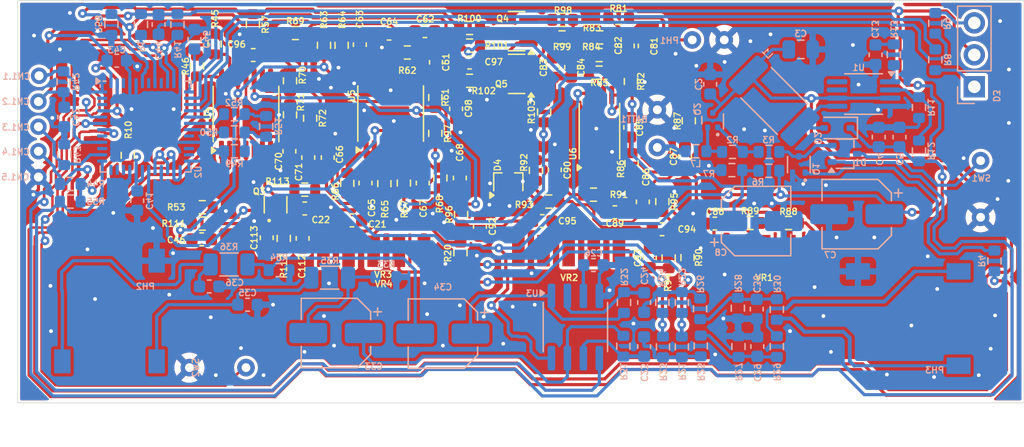
<source format=kicad_pcb>
(kicad_pcb (version 20240108) (generator "pcbnew") (generator_version "8.0")
  (layers (0 "F.Cu" signal) (31 "B.Cu" signal) (34 "B.Paste" user) (35 "F.Paste" user) (36 "B.SilkS" user "B.Silkscreen") (37 "F.SilkS" user "F.Silkscreen") (38 "B.Mask" user) (39 "F.Mask" user) (44 "Edge.Cuts" user))
  (net 0 "")
  (net 1 "Net-(BATT1-+)")
  (net 2 "Net-(Q2-S)")
  (net 4 "STDWN")
  (net 5 "Net-(U2-Pin_31)")
  (net 11 "Net-(U2-Pin_15)")
  (net 12 "Net-(U2-Pin_16)")
  (net 15 "Net-(D3-K1)")
  (net 17 "Net-(D3-K2)")
  (net 20 "Net-(R49-Pad1)")
  (net 21 "Net-(C46-Pad2)")
  (net 23 "AN01")
  (net 24 "AN02")
  (net 25 "Net-(U4D--)")
  (net 27 "AN05")
  (net 30 "Net-(U4C--)")
  (net 31 "Net-(R111-Pad1)")
  (net 32 "Net-(C92-Pad2)")
  (net 33 "Net-(R23-Pad1)")
  (net 34 "Net-(U3-Pin_3)")
  (net 35 "Net-(U3-Pin_1)")
  (net 36 "Net-(C24-Pad2)")
  (net 37 "Net-(C23-Pad1)")
  (net 38 "Net-(U3-Pin_2)")
  (net 39 "Net-(U3-Pin_7)")
  (net 40 "Net-(C29-Pad2)")
  (net 41 "Net-(PH3-PadR)")
  (net 42 "Net-(U3-Pin_6)")
  (net 43 "Net-(Q1-C)")
  (net 44 "Net-(PH3-PadT)")
  (net 45 "Net-(C30-Pad1)")
  (net 46 "Net-(C34-Pad2)")
  (net 47 "Net-(C36-Pad2)")
  (net 48 "Net-(C33-Pad2)")
  (net 49 "Net-(C35-Pad2)")
  (net 50 "Net-(C63-Pad1)")
  (net 51 "Net-(U5D-+)")
  (net 52 "Net-(U5D--)")
  (net 53 "Net-(U5C--)")
  (net 54 "Net-(D1-Pad3)")
  (net 55 "Net-(D2-A)")
  (net 56 "Net-(C13-Pad2)")
  (net 57 "Net-(U1-Pin_1)")
  (net 58 "Net-(U1-Pin_2)")
  (net 59 "VCC")
  (net 60 "GND")
  (net 61 "VB")
  (net 62 "Net-(Q1-B)")
  (net 63 "Net-(C81-Pad2)")
  (net 64 "Net-(PH1-Pin_1)")
  (net 65 "Net-(U6B-+)")
  (net 66 "Net-(C84-Pad1)")
  (net 67 "Net-(U6B--)")
  (net 68 "Net-(C83-Pad1)")
  (net 69 "Net-(Q4-D)")
  (net 70 "Net-(Q5-D)")
  (net 71 "Net-(Q4-S)")
  (net 72 "Net-(Q5-S)")
  (net 73 "Net-(Q4-G)")
  (net 74 "Net-(Q5-G)")
  (net 75 "Net-(C85-Pad2)")
  (net 76 "Net-(C85-Pad1)")
  (net 77 "Net-(C86-Pad2)")
  (net 78 "Net-(U6A-+)")
  (net 79 "Net-(R88-Pad2)")
  (net 80 "Net-(C88-Pad2)")
  (net 81 "Net-(C88-Pad1)")
  (net 82 "Net-(C89-Pad2)")
  (net 83 "Net-(U6A--)")
  (net 84 "Net-(C90-Pad2)")
  (net 85 "Net-(C90-Pad1)")
  (net 86 "Net-(C92-Pad1)")
  (net 87 "Net-(C93-Pad1)")
  (net 88 "Net-(C93-Pad2)")
  (net 89 "Net-(C94-Pad2)")
  (net 90 "Net-(C95-Pad2)")
  (net 91 "Net-(C95-Pad1)")
  (net 92 "Net-(U4C-+)")
  (net 93 "Net-(C61-Pad1)")
  (net 94 "Net-(U5C-+)")
  (net 95 "Net-(U5B--)")
  (net 96 "Net-(C67-Pad1)")
  (net 97 "Net-(U5B-+)")
  (net 98 "Net-(U5A--)")
  (net 99 "Net-(C65-Pad1)")
  (net 100 "Net-(U5A-+)")
  (net 101 "Net-(U4B--)")
  (net 102 "Net-(C70-Pad2)")
  (net 103 "Net-(C21-Pad2)")
  (net 104 "Net-(C21-Pad1)")
  (net 105 "Net-(R20-Pad1)")
  (net 106 "Net-(R20-Pad2)")
  (net 107 "Net-(U4A--)")
  (net 108 "Net-(Q3-B)")
  (net 109 "Net-(C112-Pad2)")
  (net 110 "Net-(C22-Pad1)")
  (net 111 "Net-(CN4-Pin_1)")
  (net 112 "Net-(CN1-Pin_1)")
  (net 113 "Net-(CN3-Pin_1)")
  (net 114 "SW1")
  (net 115 "/SW2")
  (net 116 "PWR")
  (net 117 "Net-(Q2-G)")
  (net 118 "unconnected-(U2-Pin_44-Pad44)")
  (net 119 "Net-(U2-Pin_13)")
  (net 120 "PWR_ON")
  (net 121 "BST1")
  (net 122 "BST2")
  (net 123 "DA1")
  (net 124 "DA0")
  (footprint "Resistor_SMD:R_0603_1608Metric" (layer "F.Cu") (at 11.25 0 90)
    (property "Reference" "R95")
    (property "Value" "1.5k")
  )
  (footprint "Resistor_SMD:R_0603_1608Metric" (layer "F.Cu") (at 5.775 -0.55 180)
    (property "Reference" "R91")
    (property "Value" "470k")
  )
  (footprint "Capacitor_SMD:C_0603_1608Metric" (layer "F.Cu") (at -7.625 -13.55)
    (property "Reference" "C62")
    (property "Value" "1u")
  )
  (footprint "Capacitor_SMD:C_0603_1608Metric" (layer "F.Cu") (at 9.85 -12.375 90)
    (property "Reference" "C81")
    (property "Value" "220p")
  )
  (footprint "Resistor_SMD:R_0603_1608Metric" (layer "F.Cu") (at -15.65 -12.425 -90)
    (property "Reference" "R63")
    (property "Value" "22k")
  )
  (footprint "Capacitor_SMD:C_0603_1608Metric" (layer "F.Cu") (at -15.35 -3.5 -90)
    (property "Reference" "C66")
    (property "Value" "6.8n")
  )
  (footprint "Capacitor_SMD:C_0603_1608Metric" (layer "F.Cu") (at 7.475 0.85)
    (property "Reference" "C89")
    (property "Value" "100n")
  )
  (footprint "Resistor_SMD:R_0603_1608Metric" (layer "F.Cu") (at -4.075 -12.4)
    (property "Reference" "R101")
    (property "Value" "1M")
  )
  (footprint "Resistor_SMD:R_0603_1608Metric" (layer "F.Cu") (at -4.075 -13.8)
    (property "Reference" "R100")
    (property "Value" "1M")
  )
  (footprint "Resistor_SMD:R_0603_1608Metric" (layer "F.Cu") (at 8.75 -9.55 -90)
    (property "Reference" "R82")
    (property "Value" "1M")
  )
  (footprint "myFoot:my_Pot_disk_smd" (layer "F.Cu") (at 3.8 11.4 180)
    (property "Reference" "VR2")
    (property "Value" "25kB")
  )
  (footprint "Resistor_SMD:R_0603_1608Metric" (layer "F.Cu") (at 8.8 -3.025 -90)
    (property "Reference" "R86")
    (property "Value" "22k")
  )
  (footprint "Resistor_SMD:R_0603_1608Metric" (layer "F.Cu") (at 18.225 1.7)
    (property "Reference" "R89")
    (property "Value" "22k")
  )
  (footprint "Capacitor_SMD:C_0603_1608Metric" (layer "F.Cu") (at -25.375 3 180)
    (property "Reference" "C46")
    (property "Value" "1u")
  )
  (footprint "Resistor_SMD:R_0603_1608Metric" (layer "F.Cu") (at -25.75 -10.775 -90)
    (property "Reference" "R46")
    (property "Value" "100k")
  )
  (footprint "Resistor_SMD:R_0603_1608Metric" (layer "F.Cu") (at 2.225 0)
    (property "Reference" "R93")
    (property "Value" "4.7k")
  )
  (footprint "Capacitor_SMD:C_0603_1608Metric" (layer "F.Cu") (at -20.2 2.875 90)
    (property "Reference" "C113")
    (property "Value" "1n")
  )
  (footprint "Capacitor_SMD:C_0603_1608Metric" (layer "F.Cu") (at -21.275 -11.65)
    (property "Reference" "C96")
    (property "Value" "1n")
  )
  (footprint "Resistor_SMD:R_0603_1608Metric" (layer "F.Cu") (at -21.3 -14.075 -90)
    (property "Reference" "R57")
    (property "Value" "100k")
  )
  (footprint "Resistor_SMD:R_0603_1608Metric" (layer "F.Cu") (at 3.275 -13.05)
    (property "Reference" "R99")
    (property "Value" "2.2k")
  )
  (footprint "Package_TO_SOT_SMD:SOT-523" (layer "F.Cu") (at -19.5 0.255 90)
    (property "Reference" "Q3")
    (property "Value" "2SCR523EB")
  )
  (footprint "Resistor_SMD:R_0603_1608Metric" (layer "F.Cu") (at -24.35 -12.525 -90)
    (property "Reference" "R45")
    (property "Value" "6.2k")
  )
  (footprint "Capacitor_SMD:C_0603_1608Metric" (layer "F.Cu") (at -17.35 2.925 -90)
    (property "Reference" "C112")
    (property "Value" "4.7n")
  )
  (footprint "Capacitor_SMD:C_0603_1608Metric" (layer "F.Cu") (at -10.475 -13.35 180)
    (property "Reference" "C64")
    (property "Value" "100n")
  )
  (footprint "Capacitor_SMD:C_0603_1608Metric" (layer "F.Cu") (at -6.75 -11.075 -90)
    (property "Reference" "C61")
    (property "Value" "100n")
  )
  (footprint "Resistor_SMD:R_0603_1608Metric" (layer "F.Cu") (at -25.325 1.75)
    (property "Reference" "R111")
    (property "Value" "27k")
  )
  (footprint "Resistor_SMD:R_0603_1608Metric" (layer "F.Cu") (at -4.8 4.075 -90)
    (property "Reference" "R20")
    (property "Value" "1k")
  )
  (footprint "Resistor_SMD:R_0603_1608Metric" (layer "F.Cu") (at -4.075 -9.6)
    (property "Reference" "R102")
    (property "Value" "1M")
  )
  (footprint "Package_SO:TSSOP-8_4.4x3mm_P0.65mm" (layer "F.Cu") (at 6.25 -5.6 90)
    (property "Reference" "U6")
    (property "Value" "TLV2362")
  )
  (footprint "Capacitor_SMD:C_0603_1608Metric" (layer "F.Cu") (at -5.15 -7.375 90)
    (property "Reference" "C98")
    (property "Value" "100n")
  )
  (footprint "Resistor_SMD:R_0603_1608Metric" (layer "F.Cu") (at -6.8 -5.425 -90)
    (property "Reference" "R97")
    (property "Value" "22k")
  )
  (footprint "Resistor_SMD:R_0603_1608Metric" (layer "F.Cu") (at -9.3 -1.475 -90)
    (property "Reference" "R67")
    (property "Value" "68k")
  )
  (footprint "Capacitor_SMD:C_0603_1608Metric" (layer "F.Cu") (at -12.35 -1.475 90)
    (property "Reference" "C65")
    (property "Value" "6.8n")
  )
  (footprint "Package_TO_SOT_SMD:SOT-23" (layer "F.Cu") (at -0.3375 -10.15 180)
    (property "Reference" "Q5")
    (property "Value" "2SK492-E")
  )
  (footprint "Resistor_SMD:R_0603_1608Metric" (layer "F.Cu") (at -9.025 -11.85 180)
    (property "Reference" "R62")
    (property "Value" "1.5k")
  )
  (footprint "Resistor_SMD:R_0603_1608Metric" (layer "F.Cu") (at -16.75 -6.625 -90)
    (property "Reference" "R72")
    (property "Value" "15k")
  )
  (footprint "Resistor_SMD:R_0603_1608Metric" (layer "F.Cu") (at -17.925 -13.4 180)
    (property "Reference" "R69")
    (property "Value" "27k")
  )
  (footprint "Capacitor_SMD:C_0603_1608Metric" (layer "F.Cu") (at 8.5 -12.375 90)
    (property "Reference" "C82")
    (property "Value" "100n")
  )
  (footprint "Resistor_SMD:R_0603_1608Metric" (layer "F.Cu") (at -25.325 0.45 180)
    (property "Reference" "R53")
    (property "Value" "10k")
  )
  (footprint "Resistor_SMD:R_0603_1608Metric" (layer "F.Cu") (at -17.175 -0.95)
    (property "Reference" "R113")
    (property "Value" "2.2k")
  )
  (footprint "Capacitor_SMD:C_0603_1608Metric" (layer "F.Cu") (at 8.7 -5.9 90)
    (property "Reference" "C85")
    (property "Value" "1u")
  )
  (footprint "Package_TO_SOT_SMD:SOT-323_SC-70" (layer "F.Cu") (at -0.9975 -1.55 90)
    (property "Reference" "D4")
    (property "Value" "DA204U")
  )
  (footprint "Capacitor_SMD:C_0603_1608Metric" (layer "F.Cu") (at 2.7 -2.525 -90)
    (property "Reference" "C90")
    (property "Value" "1u")
  )
  (footprint "Resistor_SMD:R_0603_1608Metric" (layer "F.Cu") (at -18.35 -6.9 -90)
    (property "Reference" "R71")
    (property "Value" "15k")
  )
  (footprint "Package_TO_SOT_SMD:SOT-23" (layer "F.Cu") (at -0.3375 -13.55 180)
    (property "Reference" "Q4")
    (property "Value" "2SK492-E")
  )
  (footprint "Capacitor_SMD:C_0603_1608Metric" (layer "F.Cu") (at -12.8 -12.475 -90)
    (property "Reference" "C63")
    (property "Value" "33n")
  )
  (footprint "Capacitor_SMD:C_0603_1608Metric" (layer "F.Cu") (at -18.4 -4 90)
    (property "Reference" "C70")
    (property "Value" "10n")
  )
  (footprint "Capacitor_SMD:C_0603_1608Metric" (layer "F.Cu") (at 10.25 4.475 90)
    (property "Reference" "C93")
    (property "Value" "220n")
  )
  (footprint "Capacitor_SMD:C_0603_1608Metric" (layer "F.Cu") (at -16.9 -3.5 90)
    (property "Reference" "C71")
    (property "Value" "1n")
  )
  (footprint "Resistor_SMD:R_0603_1608Metric" (layer "F.Cu") (at -18.35 -9.6 90)
    (property "Reference" "R70")
    (property "Value" "15k")
  )
  (footprint "myFoot:my_Pot_disk_smd" (layer "F.Cu") (at -11.7 11.45 180)
    (property "Reference" "VR3")
    (property "Value" "25kB")
  )
  (footprint "Resistor_SMD:R_0603_1608Metric" (layer "F.Cu") (at -31.25 -3.675 -90)
    (property "Reference" "R10")
    (property "Value" "1R")
  )
  (footprint "myFoot:my_Pot_disk_smd" (layer "F.Cu") (at 19.35 11.4 180)
    (property "Reference" "VR1")
    (property "Value" "25kB")
  )
  (footprint "Capacitor_SMD:C_0603_1608Metric" (layer "F.Cu") (at 15.425 1.75 180)
    (property "Reference" "C88")
    (property "Value" "4.7n")
  )
  (footprint "Resistor_SMD:R_0603_1608Metric" (layer "F.Cu") (at 21.275 1.7)
    (property "Reference" "R88")
    (property "Value" "1k")
  )
  (footprint "Resistor_SMD:R_0603_1608Metric" (layer "F.Cu") (at 6.275 -13.05)
    (property "Reference" "R83")
    (property "Value" "47k")
  )
  (footprint "Capacitor_SMD:C_0603_1608Metric" (layer "F.Cu") (at -3.25 1.975 90)
    (property "Reference" "C92")
    (property "Value" "4.7n")
  )
  (footprint "Capacitor_SMD:C_0603_1608Metric" (layer "F.Cu") (at -4.075 -11.05)
    (property "Reference" "C97")
    (property "Value" "22n")
  )
  (footprint "Capacitor_SMD:C_0603_1608Metric" (layer "F.Cu") (at -4.85 -1.875 -90)
    (property "Reference" "C68")
    (property "Value" "5.6n")
  )
  (footprint "Resistor_SMD:R_0603_1608Metric" (layer "F.Cu") (at 13.25 4.45 90)
    (property "Reference" "R90")
    (property "Value" "2.2k")
  )
  (footprint "Capacitor_SMD:C_0603_1608Metric" (layer "F.Cu") (at 9.7 0.025 90)
    (property "Reference" "C86")
    (property "Value" "4.7n")
  )
  (footprint "Resistor_SMD:R_0603_1608Metric" (layer "F.Cu") (at 7.775 -14.6 180)
    (property "Reference" "R81")
    (property "Value" "2.2k")
  )
  (footprint "Resistor_SMD:R_0603_1608Metric" (layer "F.Cu") (at -18.85 2.925 90)
    (property "Reference" "R112")
    (property "Value" "22k")
  )
  (footprint "Resistor_SMD:R_0603_1608Metric" (layer "F.Cu") (at -10.85 -1.425 -90)
    (property "Reference" "R65")
    (property "Value" "56k")
  )
  (footprint "Capacitor_SMD:C_0603_1608Metric" (layer "F.Cu") (at 11.225 2.2)
    (property "Reference" "C94")
    (property "Value" "220n")
  )
  (footprint "Package_SO:TSSOP-14_4.4x5mm_P0.65mm" (layer "F.Cu") (at -21.85 -6.9625 90)
    (property "Reference" "U4")
    (property "Value" "TL064")
  )
  (footprint "Capacitor_SMD:C_0603_1608Metric" (layer "F.Cu") (at -17.175 0.55 180)
    (property "Reference" "C22")
    (property "Value" "470n")
  )
  (footprint "Capacitor_SMD:C_0603_1608Metric" (layer "F.Cu") (at 13.05 -3.575 -90)
    (property "Reference" "C87")
    (property "Value" "100n")
  )
  (footprint "Resistor_SMD:R_0603_1608Metric" (layer "F.Cu") (at 6.225 -11.65)
    (property "Reference" "R84")
    (property "Value" "10k")
  )
  (footprint "Resistor_SMD:R_0603_1608Metric" (layer "F.Cu") (at 1.2 -2.475 -90)
    (property "Reference" "R92")
    (property "Value" "1k")
  )
  (footprint "Resistor_SMD:R_0603_1608Metric" (layer "F.Cu") (at -14.25 -12.425 90)
    (property "Reference" "R64")
    (property "Value" "4.7k")
  )
  (footprint "Resistor_SMD:R_0603_1608Metric" (layer "F.Cu") (at -6.4 -1.875 90)
    (property "Reference" "R68")
    (property "Value" "1.5k")
  )
  (footprint "Capacitor_SMD:C_0603_1608Metric" (layer "F.Cu") (at 1.7 1.55)
    (property "Reference" "C95")
    (property "Value" "33n")
  )
  (footprint "Resistor_SMD:R_0603_1608Metric" (layer "F.Cu") (at -13.8 -1.45 90)
    (property "Reference" "R66")
    (property "Value" "3.3k")
  )
  (footprint "Capacitor_SMD:C_0603_1608Metric" (layer "F.Cu") (at -7.8 -1.475 90)
    (property "Reference" "C67")
    (property "Value" "2.7n")
  )
  (footprint "Resistor_SMD:R_0603_1608Metric" (layer "F.Cu") (at 6.225 -10.25 180)
    (property "Reference" "R85")
    (property "Value" "47k")
  )
  (footprint "Resistor_SMD:R_0603_1608Metric" (layer "F.Cu") (at 3.325 -14.45)
    (property "Reference" "R98")
    (property "Value" "10k")
  )
  (footprint "Capacitor_SMD:C_0603_1608Metric" (layer "F.Cu") (at -13.425 1.5)
    (property "Reference" "C21")
    (property "Value" "1u")
  )
  (footprint "Resistor_SMD:R_0603_1608Metric" (layer "F.Cu") (at -6.8 -8.275 -90)
    (property "Reference" "R61")
    (property "Value" "27k")
  )
  (footprint "Resistor_SMD:R_0603_1608Metric" (layer "F.Cu") (at -4.75 1.025 90)
    (property "Reference" "R96")
    (property "Value" "100k")
  )
  (footprint "Capacitor_SMD:C_0603_1608Metric" (layer "F.Cu") (at 2.55 -10.65 -90)
    (property "Reference" "C83")
    (property "Value" "4.7n")
  )
  (footprint "myFoot:my_Pot_disk_smd" (layer "F.Cu") (at -11.7 11.45 180)
    (property "Reference" "VR4")
    (property "Value" "25kB")
  )
  (footprint "Resistor_SMD:R_0603_1608Metric" (layer "F.Cu") (at 13.35 -6.425 90)
    (property "Reference" "R87")
    (property "Value" "100k")
  )
  (footprint "Resistor_SMD:R_0603_1608Metric" (layer "F.Cu") (at 1.85 -7.125 90)
    (property "Reference" "R103")
    (property "Value" "1M")
  )
  (footprint "Resistor_SMD:R_0603_1608Metric" (layer "F.Cu") (at 11.75 4.475 90)
    (property "Reference" "R94")
    (property "Value" "10k")
  )
  (footprint "Capacitor_SMD:C_0603_1608Metric" (layer "F.Cu") (at 4 -10.675 -90)
    (property "Reference" "C84")
    (property "Value" "2.2n")
  )
  (footprint "Package_SO:TSSOP-14_4.4x5mm_P0.65mm" (layer "F.Cu") (at -10.35 -7 90)
    (property "Reference" "U5")
    (property "Value" "TL064")
  )
  (footprint "Resistor_SMD:R_0603_1608Metric" (layer "B.Cu") (at 12.8 11.55 -90)
    (property "Reference" "R21")
    (property "Value" "22k")
  )
  (footprint "Package_SO:MSOP-8_3x3mm_P0.65mm" (layer "B.Cu") (at 27.25 -8.55 180)
    (property "Reference" "U1")
    (property "Value" "ADP1612")
  )
  (footprint "Resistor_SMD:R_0603_1608Metric" (layer "B.Cu") (at 14.25 8.525 -90)
    (property "Reference" "R26")
    (property "Value" "22k")
  )
  (footprint "Resistor_SMD:R_0603_1608Metric" (layer "B.Cu") (at 12.8 8.025 90)
    (property "Reference" "R22")
    (property "Value" "22k")
  )
  (footprint "Resistor_SMD:R_0603_1608Metric" (layer "B.Cu") (at -22.775 -6.95)
    (property "Reference" "R52")
    (property "Value" "12k")
  )
  (footprint "Package_TO_SOT_SMD:SOT-723" (layer "B.Cu") (at 15.25 -6.475 90)
    (property "Reference" "Q2")
    (property "Value" "SSM3J56MFV")
  )
  (footprint "myFoot:my_conn" (layer "B.Cu") (at -21.85 13.2 -90)
    (property "Reference" "SW2")
    (property "Value" "SW2")
  )
  (footprint "Connector_PinHeader_2.54mm:PinHeader_1x03_P2.54mm_Vertical" (layer "B.Cu") (at 36.05 -9.125)
    (property "Reference" "D3")
    (property "Value" "LED_RG")
  )
  (footprint "Resistor_SMD:R_0603_1608Metric" (layer "B.Cu") (at 16.775 -2.5 180)
    (property "Reference" "R7")
    (property "Value" "10k")
  )
  (footprint "Capacitor_SMD:CP_Elec_5x5.4" (layer "B.Cu") (at 18.7 1.55)
    (property "Reference" "C8")
    (property "Value" "47u")
  )
  (footprint "Resistor_SMD:R_0603_1608Metric" (layer "B.Cu") (at 37.65 4.725 -90)
    (property "Reference" "R4")
    (property "Value" "10k")
  )
  (footprint "Resistor_SMD:R_0603_1608Metric" (layer "B.Cu") (at 17.25 8.475 -90)
    (property "Reference" "R28")
    (property "Value" "100k")
  )
  (footprint "Package_DFN_QFN:QFN-48-1EP_7x7mm_P0.5mm_EP5.1x5.1mm" (layer "B.Cu") (at -29.835 -5.965 -90)
    (property "Reference" "U2")
    (property "Value" "CY9BF122K")
  )
  (footprint "myFoot:my_SmallestPad_0-72mmDrill" (layer "B.Cu") (at -38.35 -7.95 180)
    (property "Reference" "CN2" (hide yes))
    (property "Value" "CN1.2")
  )
  (footprint "Resistor_SMD:R_0603_1608Metric" (layer "B.Cu") (at -19.225 5.45 180)
    (property "Reference" "R34")
    (property "Value" "1k")
  )
  (footprint "Capacitor_SMD:C_0805_2012Metric" (layer "B.Cu") (at 22.25 -12.1 180)
    (property "Reference" "C3")
    (property "Value" "10u")
  )
  (footprint "Resistor_SMD:R_0603_1608Metric" (layer "B.Cu") (at -22.775 -4 180)
    (property "Reference" "R49")
    (property "Value" "75R")
  )
  (footprint "myFoot:my_SmallestPad_0-72mmDrill" (layer "B.Cu") (at -38.3 -10 180)
    (property "Reference" "CN1" (hide yes))
    (property "Value" "CN1.1")
  )
  (footprint "Capacitor_SMD:C_0603_1608Metric" (layer "B.Cu") (at -30.5 -0.075 90)
    (property "Reference" "C41")
    (property "Value" "4.7u")
  )
  (footprint "Resistor_SMD:R_1206_3216Metric" (layer "B.Cu") (at -15.2 6.05 180)
    (property "Reference" "R35")
    (property "Value" "10R")
  )
  (footprint "Capacitor_SMD:C_0603_1608Metric" (layer "B.Cu") (at -28.8 -14.075 90)
    (property "Reference" "C44")
    (property "Value" "100n")
  )
  (footprint "Capacitor_SMD:C_0603_1608Metric" (layer "B.Cu") (at 18.8 11.525 -90)
    (property "Reference" "C29")
    (property "Value" "1n")
  )
  (footprint "Package_TO_SOT_SMD:SOT-323_SC-70" (layer "B.Cu") (at 25.75 -3.8)
    (property "Reference" "D1")
    (property "Value" "DAN202UM")
  )
  (footprint "Capacitor_SMD:C_0603_1608Metric" (layer "B.Cu") (at 15.05 -9.325 -90)
    (property "Reference" "C2")
    (property "Value" "100n")
  )
  (footprint "Connector_Audio:Jack_3.5mm_CUI_SJ-3523-SMT_Horizontal" (layer "B.Cu") (at 26.8 5.55)
    (property "Reference" "PH3")
    (property "Value" "AUX")
  )
  (footprint "Resistor_SMD:R_0603_1608Metric" (layer "B.Cu") (at 11.3 11.55 -90)
    (property "Reference" "R23")
    (property "Value" "22k")
  )
  (footprint "Resistor_SMD:R_0603_1608Metric" (layer "B.Cu") (at -32.55 -14.075 90)
    (property "Reference" "R58")
    (property "Value" "100k")
  )
  (footprint "Resistor_SMD:R_0603_1608Metric" (layer "B.Cu") (at 16.825 -3.95 180)
    (property "Reference" "R2")
    (property "Value" "100k")
  )
  (footprint "Resistor_SMD:R_0603_1608Metric" (layer "B.Cu") (at 31.65 -7.475 -90)
    (property "Reference" "R11")
    (property "Value" "33k")
  )
  (footprint "Capacitor_SMD:C_0603_1608Metric" (layer "B.Cu") (at -21.725 8.2 180)
    (property "Reference" "C35")
    (property "Value" "10n")
  )
  (footprint "myFoot:my_conn" (layer "B.Cu") (at 13.63 -12.85 90)
    (property "Reference" "PH1")
    (property "Value" "INPUT")
  )
  (footprint "Capacitor_SMD:C_0603_1608Metric" (layer "B.Cu") (at 18.75 8.55 -90)
    (property "Reference" "C30")
    (property "Value" "1n")
  )
  (footprint "Resistor_SMD:R_0603_1608Metric" (layer "B.Cu") (at 8.2 8.025 -90)
    (property "Reference" "R32")
    (property "Value" "47k")
  )
  (footprint "Resistor_SMD:R_0603_1608Metric" (layer "B.Cu") (at -36.35 -9.525 -90)
    (property "Reference" "R42")
    (property "Value" "100k")
  )
  (footprint "Resistor_SMD:R_0603_1608Metric" (layer "B.Cu") (at -36.3 -3.725 -90)
    (property "Reference" "R43")
    (property "Value" "100k")
  )
  (footprint "myFoot:my_SmallestPad_0-72mmDrill" (layer "B.Cu") (at -38.35 -4 180)
    (property "Reference" "CN4" (hide yes))
    (property "Value" "CN1.4")
  )
  (footprint "Capacitor_SMD:C_0603_1608Metric" (layer "B.Cu") (at -25.95 -12.9 -90)
    (property "Reference" "C45")
    (property "Value" "4.7u")
  )
  (footprint "Resistor_SMD:R_0603_1608Metric" (layer "B.Cu") (at 17.3 11.525 -90)
    (property "Reference" "R27")
    (property "Value" "100k")
  )
  (footprint "Inductor_SMD:L_2512_6332Metric" (layer "B.Cu") (at 20.15 -8 -45)
    (property "Reference" "L1")
    (property "Value" "22u")
  )
  (footprint "Resistor_SMD:R_0603_1608Metric" (layer "B.Cu") (at 20.35 11.525 -90)
    (property "Reference" "R29")
    (property "Value" "1k")
  )
  (footprint "Resistor_SMD:R_0603_1608Metric" (layer "B.Cu") (at 13.925 -4)
    (property "Reference" "L7")
    (property "Value" "12u")
  )
  (footprint "Resistor_SMD:R_0603_1608Metric" (layer "B.Cu") (at -27.3 -14.075 -90)
    (property "Reference" "R41")
    (property "Value" "100k")
  )
  (footprint "Resistor_SMD:R_0603_1608Metric" (layer "B.Cu") (at -35.825 -1.4 180)
    (property "Reference" "R44")
    (property "Value" "4.7k")
  )
  (footprint "Connector_Audio:Jack_3.5mm_CUI_SJ-3523-SMT_Horizontal" (layer "B.Cu") (at -28.95 4.7 -90)
    (property "Reference" "PH2")
    (property "Value" "PHONES")
  )
  (footprint "Resistor_SMD:R_0603_1608Metric" (layer "B.Cu") (at 19.725 -3.95)
    (property "Reference" "R3")
    (property "Value" "1k")
  )
  (footprint "Diode_SMD:D_SOD-323" (layer "B.Cu") (at 25.15 -5.85 180)
    (property "Reference" "D2")
    (property "Value" "?")
  )
  (footprint "Resistor_SMD:R_0603_1608Metric" (layer "B.Cu") (at 20.35 8.575 -90)
    (property "Reference" "R30")
    (property "Value" "1k")
  )
  (footprint "Resistor_SMD:R_0603_1608Metric" (layer "B.Cu") (at -10.725 6 180)
    (property "Reference" "R33")
    (property "Value" "1k")
  )
  (footprint "myFoot:my_SmallestPad_0-72mmDrill" (layer "B.Cu") (at -38.35 -1.95 180)
    (property "Reference" "CN5" (hide yes))
    (property "Value" "CN1.5")
  )
  (footprint "Capacitor_SMD:CP_Elec_5x5.4" (layer "B.Cu") (at -6.2 10.5 180)
    (property "Reference" "C34")
    (property "Value" "100u")
  )
  (footprint "Package_SO:SOIC-8_3.9x4.9mm_P1.27mm" (layer "B.Cu") (at 4.335 9.975 -90)
    (property "Reference" "U3")
    (property "Value" "TPA6111A2")
  )
  (footprint "myFoot:my_conn" (layer "B.Cu") (at 36.55 -3.25)
    (property "Reference" "SW1")
    (property "Value" "SW1")
  )
  (footprint "Resistor_SMD:R_0603_1608Metric" (layer "B.Cu") (at 32.95 -14.175 -90)
    (property "Reference" "R9")
    (property "Value" "1k")
  )
  (footprint "Resistor_SMD:R_0603_1608Metric" (layer "B.Cu") (at 11.25 8.025 -90)
    (property "Reference" "R24")
    (property "Value" "22k")
  )
  (footprint "Resistor_SMD:R_0603_1608Metric" (layer "B.Cu") (at 14.3 11.475 -90)
    (property "Reference" "R25")
    (property "Value" "22k")
  )
  (footprint "Capacitor_SMD:C_0603_1608Metric" (layer "B.Cu") (at 9.8 11.525 -90)
    (property "Reference" "C23")
    (property "Value" "1u")
  )
  (footprint "Resistor_SMD:R_0603_1608Metric" (layer "B.Cu") (at 19.725 -2.45 180)
    (property "Reference" "R6")
    (property "Value" "10k")
  )
  (footprint "Capacitor_SMD:C_0603_1608Metric" (layer "B.Cu") (at 9.8 8.025 -90)
    (property "Reference" "C24")
    (property "Value" "1u")
  )
  (footprint "Resistor_SMD:R_0603_1608Metric" (layer "B.Cu") (at -20.25 -5.975 -90)
    (property "Reference" "R51")
    (property "Value" "24k")
  )
  (footprint "Capacitor_SMD:C_0603_1608Metric" (layer "B.Cu") (at 5.775 5.05 180)
    (property "Reference" "C26")
    (property "Value" "220n")
  )
  (footprint "Capacitor_SMD:C_0603_1608Metric" (layer "B.Cu") (at 28.45 -5.125 -90)
    (property "Reference" "C4")
    (property "Value" "100n")
  )
  (footprint "Resistor_SMD:R_0603_1608Metric" (layer "B.Cu") (at 32.95 -11.275 90)
    (property "Reference" "R8")
    (property "Value" "1k")
  )
  (footprint "myFoot:my_conn" (layer "B.Cu") (at 10.85 -4.3 180)
    (property "Reference" "BATT1")
    (property "Value" "Battery")
  )
  (footprint "Resistor_SMD:R_0603_1608Metric" (layer "B.Cu") (at 29.65 -11.675 90)
    (property "Reference" "R13")
    (property "Value" "6.2k")
  )
  (footprint "Capacitor_SMD:C_0603_1608Metric" (layer "B.Cu") (at 30.1 -5.125 -90)
    (property "Reference" "C5")
    (property "Value" "4.7u")
  )
  (footprint "Resistor_SMD:R_0603_1608Metric" (layer "B.Cu") (at 31.65 -4.025 90)
    (property "Reference" "R12")
    (property "Value" "100k")
  )
  (footprint "myFoot:my_SmallestPad_0-72mmDrill" (layer "B.Cu") (at -38.35 -5.95 180)
    (property "Reference" "CN3" (hide yes))
    (property "Value" "CN1.3")
  )
  (footprint "Capacitor_SMD:C_0603_1608Metric" (layer "B.Cu") (at -32.125 -11.2 180)
    (property "Reference" "C43")
    (property "Value" "100n")
  )
  (footprint "Capacitor_SMD:C_0603_1608Metric" (layer "B.Cu") (at -24.775 6.75 180)
    (property "Reference" "C36")
    (property "Value" "10n")
  )
  (footprint "Resistor_SMD:R_1206_3216Metric" (layer "B.Cu") (at -23.2 5 180)
    (property "Reference" "R36")
    (property "Value" "10R")
  )
  (footprint "Package_TO_SOT_SMD:SOT-523" (layer "B.Cu") (at 22.1 -2.945 90)
    (property "Reference" "Q1")
    (property "Value" "2SCR523EB")
  )
  (footprint "Resistor_SMD:R_0603_1608Metric" (layer "B.Cu") (at -35.825 0 180)
    (property "Reference" "R55")
    (property "Value" "100k")
  )
  (footprint "Resistor_SMD:R_0603_1608Metric" (layer "B.Cu") (at 8.15 11.5 -90)
    (property "Reference" "R31")
    (property "Value" "47k")
  )
  (footprint "Capacitor_SMD:CP_Elec_5x5.4" (layer "B.Cu") (at 26.7 1 180)
    (property "Reference" "C7")
    (property "Value" "47u")
  )
  (footprint "Resistor_SMD:R_0603_1608Metric" (layer "B.Cu") (at -30.2 -14.075 -90)
    (property "Reference" "R1")
    (property "Value" "10k")
  )
  (footprint "Capacitor_SMD:C_0603_1608Metric" (layer "B.Cu") (at -36.3 -6.725 -90)
    (property "Reference" "C42")
    (property "Value" "100n")
  )
  (footprint "Resistor_SMD:R_0603_1608Metric" (layer "B.Cu") (at -22.775 -5.5)
    (property "Reference" "R50")
    (property "Value" "9.1k")
  )
  (footprint "Capacitor_SMD:CP_Elec_5x5.4" (layer "B.Cu") (at -14.7 10.45 180)
    (property "Reference" "C33")
    (property "Value" "100u")
  )
  (footprint "Capacitor_SMD:C_0603_1608Metric" (layer "B.Cu") (at 28.2 -11.675 90)
    (property "Reference" "C13")
    (property "Value" "1n")
  )
  (gr_rect (start -40 -16) (end 40 16) (stroke (width 0.05)) (fill none) (layer "Edge.Cuts"))
  (segment (start 10.85 -4.3) (end 12.1 -4.3) (width 0.5) (layer "B.Cu") (net 1))
  (segment (start 12.4 -4) (end 13.1 -4) (width 0.5) (layer "B.Cu") (net 1))
  (segment (start 12.1 -4.3) (end 12.4 -4) (width 0.5) (layer "B.Cu") (net 1))
  (segment (start 15.95 -4) (end 16 -3.95) (width 0.25) (layer "B.Cu") (net 2))
  (segment (start 14.75 -4) (end 15.95 -4) (width 0.25) (layer "B.Cu") (net 2))
  (segment (start 14.85 -4.1) (end 14.75 -4) (width 0.25) (layer "B.Cu") (net 2))
  (segment (start 14.85 -5.9) (end 14.85 -4.1) (width 0.25) (layer "B.Cu") (net 2))
  (segment (start -15.263604 13.35) (end -8.036396 13.35) (width 0.25) (layer "B.Cu") (net 4))
  (segment (start -33.285 -3.215) (end -33.285 -0.415) (width 0.25) (layer "B.Cu") (net 4))
  (segment (start -19.736396 15) (end -17.636396 12.9) (width 0.25) (layer "B.Cu") (net 4))
  (segment (start 6.24 14.41) (end 6.24 12.45) (width 0.25) (layer "B.Cu") (net 4))
  (segment (start -33.285 -0.415) (end -34.55 0.85) (width 0.25) (layer "B.Cu") (net 4))
  (segment (start -37.35 0.7) (end -38.05 0.7) (width 0.25) (layer "B.Cu") (net 4))
  (segment (start -37.013604 15) (end -19.736396 15) (width 0.25) (layer "B.Cu") (net 4))
  (segment (start 5.65 15) (end 6.24 14.41) (width 0.25) (layer "B.Cu") (net 4))
  (segment (start -7.586396 12.9) (end -0.15 12.9) (width 0.25) (layer "B.Cu") (net 4))
  (segment (start -34.55 0.85) (end -35.8 0.85) (width 0.25) (layer "B.Cu") (net 4))
  (segment (start 1.95 15) (end 5.65 15) (width 0.25) (layer "B.Cu") (net 4))
  (segment (start -17.636396 12.9) (end -15.713604 12.9) (width 0.25) (layer "B.Cu") (net 4))
  (segment (start -38.5 1.15) (end -38.5 13.513604) (width 0.25) (layer "B.Cu") (net 4))
  (segment (start -0.15 12.9) (end 1.95 15) (width 0.25) (layer "B.Cu") (net 4))
  (segment (start -38.5 13.513604) (end -37.013604 15) (width 0.25) (layer "B.Cu") (net 4))
  (segment (start -8.036396 13.35) (end -7.586396 12.9) (width 0.25) (layer "B.Cu") (net 4))
  (segment (start -36.65 0) (end -37.35 0.7) (width 0.25) (layer "B.Cu") (net 4))
  (segment (start -35.8 0.85) (end -36.65 0) (width 0.25) (layer "B.Cu") (net 4))
  (segment (start -15.713604 12.9) (end -15.263604 13.35) (width 0.25) (layer "B.Cu") (net 4))
  (segment (start -38.05 0.7) (end -38.5 1.15) (width 0.25) (layer "B.Cu") (net 4))
  (segment (start -31.25 -2.85) (end -30.55 -3.55) (width 0.25) (layer "F.Cu") (net 5))
  (via (at -30.55 -3.55) (size 0.7) (drill 0.3) (layers "F.Cu" "B.Cu") (net 5))
  (segment (start -30.585 -3.515) (end -30.55 -3.55) (width 0.25) (layer "B.Cu") (net 5))
  (segment (start -30.085 -2.515) (end -30.085 -1.815) (width 0.25) (layer "B.Cu") (net 5))
  (segment (start -30.25 -1.65) (end -30.585 -1.65) (width 0.25) (layer "B.Cu") (net 5))
  (segment (start -30.585 -0.935) (end -30.5 -0.85) (width 0.25) (layer "B.Cu") (net 5))
  (segment (start -30.585 -2.515) (end -30.585 -1.65) (width 0.25) (layer "B.Cu") (net 5))
  (segment (start -30.585 -2.515) (end -30.585 -3.515) (width 0.25) (layer "B.Cu") (net 5))
  (segment (start -30.585 -1.65) (end -30.585 -0.935) (width 0.25) (layer "B.Cu") (net 5))
  (segment (start -30.085 -1.815) (end -30.25 -1.65) (width 0.25) (layer "B.Cu") (net 5))
  (segment (start 32.95 -12.126996) (end 32.95 -12.1) (width 0.25) (layer "B.Cu") (net 11))
  (segment (start 31.725 -14.475) (end 32.15 -14.05) (width 0.25) (layer "B.Cu") (net 11))
  (segment (start -23.8 -13.5) (end -22.6 -14.7) (width 0.25) (layer "B.Cu") (net 11))
  (segment (start -25.498604 -7.715) (end -25.05 -8.163604) (width 0.25) (layer "B.Cu") (net 11))
  (segment (start 29.675 -14.475) (end 31.725 -14.475) (width 0.25) (layer "B.Cu") (net 11))
  (segment (start 29.45 -14.7) (end 29.675 -14.475) (width 0.25) (layer "B.Cu") (net 11))
  (segment (start -22.6 -14.7) (end 29.45 -14.7) (width 0.25) (layer "B.Cu") (net 11))
  (segment (start -23.8 -11.263604) (end -23.8 -13.5) (width 0.25) (layer "B.Cu") (net 11))
  (segment (start 32.15 -12.926996) (end 32.95 -12.126996) (width 0.25) (layer "B.Cu") (net 11))
  (segment (start -26.385 -7.715) (end -25.498604 -7.715) (width 0.25) (layer "B.Cu") (net 11))
  (segment (start -25.05 -10.013604) (end -23.8 -11.263604) (width 0.25) (layer "B.Cu") (net 11))
  (segment (start -25.05 -8.163604) (end -25.05 -10.013604) (width 0.25) (layer "B.Cu") (net 11))
  (segment (start 32.15 -14.05) (end 32.15 -12.926996) (width 0.25) (layer "B.Cu") (net 11))
  (segment (start 29.488604 -14.025) (end 31.225 -14.025) (width 0.25) (layer "B.Cu") (net 12))
  (segment (start -26.385 -7.215) (end -25.362208 -7.215) (width 0.25) (layer "B.Cu") (net 12))
  (segment (start 31.225 -14.025) (end 31.7 -13.55) (width 0.25) (layer "B.Cu") (net 12))
  (segment (start 31.7 -13.55) (end 31.7 -12.126996) (width 0.25) (layer "B.Cu") (net 12))
  (segment (start -23.35 -13.313604) (end -22.413604 -14.25) (width 0.25) (layer "B.Cu") (net 12))
  (segment (start -23.35 -11.077208) (end -23.35 -13.313604) (width 0.25) (layer "B.Cu") (net 12))
  (segment (start 33.8 -12.5) (end 32.95 -13.35) (width 0.25) (layer "B.Cu") (net 12))
  (segment (start -22.413604 -14.25) (end 29.263604 -14.25) (width 0.25) (layer "B.Cu") (net 12))
  (segment (start 29.263604 -14.25) (end 29.488604 -14.025) (width 0.25) (layer "B.Cu") (net 12))
  (segment (start 33.5 -11.35) (end 33.8 -11.65) (width 0.25) (layer "B.Cu") (net 12))
  (segment (start -24.6 -9.827208) (end -23.35 -11.077208) (width 0.25) (layer "B.Cu") (net 12))
  (segment (start 33.8 -11.65) (end 33.8 -12.5) (width 0.25) (layer "B.Cu") (net 12))
  (segment (start 32.476996 -11.35) (end 33.5 -11.35) (width 0.25) (layer "B.Cu") (net 12))
  (segment (start -24.6 -7.977208) (end -24.6 -9.827208) (width 0.25) (layer "B.Cu") (net 12))
  (segment (start -25.362208 -7.215) (end -24.6 -7.977208) (width 0.25) (layer "B.Cu") (net 12))
  (segment (start 31.7 -12.126996) (end 32.476996 -11.35) (width 0.25) (layer "B.Cu") (net 12))
  (segment (start 34.7 -10.45) (end 32.95 -10.45) (width 0.25) (layer "B.Cu") (net 15))
  (segment (start 36.025 -9.125) (end 34.7 -10.45) (width 0.25) (layer "B.Cu") (net 15))
  (segment (start 36.05 -9.125) (end 36.025 -9.125) (width 0.25) (layer "B.Cu") (net 15))
  (segment (start 32.95 -15) (end 33.8 -15) (width 0.25) (layer "B.Cu") (net 17))
  (segment (start 34.595 -14.205) (end 36.05 -14.205) (width 0.25) (layer "B.Cu") (net 17))
  (segment (start 33.8 -15) (end 34.595 -14.205) (width 0.25) (layer "B.Cu") (net 17))
  (segment (start -21.3 -5.5) (end -20.95 -5.15) (width 0.25) (layer "B.Cu") (net 20))
  (segment (start -21.95 -5.5) (end -21.95 -4) (width 0.25) (layer "B.Cu") (net 20))
  (segment (start -20.95 -5.15) (end -20.25 -5.15) (width 0.25) (layer "B.Cu") (net 20))
  (segment (start -21.95 -5.5) (end -21.3 -5.5) (width 0.25) (layer "B.Cu") (net 20))
  (segment (start -27.1 2.85) (end -27.1 2.287871) (width 0.25) (layer "F.Cu") (net 21))
  (segment (start -26.15 3) (end -26.95 3) (width 0.25) (layer "F.Cu") (net 21))
  (segment (start -26.95 3) (end -27.05 2.9) (width 0.25) (layer "F.Cu") (net 21))
  (segment (start -27.05 2.9) (end -27.1 2.85) (width 0.25) (layer "F.Cu") (net 21))
  (segment (start -27.1 2.287871) (end -27.067018 2.254889) (width 0.25) (layer "F.Cu") (net 21))
  (via (at -27.067018 2.254889) (size 0.7) (drill 0.3) (layers "F.Cu" "B.Cu") (net 21))
  (segment (start -22.8 -1.2) (end -26.254889 2.254889) (width 0.25) (layer "B.Cu") (net 21))
  (segment (start -22 -6.95) (end -22.8 -6.15) (width 0.25) (layer "B.Cu") (net 21))
  (segment (start -22.8 -6.15) (end -22.8 -1.2) (width 0.25) (layer "B.Cu") (net 21))
  (segment (start -21.15 -6.8) (end -20.25 -6.8) (width 0.25) (layer "B.Cu") (net 21))
  (segment (start -21.95 -6.95) (end -22 -6.95) (width 0.25) (layer "B.Cu") (net 21))
  (segment (start -21.3 -6.95) (end -21.15 -6.8) (width 0.25) (layer "B.Cu") (net 21))
  (segment (start -21.95 -6.95) (end -21.3 -6.95) (width 0.25) (layer "B.Cu") (net 21))
  (segment (start -26.254889 2.254889) (end -27.067018 2.254889) (width 0.25) (layer "B.Cu") (net 21))
  (segment (start -25.25 -12.45) (end -26.25 -12.45) (width 0.25) (layer "F.Cu") (net 23))
  (segment (start -29.4 -4.25) (end -26.55 -7.1) (width 0.25) (layer "F.Cu") (net 23))
  (segment (start -24.35 -13.35) (end -25.25 -12.45) (width 0.25) (layer "F.Cu") (net 23))
  (segment (start -26.55 -12.15) (end -26.55 -7.1) (width 0.25) (layer "F.Cu") (net 23))
  (segment (start -18.75 -13.4) (end -18.75 -12.1) (width 0.25) (layer "F.Cu") (net 23))
  (segment (start -18.35 -10.85) (end -18.35 -10.425) (width 0.25) (layer "F.Cu") (net 23))
  (segment (start -29.125 -3.075) (end -28.420405 -3.075) (width 0.25) (layer "F.Cu") (net 23))
  (segment (start -26.25 -12.45) (end -26.5 -12.2) (width 0.25) (layer "F.Cu") (net 23))
  (segment (start -19.8 -12.5) (end -19.15 -12.5) (width 0.25) (layer "F.Cu") (net 23))
  (segment (start -29.4 -4.25) (end -29.4 -3.35) (width 0.25) (layer "F.Cu") (net 23))
  (segment (start -29.4 -3.35) (end -29.125 -3.075) (width 0.25) (layer "F.Cu") (net 23))
  (segment (start -19.25 -10.1) (end -19.625 -10.1) (width 0.25) (layer "F.Cu") (net 23))
  (segment (start -26.5 -12.2) (end -26.55 -12.15) (width 0.25) (layer "F.Cu") (net 23))
  (segment (start -18.65 -11.15) (end -18.35 -10.85) (width 0.25) (layer "F.Cu") (net 23))
  (segment (start -18.65 -12) (end -18.65 -11.15) (width 0.25) (layer "F.Cu") (net 23))
  (segment (start -27.799997 -3.695408) (end -27.799997 -3.75) (width 0.25) (layer "F.Cu") (net 23))
  (segment (start -23.45 -12.45) (end -19.85 -12.45) (width 0.25) (layer "F.Cu") (net 23))
  (segment (start -18.75 -12.1) (end -18.65 -12) (width 0.25) (layer "F.Cu") (net 23))
  (segment (start -18.35 -10.425) (end -18.925 -10.425) (width 0.25) (layer "F.Cu") (net 23))
  (segment (start -19.15 -12.5) (end -18.65 -12) (width 0.25) (layer "F.Cu") (net 23))
  (segment (start -19.625 -10.1) (end -19.9 -9.825) (width 0.25) (layer "F.Cu") (net 23))
  (segment (start -18.925 -10.425) (end -19.25 -10.1) (width 0.25) (layer "F.Cu") (net 23))
  (segment (start -28.420405 -3.075) (end -27.799997 -3.695408) (width 0.25) (layer "F.Cu") (net 23))
  (segment (start -24.35 -13.35) (end -23.45 -12.45) (width 0.25) (layer "F.Cu") (net 23))
  (segment (start -19.85 -12.45) (end -19.8 -12.5) (width 0.25) (layer "F.Cu") (net 23))
  (via (at -27.799997 -3.75) (size 0.7) (drill 0.3) (layers "F.Cu" "B.Cu") (net 23))
  (segment (start -27.25 -1.7) (end -27.45 -1.7) (width 0.25) (layer "B.Cu") (net 23))
  (segment (start -27.585 -3.535003) (end -27.799997 -3.75) (width 0.25) (layer "B.Cu") (net 23))
  (segment (start -27.085 -2.515) (end -27.085 -1.865) (width 0.25) (layer "B.Cu") (net 23))
  (segment (start -27.585 -2.515) (end -27.585 -3.535003) (width 0.25) (layer "B.Cu") (net 23))
  (segment (start -27.085 -1.865) (end -27.25 -1.7) (width 0.25) (layer "B.Cu") (net 23))
  (segment (start -27.45 -1.7) (end -27.585 -1.835) (width 0.25) (layer "B.Cu") (net 23))
  (segment (start -27.585 -1.835) (end -27.585 -2.515) (width 0.25) (layer "B.Cu") (net 23))
  (segment (start -25.75 -9.95) (end -25.9 -9.8) (width 0.25) (layer "F.Cu") (net 24))
  (segment (start -24.3 -9.9) (end -24.35 -9.95) (width 0.25) (layer "F.Cu") (net 24))
  (segment (start -25.9 -6.7) (end -28.7 -3.9) (width 0.25) (layer "F.Cu") (net 24))
  (segment (start -28.7 -3.9) (end -28.7 -3.75) (width 0.25) (layer "F.Cu") (net 24))
  (segment (start -23.8 -9.825) (end -24.025 -9.825) (width 0.25) (layer "F.Cu") (net 24))
  (segment (start -24.025 -9.825) (end -24.1 -9.9) (width 0.25) (layer "F.Cu") (net 24))
  (segment (start -24.1 -9.9) (end -24.3 -9.9) (width 0.25) (layer "F.Cu") (net 24))
  (segment (start -24.35 -9.95) (end -25.75 -9.95) (width 0.25) (layer "F.Cu") (net 24))
  (segment (start -25.9 -9.8) (end -25.9 -6.7) (width 0.25) (layer "F.Cu") (net 24))
  (via (at -28.7 -3.75) (size 0.7) (drill 0.3) (layers "F.Cu" "B.Cu") (net 24))
  (segment (start -28.085 -3.080408) (end -28.085 -2.515) (width 0.25) (layer "B.Cu") (net 24))
  (segment (start -28.7 -3.695408) (end -28.085 -3.080408) (width 0.25) (layer "B.Cu") (net 24))
  (segment (start -29.085 -3.365) (end -28.7 -3.75) (width 0.25) (layer "B.Cu") (net 24))
  (segment (start -28.7 -3.75) (end -28.7 -3.695408) (width 0.25) (layer "B.Cu") (net 24))
  (segment (start -29.085 -2.515) (end -29.085 -3.365) (width 0.25) (layer "B.Cu") (net 24))
  (segment (start -25.75 -11.6) (end -25.15 -11.6) (width 0.25) (layer "F.Cu") (net 25))
  (segment (start -25.05 -11.7) (end -24.35 -11.7) (width 0.25) (layer "F.Cu") (net 25))
  (segment (start -25.15 -11.6) (end -25.05 -11.7) (width 0.25) (layer "F.Cu") (net 25))
  (segment (start -23.15 -11.4) (end -23.15 -9.825) (width 0.25) (layer "F.Cu") (net 25))
  (segment (start -23.45 -11.7) (end -23.15 -11.4) (width 0.25) (layer "F.Cu") (net 25))
  (segment (start -24.35 -11.7) (end -23.45 -11.7) (width 0.25) (layer "F.Cu") (net 25))
  (segment (start -18 -0.95) (end -18 0.5) (width 0.25) (layer "F.Cu") (net 27))
  (segment (start -22.05 0.7) (end -20.7 0.7) (width 0.25) (layer "F.Cu") (net 27))
  (segment (start -18 0.5) (end -17.95 0.55) (width 0.25) (layer "F.Cu") (net 27))
  (segment (start -19.141188 0.9) (end -19.721188 0.32) (width 0.25) (layer "F.Cu") (net 27))
  (segment (start -20.65 0.65) (end -20.7 0.7) (width 0.25) (layer "F.Cu") (net 27))
  (segment (start -18.3 0.9) (end -17.95 0.55) (width 0.25) (layer "F.Cu") (net 27))
  (segment (start -19 0.9) (end -19.141188 0.9) (width 0.25) (layer "F.Cu") (net 27))
  (segment (start -20.32 0.32) (end -20.65 0.65) (width 0.25) (layer "F.Cu") (net 27))
  (segment (start -17.95 0.55) (end -17.95 1.55) (width 0.25) (layer "F.Cu") (net 27))
  (segment (start -19 0.9) (end -18.3 0.9) (width 0.25) (layer "F.Cu") (net 27))
  (segment (start -19.721188 0.32) (end -20.32 0.32) (width 0.25) (layer "F.Cu") (net 27))
  (segment (start -17.95 1.55) (end -17.35 2.15) (width 0.25) (layer "F.Cu") (net 27))
  (via (at -22.05 0.7) (size 0.7) (drill 0.3) (layers "F.Cu" "B.Cu") (net 27))
  (segment (start -29.585 -1.615) (end -29.6 -1.6) (width 0.25) (layer "B.Cu") (net 27))
  (segment (start -24.85 3.5) (end -22.05 0.7) (width 0.25) (layer "B.Cu") (net 27))
  (segment (start -29.6 0.5) (end -28.1 2) (width 0.25) (layer "B.Cu") (net 27))
  (segment (start -29.6 -1.6) (end -29.6 0.5) (width 0.25) (layer "B.Cu") (net 27))
  (segment (start -29.585 -2.515) (end -29.585 -1.615) (width 0.25) (layer "B.Cu") (net 27))
  (segment (start -28.1 2) (end -28.1 2.7) (width 0.25) (layer "B.Cu") (net 27))
  (segment (start -28.1 2.7) (end -27.3 3.5) (width 0.25) (layer "B.Cu") (net 27))
  (segment (start -27.3 3.5) (end -24.85 3.5) (width 0.25) (layer "B.Cu") (net 27))
  (segment (start -16.3 -14.15) (end -10.5 -14.15) (width 0.25) (layer "F.Cu") (net 30))
  (segment (start -14.25 -1.5) (end -14.225 -1.475) (width 0.25) (layer "F.Cu") (net 30))
  (segment (start -19.3 -9.35) (end -19.3 -9.083688) (width 0.25) (layer "F.Cu") (net 30))
  (segment (start -19.621188 -8.7625) (end -20.224999 -8.7625) (width 0.25) (layer "F.Cu") (net 30))
  (segment (start -20.55 -9.087501) (end -20.55 -9.825) (width 0.25) (layer "F.Cu") (net 30))
  (segment (start -14.575 -3.5) (end -14.575 -1.825) (width 0.2) (layer "F.Cu") (net 30))
  (segment (start -16.35 -14.1) (end -16.3 -14.15) (width 0.25) (layer "F.Cu") (net 30))
  (segment (start -17.2 -9.3) (end -15.95 -8.05) (width 0.25) (layer "F.Cu") (net 30))
  (segment (start -14.575 -1.825) (end -14.25 -1.5) (width 0.2) (layer "F.Cu") (net 30))
  (segment (start -10.5 -14.15) (end -9.7 -13.35) (width 0.25) (layer "F.Cu") (net 30))
  (segment (start -15.95 -8.05) (end -15.95 -5.55) (width 0.25) (layer "F.Cu") (net 30))
  (segment (start -8.4 -13.55) (end -9 -13.55) (width 0.25) (layer "F.Cu") (net 30))
  (segment (start -16.55 -14.1) (end -16.35 -14.1) (width 0.25) (layer "F.Cu") (net 30))
  (segment (start -9 -13.55) (end -9.2 -13.35) (width 0.25) (layer "F.Cu") (net 30))
  (segment (start -15.95 -5.55) (end -15.35 -4.95) (width 0.25) (layer "F.Cu") (net 30))
  (segment (start -15.35 -4.95) (end -15.35 -4.275) (width 0.25) (layer "F.Cu") (net 30))
  (segment (start -19.3 -9.083688) (end -19.621188 -8.7625) (width 0.25) (layer "F.Cu") (net 30))
  (segment (start -14.225 -1.475) (end -7.275 -1.475) (width 0.25) (layer "F.Cu") (net 30))
  (segment (start -17.2 -9.6) (end -17.2 -9.3) (width 0.25) (layer "F.Cu") (net 30))
  (segment (start -17.1 -9.7) (end -17.2 -9.6) (width 0.25) (layer "F.Cu") (net 30))
  (segment (start -19.05 -9.6) (end -19.3 -9.35) (width 0.25) (layer "F.Cu") (net 30))
  (segment (start -17.1 -13.4) (end -17.1 -13.55) (width 0.25) (layer "F.Cu") (net 30))
  (segment (start -17.1 -13.4) (end -17.1 -9.7) (width 0.25) (layer "F.Cu") (net 30))
  (segment (start -5.775 -1.975) (end -5.1 -2.65) (width 0.25) (layer "F.Cu") (net 30))
  (segment (start -17.1 -13.55) (end -16.55 -14.1) (width 0.25) (layer "F.Cu") (net 30))
  (segment (start -6.775 -1.975) (end -5.775 -1.975) (width 0.25) (layer "F.Cu") (net 30))
  (segment (start -20.224999 -8.7625) (end -20.55 -9.087501) (width 0.25) (layer "F.Cu") (net 30))
  (segment (start -9.2 -13.35) (end -9.7 -13.35) (width 0.25) (layer "F.Cu") (net 30))
  (segment (start -15.35 -4.275) (end -14.575 -3.5) (width 0.2) (layer "F.Cu") (net 30))
  (segment (start -7.275 -1.475) (end -6.775 -1.975) (width 0.25) (layer "F.Cu") (net 30))
  (segment (start -17.2 -9.6) (end -19.05 -9.6) (width 0.25) (layer "F.Cu") (net 30))
  (segment (start -5.1 -2.65) (end -4.85 -2.65) (width 0.25) (layer "F.Cu") (net 30))
  (segment (start -23.8 -2.75) (end -24.7 -1.85) (width 0.25) (layer "F.Cu") (net 31))
  (segment (start -24.7 -1.85) (end -25.35 -1.85) (width 0.25) (layer "F.Cu") (net 31))
  (segment (start -23.8 -4.1) (end -23.8 -2.75) (width 0.25) (layer "F.Cu") (net 31))
  (segment (start -26.15 -1) (end -26.15 0.45) (width 0.25) (layer "F.Cu") (net 31))
  (segment (start -25.5 -1.7) (end -25.5 -1.65) (width 0.25) (layer "F.Cu") (net 31))
  (segment (start -25.5 -1.65) (end -26.15 -1) (width 0.25) (layer "F.Cu") (net 31))
  (segment (start -25.35 -1.85) (end -25.5 -1.7) (width 0.25) (layer "F.Cu") (net 31))
  (segment (start -26.15 0.45) (end -26.15 1.75) (width 0.25) (layer "F.Cu") (net 31))
  (segment (start 1.4 -0.75) (end 1.4 0) (width 0.25) (layer "F.Cu") (net 32))
  (segment (start 1.2 -1.65) (end 1.2 -0.95) (width 0.25) (layer "F.Cu") (net 32))
  (segment (start -1.6475 0.6975) (end -2.15 1.2) (width 0.25) (layer "F.Cu") (net 32))
  (segment (start -2.15 1.2) (end -3.25 1.2) (width 0.25) (layer "F.Cu") (net 32))
  (segment (start 1.3 0) (end 0.75 -0.55) (width 0.25) (layer "F.Cu") (net 32))
  (segment (start -0.3475 -0.55) (end -1.6475 -0.55) (width 0.25) (layer "F.Cu") (net 32))
  (segment (start 1.2 -0.95) (end 1.4 -0.75) (width 0.25) (layer "F.Cu") (net 32))
  (segment (start -1.6475 -0.55) (end -1.6475 0.6975) (width 0.25) (layer "F.Cu") (net 32))
  (segment (start 0.75 -0.55) (end -0.3475 -0.55) (width 0.25) (layer "F.Cu") (net 32))
  (segment (start 1.4 0) (end 1.3 0) (width 0.25) (layer "F.Cu") (net 32))
  (segment (start -9.5 5.6) (end -6.45 5.6) (width 0.25) (layer "F.Cu") (net 33))
  (segment (start -6.35 5.6) (end -5.55 6.4) (width 0.25) (layer "F.Cu") (net 33))
  (segment (start 11.25 7.05) (end 11.25 6.24435) (width 0.25) (layer "F.Cu") (net 33))
  (segment (start -9.7 3.95) (end -9.7 5.4) (width 0.25) (layer "F.Cu") (net 33))
  (segment (start 11.257179 9.775) (end 11.257179 7.057179) (width 0.25) (layer "F.Cu") (net 33))
  (segment (start 11.257179 7.057179) (end 11.25 7.05) (width 0.25) (layer "F.Cu") (net 33))
  (segment (start -6.45 5.6) (end -6.35 5.6) (width 0.25) (layer "F.Cu") (net 33))
  (segment (start -5.55 6.4) (end -2.65 6.4) (width 0.25) (layer "F.Cu") (net 33))
  (segment (start -9.7 5.4) (end -9.5 5.6) (width 0.25) (layer "F.Cu") (net 33))
  (segment (start 11.25 6.24435) (end 11.21202 6.20637) (width 0.25) (layer "F.Cu") (net 33))
  (via (at 11.21202 6.20637) (size 0.7) (drill 0.3) (layers "F.Cu" "B.Cu") (net 33))
  (via (at -2.65 6.4) (size 0.7) (drill 0.3) (layers "F.Cu" "B.Cu") (net 33))
  (via (at 11.257179 9.775) (size 0.7) (drill 0.3) (layers "F.Cu" "B.Cu") (net 33))
  (segment (start 11.25 8.85) (end 11.25 9.767821) (width 0.25) (layer "B.Cu") (net 33))
  (segment (start 11.20637 6.20637) (end 11.21202 6.20637) (width 0.25) (layer "B.Cu") (net 33))
  (segment (start 3.75 4) (end 9 4) (width 0.25) (layer "B.Cu") (net 33))
  (segment (start 11.25 9.767821) (end 11.257179 9.775) (width 0.25) (layer "B.Cu") (net 33))
  (segment (start -2.65 6.4) (end 1.35 6.4) (width 0.25) (layer "B.Cu") (net 33))
  (segment (start 11.257179 9.775) (end 11.257179 10.682179) (width 0.25) (layer "B.Cu") (net 33))
  (segment (start 1.35 6.4) (end 3.75 4) (width 0.25) (layer "B.Cu") (net 33))
  (segment (start 9 4) (end 11.20637 6.20637) (width 0.25) (layer "B.Cu") (net 33))
  (segment (start 11.257179 10.682179) (end 11.3 10.725) (width 0.25) (layer "B.Cu") (net 33))
  (segment (start 4.97 5.08) (end 5 5.05) (width 0.25) (layer "B.Cu") (net 34))
  (segment (start 4.97 7.5) (end 4.97 5.08) (width 0.25) (layer "B.Cu") (net 34))
  (segment (start 3.305001 9.35) (end 7.7 9.35) (width 0.25) (layer "B.Cu") (net 35))
  (segment (start 2.43 7.5) (end 2.43 8.474999) (width 0.25) (layer "B.Cu") (net 35))
  (segment (start -4 8.2) (end -4 10.5) (width 0.25) (layer "B.Cu") (net 35))
  (segment (start 7.7 9.35) (end 8.2 8.85) (width 0.25) (layer "B.Cu") (net 35))
  (segment (start 2.43 8.474999) (end 3.305001 9.35) (width 0.25) (layer "B.Cu") (net 35))
  (segment (start -3.3 7.5) (end -4 8.2) (width 0.25) (layer "B.Cu") (net 35))
  (segment (start 2.43 7.5) (end -3.3 7.5) (width 0.25) (layer "B.Cu") (net 35))
  (segment (start 12.8 7.2) (end 11.25 7.2) (width 0.3) (layer "B.Cu") (net 36))
  (segment (start 11.25 7.2) (end 10.775 7.2) (width 0.3) (layer "B.Cu") (net 36))
  (segment (start 10 8.05) (end 9.8 8.25) (width 0.3) (layer "B.Cu") (net 36))
  (segment (start 14.25 7.7) (end 13.7 7.15) (width 0.25) (layer "B.Cu") (net 36))
  (segment (start 12.85 7.15) (end 12.8 7.2) (width 0.25) (layer "B.Cu") (net 36))
  (segment (start 9.8 8.25) (end 9.8 8.8) (width 0.3) (layer "B.Cu") (net 36))
  (segment (start 13.7 7.15) (end 12.85 7.15) (width 0.25) (layer "B.Cu") (net 36))
  (segment (start 10.625 7.35) (end 10.625 7.719408) (width 0.3) (layer "B.Cu") (net 36))
  (segment (start 10.775 7.2) (end 10.625 7.35) (width 0.3) (layer "B.Cu") (net 36))
  (segment (start 10.294408 8.05) (end 10 8.05) (width 0.3) (layer "B.Cu") (net 36))
  (segment (start 10.625 7.719408) (end 10.294408 8.05) (width 0.3) (layer "B.Cu") (net 36))
  (segment (start 12.8 12.375) (end 11.3 12.375) (width 0.3) (layer "B.Cu") (net 37))
  (segment (start 10.625 12.3) (end 10.625 11.830592) (width 0.3) (layer "B.Cu") (net 37))
  (segment (start 11.3 12.375) (end 10.7 12.375) (width 0.3) (layer "B.Cu") (net 37))
  (segment (start 12.875 12.3) (end 12.8 12.375) (width 0.25) (layer "B.Cu") (net 37))
  (segment (start 10.294408 11.5) (end 9.85 11.5) (width 0.3) (layer "B.Cu") (net 37))
  (segment (start 9.8 11.45) (end 9.8 10.75) (width 0.3) (layer "B.Cu") (net 37))
  (segment (start 14.3 12.3) (end 12.875 12.3) (width 0.25) (layer "B.Cu") (net 37))
  (segment (start 9.85 11.5) (end 9.8 11.45) (width 0.3) (layer "B.Cu") (net 37))
  (segment (start 10.625 11.830592) (end 10.294408 11.5) (width 0.3) (layer "B.Cu") (net 37))
  (segment (start 10.7 12.375) (end 10.625 12.3) (width 0.3) (layer "B.Cu") (net 37))
  (segment (start 3.7 8.474999) (end 4.025001 8.8) (width 0.25) (layer "B.Cu") (net 38))
  (segment (start 4.025001 8.8) (end 6.6 8.8) (width 0.25) (layer "B.Cu") (net 38))
  (segment (start 6.6 8.8) (end 8.2 7.2) (width 0.25) (layer "B.Cu") (net 38))
  (segment (start 8.25 7.25) (end 8.2 7.2) (width 0.3) (layer "B.Cu") (net 38))
  (segment (start 9.8 7.25) (end 8.25 7.25) (width 0.3) (layer "B.Cu") (net 38))
  (segment (start 3.7 7.5) (end 3.7 8.474999) (width 0.25) (layer "B.Cu") (net 38))
  (segment (start 3.25 14.35) (end 2.15 14.35) (width 0.25) (layer "B.Cu") (net 39))
  (segment (start 3.7 10.25) (end 3.7 12.45) (width 0.25) (layer "B.Cu") (net 39))
  (segment (start -8.3 12.8) (end -11.8 12.8) (width 0.25) (layer "B.Cu") (net 39))
  (segment (start 7.4 9.95) (end 4 9.95) (width 0.25) (layer "B.Cu") (net 39))
  (segment (start -11.8 12.8) (end -12.5 12.1) (width 0.25) (layer "B.Cu") (net 39))
  (segment (start 3.7 12.45) (end 3.7 13.9) (width 0.25) (layer "B.Cu") (net 39))
  (segment (start 8.15 10.675) (end 8.125 10.675) (width 0.25) (layer "B.Cu") (net 39))
  (segment (start 2.15 14.35) (end 0.1 12.3) (width 0.25) (layer "B.Cu") (net 39))
  (segment (start 3.7 13.9) (end 3.25 14.35) (width 0.25) (layer "B.Cu") (net 39))
  (segment (start 8.125 10.675) (end 7.4 9.95) (width 0.25) (layer "B.Cu") (net 39))
  (segment (start 4 9.95) (end 3.7 10.25) (width 0.25) (layer "B.Cu") (net 39))
  (segment (start -12.5 12.1) (end -12.5 10.45) (width 0.25) (layer "B.Cu") (net 39))
  (segment (start 0.1 12.3) (end -7.8 12.3) (width 0.25) (layer "B.Cu") (net 39))
  (segment (start -7.8 12.3) (end -8.3 12.8) (width 0.25) (layer "B.Cu") (net 39))
  (segment (start 17.3 12.35) (end 16.65 12.35) (width 0.25) (layer "B.Cu") (net 40))
  (segment (start 16.65 12.35) (end 14.95 10.65) (width 0.25) (layer "B.Cu") (net 40))
  (segment (start 14.95 10.65) (end 14.3 10.65) (width 0.25) (layer "B.Cu") (net 40))
  (segment (start 20.35 12.35) (end 18.85 12.35) (width 0.25) (layer "B.Cu") (net 40))
  (segment (start 17.35 12.3) (end 17.3 12.35) (width 0.25) (layer "B.Cu") (net 40))
  (segment (start 18.85 12.35) (end 18.8 12.3) (width 0.25) (layer "B.Cu") (net 40))
  (segment (start 18.8 12.3) (end 17.35 12.3) (width 0.25) (layer "B.Cu") (net 40))
  (segment (start 34.8 5.55) (end 31.3 5.55) (width 0.25) (layer "B.Cu") (net 41))
  (segment (start 21.65 7.95) (end 28.9 7.95) (width 0.3) (layer "B.Cu") (net 41))
  (segment (start 21.1 8.5) (end 21.65 7.95) (width 0.3) (layer "B.Cu") (net 41))
  (segment (start 19.575 9.925) (end 20.35 10.7) (width 0.2) (layer "B.Cu") (net 41))
  (segment (start 19.85 8.5) (end 21.1 8.5) (width 0.3) (layer "B.Cu") (net 41))
  (segment (start 19.575 8.775) (end 19.575 9.925) (width 0.2) (layer "B.Cu") (net 41))
  (segment (start 19.65 8.7) (end 19.575 8.775) (width 0.2) (layer "B.Cu") (net 41))
  (segment (start 31.3 5.55) (end 31.225 5.625) (width 0.3) (layer "B.Cu") (net 41))
  (segment (start 19.85 8.5) (end 19.7 8.65) (width 0.3) (layer "B.Cu") (net 41))
  (segment (start 19.7 8.65) (end 19.65 8.7) (width 0.3) (layer "B.Cu") (net 41))
  (segment (start 28.9 7.95) (end 31.225 5.625) (width 0.3) (layer "B.Cu") (net 41))
  (segment (start 8.175 12.3) (end 8.15 12.325) (width 0.3) (layer "B.Cu") (net 42))
  (segment (start 4.97 11.43) (end 4.97 12.45) (width 0.25) (layer "B.Cu") (net 42))
  (segment (start 5.3 11.1) (end 4.97 11.43) (width 0.25) (layer "B.Cu") (net 42))
  (segment (start 6.85 11.1) (end 5.3 11.1) (width 0.25) (layer "B.Cu") (net 42))
  (segment (start 8.15 12.325) (end 8.075 12.325) (width 0.25) (layer "B.Cu") (net 42))
  (segment (start 9.8 12.3) (end 8.175 12.3) (width 0.3) (layer "B.Cu") (net 42))
  (segment (start 8.075 12.325) (end 6.85 11.1) (width 0.25) (layer "B.Cu") (net 42))
  (segment (start 20.55 -3.95) (end 21.25 -3.95) (width 0.25) (layer "B.Cu") (net 43))
  (segment (start 22.59 -3.59) (end 23.45 -4.45) (width 0.25) (layer "B.Cu") (net 43))
  (segment (start 22.1 -3.59) (end 22.59 -3.59) (width 0.25) (layer "B.Cu") (net 43))
  (segment (start 21.25 -3.95) (end 21.61 -3.59) (width 0.25) (layer "B.Cu") (net 43))
  (segment (start 21.61 -3.59) (end 22.1 -3.59) (width 0.25) (layer "B.Cu") (net 43))
  (segment (start 23.45 -4.45) (end 24.75 -4.45) (width 0.25) (layer "B.Cu") (net 43))
  (segment (start 26.15 12.7) (end 26.5 13.05) (width 0.3) (layer "B.Cu") (net 44))
  (segment (start 20.75 9.4) (end 20.85 9.3) (width 0.3) (layer "B.Cu") (net 44))
  (segment (start 22.55 10.35) (end 25.65 10.35) (width 0.3) (layer "B.Cu") (net 44))
  (segment (start 21.5 9.3) (end 22.55 10.35) (width 0.3) (layer "B.Cu") (net 44))
  (segment (start 34.8 13.05) (end 26.5 13.05) (width 0.25) (layer "B.Cu") (net 44))
  (segment (start 20.85 9.3) (end 21.5 9.3) (width 0.3) (layer "B.Cu") (net 44))
  (segment (start 26.15 10.85) (end 26.15 12.7) (width 0.3) (layer "B.Cu") (net 44))
  (segment (start 25.65 10.35) (end 26.15 10.85) (width 0.3) (layer "B.Cu") (net 44))
  (segment (start 20.25 9.4) (end 20.75 9.4) (width 0.3) (layer "B.Cu") (net 44))
  (segment (start 17.375 7.775) (end 17.25 7.65) (width 0.25) (layer "B.Cu") (net 45))
  (segment (start 17.25 7.65) (end 16.65 7.65) (width 0.25) (layer "B.Cu") (net 45))
  (segment (start 18.75 7.775) (end 17.375 7.775) (width 0.25) (layer "B.Cu") (net 45))
  (segment (start 18.775 7.75) (end 18.75 7.775) (width 0.25) (layer "B.Cu") (net 45))
  (segment (start 14.95 9.35) (end 14.25 9.35) (width 0.25) (layer "B.Cu") (net 45))
  (segment (start 20.35 7.75) (end 18.775 7.75) (width 0.25) (layer "B.Cu") (net 45))
  (segment (start 16.65 7.65) (end 14.95 9.35) (width 0.25) (layer "B.Cu") (net 45))
  (segment (start -19.05 4.5) (end -20 5.45) (width 0.25) (layer "B.Cu") (net 46))
  (segment (start -9.35 4.5) (end -19.05 4.5) (width 0.25) (layer "B.Cu") (net 46))
  (segment (start -21.7375 5) (end -20.5 5) (width 0.25) (layer "B.Cu") (net 46))
  (segment (start -8.4 10.5) (end -8.4 5.45) (width 0.25) (layer "B.Cu") (net 46))
  (segment (start -20 5.45) (end -20.05 5.45) (width 0.25) (layer "B.Cu") (net 46))
  (segment (start -8.4 5.45) (end -9.35 4.5) (width 0.25) (layer "B.Cu") (net 46))
  (segment (start -20.5 5) (end -20.05 5.45) (width 0.25) (layer "B.Cu") (net 46))
  (segment (start -35.6 4.7) (end -36.5 5.6) (width 0.25) (layer "B.Cu") (net 47))
  (segment (start -25.55 5.8875) (end -24.6625 5) (width 0.25) (layer "B.Cu") (net 47))
  (segment (start -27.45 6.6) (end -30.7 6.6) (width 0.25) (layer "B.Cu") (net 47))
  (segment (start -32.6 4.7) (end -35.6 4.7) (width 0.25) (layer "B.Cu") (net 47))
  (segment (start -26.95 5) (end -27.1 5.15) (width 0.25) (layer "B.Cu") (net 47))
  (segment (start -24.6625 5) (end -26.95 5) (width 0.25) (layer "B.Cu") (net 47))
  (segment (start -30.7 6.6) (end -32.6 4.7) (width 0.25) (layer "B.Cu") (net 47))
  (segment (start -36.5 5.6) (end -36.5 7.05) (width 0.25) (layer "B.Cu") (net 47))
  (segment (start -27.1 6.25) (end -27.45 6.6) (width 0.25) (layer "B.Cu") (net 47))
  (segment (start -27.1 5.15) (end -27.1 6.25) (width 0.25) (layer "B.Cu") (net 47))
  (segment (start -36.45 7.1) (end -36.45 12.7) (width 0.25) (layer "B.Cu") (net 47))
  (segment (start -36.5 7.05) (end -36.45 7.1) (width 0.25) (layer "B.Cu") (net 47))
  (segment (start -25.55 6.75) (end -25.55 5.8875) (width 0.25) (layer "B.Cu") (net 47))
  (segment (start -16.9 10.45) (end -16.9 9.05) (width 0.25) (layer "B.Cu") (net 48))
  (segment (start -16.2 8.35) (end -14.45 8.35) (width 0.25) (layer "B.Cu") (net 48))
  (segment (start -13.7375 7.6375) (end -13.7375 6.05) (width 0.25) (layer "B.Cu") (net 48))
  (segment (start -14.45 8.35) (end -13.7375 7.6375) (width 0.25) (layer "B.Cu") (net 48))
  (segment (start -11.55 6) (end -13.6875 6) (width 0.25) (layer "B.Cu") (net 48))
  (segment (start -16.9 9.05) (end -16.2 8.35) (width 0.25) (layer "B.Cu") (net 48))
  (segment (start -13.6875 6) (end -13.7375 6.05) (width 0.25) (layer "B.Cu") (net 48))
  (segment (start -22.15 7.05) (end -22.5 7.4) (width 0.25) (layer "B.Cu") (net 49))
  (segment (start -28.95 9.1) (end -28.95 12.7) (width 0.25) (layer "B.Cu") (net 49))
  (segment (start -22.5 8.2) (end -28.05 8.2) (width 0.25) (layer "B.Cu") (net 49))
  (segment (start -22.5 7.4) (end -22.5 8.2) (width 0.25) (layer "B.Cu") (net 49))
  (segment (start -16.6625 6.05) (end -17.6625 7.05) (width 0.25) (layer "B.Cu") (net 49))
  (segment (start -17.6625 7.05) (end -22.15 7.05) (width 0.25) (layer "B.Cu") (net 49))
  (segment (start -28.05 8.2) (end -28.95 9.1) (width 0.25) (layer "B.Cu") (net 49))
  (segment (start -14.25 -13.25) (end -12.8 -13.25) (width 0.25) (layer "F.Cu") (net 50))
  (segment (start -11.35 -13.25) (end -11.25 -13.35) (width 0.25) (layer "F.Cu") (net 50))
  (segment (start -12.8 -13.25) (end -11.35 -13.25) (width 0.25) (layer "F.Cu") (net 50))
  (segment (start -11.7 -11.7) (end -11 -11) (width 0.25) (layer "F.Cu") (net 51))
  (segment (start -12.8 -11.7) (end -11.7 -11.7) (width 0.25) (layer "F.Cu") (net 51))
  (segment (start -13.55 -12.45) (end -12.8 -11.7) (width 0.25) (layer "F.Cu") (net 51))
  (segment (start -15.65 -13.25) (end -14.85 -12.45) (width 0.25) (layer "F.Cu") (net 51))
  (segment (start -11 -11) (end -11 -9.8625) (width 0.25) (layer "F.Cu") (net 51))
  (segment (start -14.85 -12.45) (end -13.55 -12.45) (width 0.25) (layer "F.Cu") (net 51))
  (segment (start -12.5125 -9.8625) (end -12.3 -9.8625) (width 0.25) (layer "F.Cu") (net 52))
  (segment (start -14.25 -11.6) (end -12.5125 -9.8625) (width 0.25) (layer "F.Cu") (net 52))
  (segment (start -11.65 -9.8625) (end -12.3 -9.8625) (width 0.25) (layer "F.Cu") (net 52))
  (segment (start -9.05 -11.05) (end -9.05 -9.8625) (width 0.25) (layer "F.Cu") (net 53))
  (segment (start -9.85 -11.85) (end -9.05 -11.05) (width 0.25) (layer "F.Cu") (net 53))
  (segment (start -9.05 -9.8625) (end -8.4 -9.8625) (width 0.25) (layer "F.Cu") (net 53))
  (segment (start 27.25 -3.8) (end 27.5 -3.55) (width 0.25) (layer "B.Cu") (net 54))
  (segment (start 35.7 -2.45) (end 35.75 -2.45) (width 0.25) (layer "B.Cu") (net 54))
  (segment (start 30.022792 -3.55) (end 31.122792 -2.45) (width 0.25) (layer "B.Cu") (net 54))
  (segment (start 33.1 -1.3) (end 34.55 -1.3) (width 0.25) (layer "B.Cu") (net 54))
  (segment (start 35.75 -2.45) (end 36.55 -3.25) (width 0.25) (layer "B.Cu") (net 54))
  (segment (start 34.55 -1.3) (end 35.7 -2.45) (width 0.25) (layer "B.Cu") (net 54))
  (segment (start 31.122792 -2.45) (end 31.95 -2.45) (width 0.25) (layer "B.Cu") (net 54))
  (segment (start 27.5 -3.55) (end 30.022792 -3.55) (width 0.25) (layer "B.Cu") (net 54))
  (segment (start 31.95 -2.45) (end 33.1 -1.3) (width 0.25) (layer "B.Cu") (net 54))
  (segment (start 26.75 -3.8) (end 27.25 -3.8) (width 0.25) (layer "B.Cu") (net 54))
  (segment (start 24.1 -5.85) (end 22.3 -5.85) (width 0.25) (layer "B.Cu") (net 55))
  (segment (start 22.3 -5.85) (end 22.20061 -5.94939) (width 0.25) (layer "B.Cu") (net 55))
  (segment (start 23.82622 -7.575) (end 22.20061 -5.94939) (width 0.25) (layer "B.Cu") (net 55))
  (segment (start 25.1375 -7.575) (end 23.82622 -7.575) (width 0.25) (layer "B.Cu") (net 55))
  (segment (start 29.65 -12.5) (end 28.25 -12.5) (width 0.25) (layer "B.Cu") (net 56))
  (segment (start 28.25 -12.5) (end 28.2 -12.45) (width 0.25) (layer "B.Cu") (net 56))
  (segment (start 29.65 -9.8125) (end 29.3625 -9.525) (width 0.25) (layer "B.Cu") (net 57))
  (segment (start 29.65 -10.85) (end 29.65 -9.8125) (width 0.25) (layer "B.Cu") (net 57))
  (segment (start 32.55 -7.5) (end 31.75 -8.3) (width 0.25) (layer "B.Cu") (net 58))
  (segment (start 30.575 -8.875) (end 31.15 -8.3) (width 0.25) (layer "B.Cu") (net 58))
  (segment (start 31.65 -4.85) (end 31.65 -5.15) (width 0.25) (layer "B.Cu") (net 58))
  (segment (start 31.65 -5.15) (end 32.55 -6.05) (width 0.25) (layer "B.Cu") (net 58))
  (segment (start 31.15 -8.3) (end 31.65 -8.3) (width 0.25) (layer "B.Cu") (net 58))
  (segment (start 31.75 -8.3) (end 31.65 -8.3) (width 0.25) (layer "B.Cu") (net 58))
  (segment (start 29.3625 -8.875) (end 30.575 -8.875) (width 0.25) (layer "B.Cu") (net 58))
  (segment (start 32.55 -6.05) (end 32.55 -7.5) (width 0.25) (layer "B.Cu") (net 58))
  (segment (start 35.1 -12.615) (end 35.1 -12.65) (width 0.25) (layer "F.Cu") (net 59))
  (segment (start 31.554247 -9.25) (end 30.7 -9.25) (width 0.25) (layer "F.Cu") (net 59))
  (segment (start -10.75 -5.65) (end -10.35 -5.25) (width 0.25) (layer "F.Cu") (net 59))
  (segment (start -33 -10.6) (end -32.1 -9.7) (width 0.25) (layer "F.Cu") (net 59))
  (segment (start -33.8 -10.6) (end -33 -10.6) (width 0.25) (layer "F.Cu") (net 59))
  (segment (start -20.078438 -0.968438) (end -19.5 -0.39) (width 0.25) (layer "F.Cu") (net 59))
  (segment (start -20.35 -2.15) (end -20.35 -1.259315) (width 0.25) (layer "F.Cu") (net 59))
  (segment (start -33.796339 -14.753661) (end -34.45 -14.1) (width 0.25) (layer "F.Cu") (net 59))
  (segment (start -33.05 -2.7) (end -33.05 -1.886841) (width 0.25) (layer "F.Cu") (net 59))
  (segment (start -36.6 -14.1) (end -37.5 -13.2) (width 0.25) (layer "F.Cu") (net 59))
  (segment (start 30 -15.1) (end 30.05 -15.15) (width 0.25) (layer "F.Cu") (net 59))
  (segment (start -20.078438 -0.987753) (end -20.078438 -0.968438) (width 0.25) (layer "F.Cu") (net 59))
  (segment (start 30 -14.15) (end 30 -15.1) (width 0.25) (layer "F.Cu") (net 59))
  (segment (start 30.15 -9.8) (end 30.7 -9.25) (width 0.25) (layer "F.Cu") (net 59))
  (segment (start -1.75 3.7) (end -1.2 4.25) (width 0.25) (layer "F.Cu") (net 59))
  (segment (start 36.05 -11.665) (end 35.1 -12.615) (width 0.25) (layer "F.Cu") (net 59))
  (segment (start -31.25 -5.25) (end -31.25 -4.5) (width 0.25) (layer "F.Cu") (net 59))
  (segment (start 5.1375 -8.6) (end 5.275 -8.4625) (width 0.25) (layer "F.Cu") (net 59))
  (segment (start -1.2 4.25) (end -1.2 5.4) (width 0.25) (layer "F.Cu") (net 59))
  (segment (start 34.45 -14.55) (end 33.85 -15.15) (width 0.25) (layer "F.Cu") (net 59))
  (segment (start 30.15 -9.8) (end 30.15 -14) (width 0.25) (layer "F.Cu") (net 59))
  (segment (start -31.225976 -14.753661) (end -33.796339 -14.753661) (width 0.25) (layer "F.Cu") (net 59))
  (segment (start -21.85 -2.8) (end -21.6 -2.55) (width 0.25) (layer "F.Cu") (net 59))
  (segment (start 33.85 -15.15) (end 30.05 -15.15) (width 0.25) (layer "F.Cu") (net 59))
  (segment (start -33.063159 -1.886841) (end -34.075 -0.875) (width 0.25) (layer "F.Cu") (net 59))
  (segment (start 32.65 0.85) (end 31.1 0.85) (width 0.25) (layer "F.Cu") (net 59))
  (segment (start -32.1 -9.7) (end -32.1 -7.2) (width 0.25) (layer "F.Cu") (net 59))
  (segment (start 32.65 0.85) (end 33.5 0) (width 0.25) (layer "F.Cu") (net 59))
  (segment (start -21.6 -2.55) (end -20.75 -2.55) (width 0.25) (layer "F.Cu") (net 59))
  (segment (start -37.6 -12.1) (end -37.325 -11.825) (width 0.25) (layer "F.Cu") (net 59))
  (segment (start -32.1 -7.2) (end -31.2 -6.3) (width 0.25) (layer "F.Cu") (net 59))
  (segment (start -21.85 -4.1) (end -21.85 -2.8) (width 0.25) (layer "F.Cu") (net 59))
  (segment (start -1.1 5.5) (end -1.05 5.55) (width 0.25) (layer "F.Cu") (net 59))
  (segment (start -31.25 -4.5) (end -33.05 -2.7) (width 0.25) (layer "F.Cu") (net 59))
  (segment (start 35.1 -12.65) (end 34.45 -13.3) (width 0.25) (layer "F.Cu") (net 59))
  (segment (start -31.2 -6.3) (end -31.2 -5.3) (width 0.25) (layer "F.Cu") (net 59))
  (segment (start -20.75 -2.55) (end -20.35 -2.15) (width 0.25) (layer "F.Cu") (net 59))
  (segment (start -20.35 -1.259315) (end -20.078438 -0.987753) (width 0.25) (layer "F.Cu") (net 59))
  (segment (start -1.05 6.95) (end -2.35 8.25) (width 0.25) (layer "F.Cu") (net 59))
  (segment (start 20.65 -0.55) (end 16.5 -0.55) (width 0.25) (layer "F.Cu") (net 59))
  (segment (start 34.45 -13.3) (end 34.45 -14.55) (width 0.25) (layer "F.Cu") (net 59))
  (segment (start -34.45 -14.1) (end -36.6 -14.1) (width 0.25) (layer "F.Cu") (net 59))
  (segment (start 4.525 -8.6) (end 5.1375 -8.6) (width 0.25) (layer "F.Cu") (net 59))
  (segment (start -1.2 5.4) (end -1.1 5.5) (width 0.25) (layer "F.Cu") (net 59))
  (segment (start -1.05 5.55) (end -1.05 6.95) (width 0.25) (layer "F.Cu") (net 59))
  (segment (start -37.6 -13.1) (end -37.6 -12.1) (width 0.25) (layer "F.Cu") (net 59))
  (segment (start -11.6 -5.65) (end -10.75 -5.65) (width 0.25) (layer "F.Cu") (net 59))
  (segment (start -37.325 -11.825) (end -37.325 -8.975) (width 0.25) (layer "F.Cu") (net 59))
  (segment (start -31.2 -5.3) (end -31.25 -5.25) (width 0.25) (layer "F.Cu") (net 59))
  (segment (start -37.5 -13.2) (end -37.6 -13.1) (width 0.25) (layer "F.Cu") (net 59))
  (segment (start 30.15 -14) (end 30 -14.15) (width 0.25) (layer "F.Cu") (net 59))
  (segment (start -10.35 -5.25) (end -10.35 -4.1375) (width 0.25) (layer "F.Cu") (net 59))
  (segment (start 33.5 -1.975) (end 33.5 0) (width 0.25) (layer "F.Cu") (net 59))
  (segment (start -37.325 -8.975) (end -38.35 -7.95) (width 0.25) (layer "F.Cu") (net 59))
  (segment (start -33.05 -1.886841) (end -33.063159 -1.886841) (width 0.25) (layer "F.Cu") (net 59))
  (via (at 20.65 -0.55) (size 0.7) (drill 0.3) (layers "F.Cu" "B.Cu") (net 59))
  (via (at 31.1 0.85) (size 0.7) (drill 0.3) (layers "F.Cu" "B.Cu") (net 59))
  (via (at 33.5 -1.975) (size 0.7) (drill 0.3) (layers "F.Cu" "B.Cu") (net 59))
  (via (at -34.075 -0.875) (size 0.7) (drill 0.3) (layers "F.Cu" "B.Cu") (net 59))
  (via (at -32.1 -7.2) (size 0.7) (drill 0.3) (layers "F.Cu" "B.Cu") (net 59))
  (via (at -33.8 -10.6) (size 0.7) (drill 0.3) (layers "F.Cu" "B.Cu") (net 59))
  (via (at -2.35 8.25) (size 0.7) (drill 0.3) (layers "F.Cu" "B.Cu") (net 59))
  (via (at 16.5 -0.55) (size 0.7) (drill 0.3) (layers "F.Cu" "B.Cu") (net 59))
  (via (at -1.75 3.7) (size 0.7) (drill 0.3) (layers "F.Cu" "B.Cu") (net 59))
  (via (at 4.525 -8.6) (size 0.7) (drill 0.3) (layers "F.Cu" "B.Cu") (net 59))
  (via (at 31.554247 -9.25) (size 0.7) (drill 0.3) (layers "F.Cu" "B.Cu") (net 59))
  (via (at 30.05 -15.15) (size 0.7) (drill 0.3) (layers "F.Cu" "B.Cu") (net 59))
  (via (at -20.078438 -0.987753) (size 0.7) (drill 0.3) (layers "F.Cu" "B.Cu") (net 59))
  (via (at -37.5 -13.2) (size 0.7) (drill 0.3) (layers "F.Cu" "B.Cu") (net 59))
  (via (at -11.6 -5.65) (size 0.7) (drill 0.3) (layers "F.Cu" "B.Cu") (net 59))
  (via (at -31.225976 -14.753661) (size 0.7) (drill 0.3) (layers "F.Cu" "B.Cu") (net 59))
  (segment (start 0.8 11.9) (end 0.8 11.15) (width 0.25) (layer "B.Cu") (net 59))
  (segment (start 32.65 -9.15) (end 32.6 -9.2) (width 0.25) (layer "B.Cu") (net 59))
  (segment (start -3.25 3.45) (end -3 3.7) (width 0.25) (layer "B.Cu") (net 59))
  (segment (start -32.9 -10.5) (end -32.9 -11.2) (width 0.25) (layer "B.Cu") (net 59))
  (segment (start 28.25 -0.45) (end 20.75 -0.45) (width 0.25) (layer "B.Cu") (net 59))
  (segment (start 32.6 -5.15) (end 33.3 -5.85) (width 0.25) (layer "B.Cu") (net 59))
  (segment (start -25.8 -15.15) (end -24.25 -15.15) (width 0.25) (layer "B.Cu") (net 59))
  (segment (start 6.35 1.75) (end 4.2 -0.4) (width 0.25) (layer "B.Cu") (net 59))
  (segment (start -32.9 -11.2) (end -33.2 -11.2) (width 0.25) (layer "B.Cu") (net 59))
  (segment (start 32.6 -9.2) (end 31.604247 -9.2) (width 0.25) (layer "B.Cu") (net 59))
  (segment (start 4.2 -0.4) (end 4 -0.4) (width 0.25) (layer "B.Cu") (net 59))
  (segment (start 32.65 -8.4) (end 32.65 -9.15) (width 0.25) (layer "B.Cu") (net 59))
  (segment (start -30.15 -14.85) (end -30.2 -14.9) (width 0.25) (layer "B.Cu") (net 59))
  (segment (start -36.35 -8.7) (end -36.35 -7.55) (width 0.25) (layer "B.Cu") (net 59))
  (segment (start -34.3 -13.2) (end -32.9 -11.8) (width 0.25) (layer "B.Cu") (net 59))
  (segment (start -24.25 -11.45) (end -25.5 -10.2) (width 0.25) (layer "B.Cu") (net 59))
  (segment (start -24.25 -15.15) (end -24.25 -11.45) (width 0.25) (layer "B.Cu") (net 59))
  (segment (start -15.35 -1) (end -11.65 2.7) (width 0.25) (layer "B.Cu") (net 59))
  (segment (start -36.35 -8.7) (end -37.6 -8.7) (width 0.25) (layer "B.Cu") (net 59))
  (segment (start 4.2 -0.4) (end 4.2 -7.3) (width 0.25) (layer "B.Cu") (net 59))
  (segment (start -0.1 3.7) (end -1.75 3.7) (width 0.25) (layer "B.Cu") (net 59))
  (segment (start 32.65 -8.4) (end 33.3 -7.75) (width 0.25) (layer "B.Cu") (net 59))
  (segment (start -15.35 -1) (end -20.066191 -1) (width 0.25) (layer "B.Cu") (net 59))
  (segment (start 1.35 12.45) (end 0.8 11.9) (width 0.25) (layer "B.Cu") (net 59))
  (segment (start 27.7 -4.35) (end 28.45 -4.35) (width 0.25) (layer "B.Cu") (net 59))
  (segment (start 30.1 -4.35) (end 31.25 -3.2) (width 0.25) (layer "B.Cu") (net 59))
  (segment (start 33 -3.2) (end 33.5 -2.7) (width 0.25) (layer "B.Cu") (net 59))
  (segment (start -28.75 -14.9) (end -28.8 -14.85) (width 0.25) (layer "B.Cu") (net 59))
  (segment (start -1.75 3.7) (end -3 3.7) (width 0.25) (layer "B.Cu") (net 59))
  (segment (start 32.6 -3.2) (end 32.6 -5.15) (width 0.25) (layer "B.Cu") (net 59))
  (segment (start 4.2 -7.3) (end 4.525 -7.625) (width 0.25) (layer "B.Cu") (net 59))
  (segment (start -27.3 -14.9) (end -28.75 -14.9) (width 0.25) (layer "B.Cu") (net 59))
  (segment (start -27.3 -14.9) (end -26.25 -14.9) (width 0.25) (layer "B.Cu") (net 59))
  (segment (start 0.8 11.15) (end 0.4 10.75) (width 0.25) (layer "B.Cu") (net 59))
  (segment (start -0.7 10.7) (end -1 10.4) (width 0.25) (layer "B.Cu") (net 59))
  (segment (start 20.55 -0.65) (end 20.65 -0.55) (width 0.25) (layer "B.Cu") (net 59))
  (segment (start -32.585 -10.185) (end -32.9 -10.5) (width 0.25) (layer "B.Cu") (net 59))
  (segment (start 31.604247 -9.2) (end 31.554247 -9.25) (width 0.25) (layer "B.Cu") (net 59))
  (segment (start 4.525 -7.625) (end 4.525 -8.6) (width 0.25) (layer "B.Cu") (net 59))
  (segment (start -36.35 -7.55) (end -36.3 -7.5) (width 0.25) (layer "B.Cu") (net 59))
  (segment (start -11.6 -4.75) (end -11.6 -5.65) (width 0.25) (layer "B.Cu") (net 59))
  (segment (start -32.9 -11.2) (end -32.9 -11.8) (width 0.25) (layer "B.Cu") (net 59))
  (segment (start -28.8 -14.85) (end -30.15 -14.85) (width 0.25) (layer "B.Cu") (net 59))
  (segment (start -0.1 3.7) (end 4 -0.4) (width 0.25) (layer "B.Cu") (net 59))
  (segment (start 11.05 1.75) (end 13.35 -0.55) (width 0.25) (layer "B.Cu") (net 59))
  (segment (start -32.1 -7.2) (end -33.27 -7.2) (width 0.25) (layer "B.Cu") (net 59))
  (segment (start -33.27 -7.2) (end -33.285 -7.215) (width 0.25) (layer "B.Cu") (net 59))
  (segment (start 33.3 -5.85) (end 33.3 -7.75) (width 0.25) (layer "B.Cu") (net 59))
  (segment (start -6.85 2.7) (end -6.1 3.45) (width 0.25) (layer "B.Cu") (net 59))
  (segment (start -34.3 -13.2) (end -37.5 -13.2) (width 0.25) (layer "B.Cu") (net 59))
  (segment (start 6.35 1.75) (end 11.05 1.75) (width 0.25) (layer "B.Cu") (net 59))
  (segment (start -0.15 10.75) (end -0.2 10.7) (width 0.25) (layer "B.Cu") (net 59))
  (segment (start -33.2 -11.2) (end -33.8 -10.6) (width 0.25) (layer "B.Cu") (net 59))
  (segment (start -0.2 10.7) (end -0.7 10.7) (width 0.25) (layer "B.Cu") (net 59))
  (segment (start -25.9 -15.05) (end -25.8 -15.15) (width 0.25) (layer "B.Cu") (net 59))
  (segment (start -6.1 3.45) (end -3.25 3.45) (width 0.25) (layer "B.Cu") (net 59))
  (segment (start 2.43 12.45) (end 1.35 12.45) (width 0.25) (layer "B.Cu") (net 59))
  (segment (start -26.1 -15.05) (end -25.9 -15.05) (width 0.25) (layer "B.Cu") (net 59))
  (segment (start -37.6 -8.7) (end -38.35 -7.95) (width 0.25) (layer "B.Cu") (net 59))
  (segment (start -11.65 2.7) (end -6.85 2.7) (width 0.25) (layer "B.Cu") (net 59))
  (segment (start -25.635 -8.215) (end -26.385 -8.215) (width 0.25) (layer "B.Cu") (net 59))
  (segment (start -25.5 -10.2) (end -25.5 -8.35) (width 0.25) (layer "B.Cu") (net 59))
  (segment (start -34.6 -1.4) (end -35 -1.4) (width 0.25) (layer "B.Cu") (net 59))
  (segment (start -32.585 -9.415) (end -32.585 -10.185) (width 0.25) (layer "B.Cu") (net 59))
  (segment (start 28.45 -4.35) (end 30.1 -4.35) (width 0.25) (layer "B.Cu") (net 59))
  (segment (start -35 0) (end -35 -1.4) (width 0.25) (layer "B.Cu") (net 59))
  (segment (start -31.079637 -14.9) (end -31.225976 -14.753661) (width 0.25) (layer "B.Cu") (net 59))
  (segment (start 28.9 1) (end 28.9 0.2) (width 0.25) (layer "B.Cu") (net 59))
  (segment (start 26.2 -5.85) (end 27.7 -4.35) (width 0.25) (layer "B.Cu") (net 59))
  (segment (start 29.05 0.85) (end 28.9 1) (width 0.25) (layer "B.Cu") (net 59))
  (segment (start -1 10.4) (end -1 9.6) (width 0.25) (layer "B.Cu") (net 59))
  (segment (start -15.35 -1) (end -11.6 -4.75) (width 0.25) (layer "B.Cu") (net 59))
  (segment (start 33.5 -2.7) (end 33.5 -1.975) (width 0.25) (layer "B.Cu") (net 59))
  (segment (start 20.75 -0.45) (end 20.65 -0.55) (width 0.25) (layer "B.Cu") (net 59))
  (segment (start -25.5 -8.35) (end -25.635 -8.215) (width 0.25) (layer "B.Cu") (net 59))
  (segment (start -26.25 -14.9) (end -26.1 -15.05) (width 0.25) (layer "B.Cu") (net 59))
  (segment (start 30.05 -15.15) (end -24.25 -15.15) (width 0.25) (layer "B.Cu") (net 59))
  (segment (start -34.075 -0.875) (end -34.6 -1.4) (width 0.25) (layer "B.Cu") (net 59))
  (segment (start -31.079272 -14.9) (end -31.079637 -14.9) (width 0.25) (layer "B.Cu") (net 59))
  (segment (start -20.066191 -1) (end -20.078438 -0.987753) (width 0.25) (layer "B.Cu") (net 59))
  (segment (start 31.25 -3.2) (end 31.65 -3.2) (width 0.25) (layer "B.Cu") (net 59))
  (segment (start -31.079272 -14.9) (end -30.2 -14.9) (width 0.25) (layer "B.Cu") (net 59))
  (segment (start 31.65 -3.2) (end 32.6 -3.2) (width 0.25) (layer "B.Cu") (net 59))
  (segment (start 16.5 -0.55) (end 13.35 -0.55) (width 0.25) (layer "B.Cu") (net 59))
  (segment (start 20.55 -2.45) (end 20.55 -0.65) (width 0.25) (layer "B.Cu") (net 59))
  (segment (start 28.9 0.2) (end 28.25 -0.45) (width 0.25) (layer "B.Cu") (net 59))
  (segment (start 0.4 10.75) (end -0.15 10.75) (width 0.25) (layer "B.Cu") (net 59))
  (segment (start 31.1 0.85) (end 29.05 0.85) (width 0.25) (layer "B.Cu") (net 59))
  (segment (start -1 9.6) (end -2.35 8.25) (width 0.25) (layer "B.Cu") (net 59))
  (segment (start 32.6 -3.2) (end 33 -3.2) (width 0.25) (layer "B.Cu") (net 59))
  (segment (start -38.35 -0.95) (end -38.75 -0.55) (width 0.25) (layer "F.Cu") (net 60))
  (segment (start -25.7 -4.6) (end -25.336306 -4.963694) (width 0.2) (layer "F.Cu") (net 60))
  (segment (start 18.4 1.8) (end 18.4 5.45) (width 0.25) (layer "F.Cu") (net 60))
  (segment (start 7.5 1.323696) (end 7.5 0.05) (width 0.2) (layer "F.Cu") (net 60))
  (segment (start -29.30104 -2.65) (end -27.65 -2.65) (width 0.2) (layer "F.Cu") (net 60))
  (segment (start -18.4 -2.45) (end -19.075 -2.45) (width 0.25) (layer "F.Cu") (net 60))
  (segment (start 11.25 -0.825) (end 12.175 -0.825) (width 0.25) (layer "F.Cu") (net 60))
  (segment (start -15.8 -0.25) (end -15.1 0.45) (width 0.25) (layer "F.Cu") (net 60))
  (segment (start 7.225 -3.925) (end 7.25 -3.95) (width 0.2) (layer "F.Cu") (net 60))
  (segment (start -26.05 -4.25) (end -25.7 -4.6) (width 0.2) (layer "F.Cu") (net 60))
  (segment (start -4.85 -11.05) (end -4.05 -10.25) (width 0.2) (layer "F.Cu") (net 60))
  (segment (start -30.95 -7.35) (end -29.825 -6.225) (width 0.2) (layer "F.Cu") (net 60))
  (segment (start -29.825 -3.17396) (end -29.30104 -2.65) (width 0.2) (layer "F.Cu") (net 60))
  (segment (start -21.85 -10.85) (end -22.05 -11.05) (width 0.2) (layer "F.Cu") (net 60))
  (segment (start -18.4 -3.225) (end -18.4 -2.45) (width 0.25) (layer "F.Cu") (net 60))
  (segment (start -19.075 -2.45) (end -19.1 -2.475) (width 0.25) (layer "F.Cu") (net 60))
  (segment (start -21.85 -9.825) (end -21.85 -10.85) (width 0.2) (layer "F.Cu") (net 60))
  (segment (start 18.5 1.7) (end 18.4 1.8) (width 0.25) (layer "F.Cu") (net 60))
  (segment (start -10.35 -9.8625) (end -10.35 -8.85) (width 0.2) (layer "F.Cu") (net 60))
  (segment (start 7.5 0.05) (end 8.15 -0.6) (width 0.2) (layer "F.Cu") (net 60))
  (segment (start 18.95 6) (end 21.35 6) (width 0.25) (layer "F.Cu") (net 60))
  (segment (start -38.35 -1.95) (end -38.35 -0.95) (width 0.25) (layer "F.Cu") (net 60))
  (segment (start -23.971883 -8.569968) (end -23.4582 -8.569968) (width 0.2) (layer "F.Cu") (net 60))
  (segment (start 21.35 6) (end 21.35 3.9) (width 0.25) (layer "F.Cu") (net 60))
  (segment (start -16.35 -0.25) (end -15.8 -0.25) (width 0.25) (layer "F.Cu") (net 60))
  (segment (start -21.85 -8.130761) (end -20.616676 -6.897437) (width 0.2) (layer "F.Cu") (net 60))
  (segment (start 19.05 1.7) (end 18.5 1.7) (width 0.25) (layer "F.Cu") (net 60))
  (segment (start -25.336306 -4.963694) (end -25.336306 -7.05) (width 0.2) (layer "F.Cu") (net 60))
  (segment (start -21.85 -9.825) (end -21.85 -8.130761) (width 0.2) (layer "F.Cu") (net 60))
  (segment (start 9.7 0.8) (end 8.875 1.625) (width 0.2) (layer "F.Cu") (net 60))
  (segment (start -20.616676 -6.897437) (end -19.225 -6.897437) (width 0.2) (layer "F.Cu") (net 60))
  (segment (start -25.336306 -7.205545) (end -23.971883 -8.569968) (width 0.2) (layer "F.Cu") (net 60))
  (segment (start 7.225 -2.7375) (end 7.225 -3.925) (width 0.2) (layer "F.Cu") (net 60))
  (segment (start 8.875 1.625) (end 7.801304 1.625) (width 0.2) (layer "F.Cu") (net 60))
  (segment (start 12.175 -0.825) (end 12.2 -0.8) (width 0.25) (layer "F.Cu") (net 60))
  (segment (start -25.336306 -7.05) (end -25.336306 -7.205545) (width 0.2) (layer "F.Cu") (net 60))
  (segment (start -16.35 -0.95) (end -16.35 -0.25) (width 0.25) (layer "F.Cu") (net 60))
  (segment (start -27.65 -2.65) (end -26.05 -4.25) (width 0.2) (layer "F.Cu") (net 60))
  (segment (start -4.05 -10.25) (end -4.05 -8.85) (width 0.2) (layer "F.Cu") (net 60))
  (segment (start -22.05 -11.05) (end -22.05 -11.65) (width 0.2) (layer "F.Cu") (net 60))
  (segment (start 18.4 5.45) (end 18.95 6) (width 0.25) (layer "F.Cu") (net 60))
  (segment (start -29.825 -6.225) (end -29.825 -3.17396) (width 0.2) (layer "F.Cu") (net 60))
  (segment (start 7.801304 1.625) (end 7.5 1.323696) (width 0.2) (layer "F.Cu") (net 60))
  (via (at -35.85 -15) (size 0.7) (drill 0.3) (layers "F.Cu" "B.Cu") (net 60))
  (via (at 38.8 -10.5) (size 0.7) (drill 0.3) (layers "F.Cu" "B.Cu") (net 60))
  (via (at -15.65 9.1) (size 0.7) (drill 0.3) (layers "F.Cu" "B.Cu") (net 60))
  (via (at 19.4 -5.65) (size 0.7) (drill 0.3) (layers "F.Cu" "B.Cu") (net 60))
  (via (at -32.4 0.9) (size 0.7) (drill 0.3) (layers "F.Cu" "B.Cu") (net 60))
  (via (at -13.25 -9.4) (size 0.7) (drill 0.3) (layers "F.Cu" "B.Cu") (net 60))
  (via (at 37.9 -0.2) (size 0.7) (drill 0.3) (layers "F.Cu" "B.Cu") (net 60))
  (via (at 16.1 9.3) (size 0.7) (drill 0.3) (layers "F.Cu" "B.Cu") (net 60))
  (via (at -22.35 -13.3) (size 0.7) (drill 0.3) (layers "F.Cu" "B.Cu") (net 60))
  (via (at 26.4 -12.45) (size 0.7) (drill 0.3) (layers "F.Cu" "B.Cu") (net 60))
  (via (at -3.5 4.3) (size 0.7) (drill 0.3) (layers "F.Cu" "B.Cu") (net 60))
  (via (at -15.25 6.5) (size 0.7) (drill 0.3) (layers "F.Cu" "B.Cu") (net 60))
  (via (at 14.3 3.7) (size 0.7) (drill 0.3) (layers "F.Cu" "B.Cu") (net 60))
  (via (at 13.95 -10.8) (size 0.7) (drill 0.3) (layers "F.Cu" "B.Cu") (net 60))
  (via (at -27.65 4.1) (size 0.7) (drill 0.3) (layers "F.Cu" "B.Cu") (net 60))
  (via (at 32.85 13.95) (size 0.7) (drill 0.3) (layers "F.Cu" "B.Cu") (net 60))
  (via (at 12.3 -11.75) (size 0.7) (drill 0.3) (layers "F.Cu" "B.Cu") (net 60))
  (via (at 24.05 9.1) (size 0.7) (drill 0.3) (layers "F.Cu" "B.Cu") (net 60))
  (via (at -36.65 -12.1) (size 0.7) (drill 0.3) (layers "F.Cu" "B.Cu") (net 60))
  (via (at 22.45 -1.4) (size 0.7) (drill 0.3) (layers "F.Cu" "B.Cu") (net 60))
  (via (at -15.1 -9.05) (size 0.7) (drill 0.3) (layers "F.Cu" "B.Cu") (net 60))
  (via (at -21.2 1.55) (size 0.7) (drill 0.3) (layers "F.Cu" "B.Cu") (net 60))
  (via (at 38.8 -6.25) (size 0.7) (drill 0.3) (layers "F.Cu" "B.Cu") (net 60))
  (via (at -2.5 0.25) (size 0.7) (drill 0.3) (layers "F.Cu" "B.Cu") (net 60))
  (via (at -27.95 7.4) (size 0.7) (drill 0.3) (layers "F.Cu" "B.Cu") (net 60))
  (via (at -27.6 -7.35) (size 0.7) (drill 0.3) (layers "F.Cu" "B.Cu") (net 60))
  (via (at -15.1 0.45) (size 0.7) (drill 0.3) (layers "F.Cu" "B.Cu") (net 60))
  (via (at -14.85 11.45) (size 0.7) (drill 0.3) (layers "F.Cu" "B.Cu") (net 60))
  (via (at 0.85 5.7) (size 0.7) (drill 0.3) (layers "F.Cu" "B.Cu") (net 60))
  (via (at 19.85 -13.3) (size 0.7) (drill 0.3) (layers "F.Cu" "B.Cu") (net 60))
  (via (at 32.35 4.35) (size 0.7) (drill 0.3) (layers "F.Cu" "B.Cu") (net 60))
  (via (at -2.45 -1.45) (size 0.7) (drill 0.3) (layers "F.Cu" "B.Cu") (net 60))
  (via (at -22.25 11.65) (size 0.7) (drill 0.3) (layers "F.Cu" "B.Cu") (net 60))
  (via (at -1.4 11.3) (size 0.7) (drill 0.3) (layers "F.Cu" "B.Cu") (net 60))
  (via (at 13.7 0.95) (size 0.7) (drill 0.3) (layers "F.Cu" "B.Cu") (net 60))
  (via (at -16.05 -9.75) (size 0.7) (drill 0.3) (layers "F.Cu" "B.Cu") (net 60))
  (via (at 12.2 -5.85) (size 0.7) (drill 0.3) (layers "F.Cu" "B.Cu") (net 60))
  (via (at 35.2 -3.45) (size 0.7) (drill 0.3) (layers "F.Cu" "B.Cu") (net 60))
  (via (at -23.4582 -8.569968) (size 0.7) (drill 0.3) (layers "F.Cu" "B.Cu") (net 60))
  (via (at 12.2 -0.8) (size 0.7) (drill 0.3) (layers "F.Cu" "B.Cu") (net 60))
  (via (at 8.15 -0.6) (size 0.7) (drill 0.3) (layers "F.Cu" "B.Cu") (net 60))
  (via (at -33.65 -13.55) (size 0.7) (drill 0.3) (layers "F.Cu" "B.Cu") (net 60))
  (via (at 31.05 9.85) (size 0.7) (drill 0.3) (layers "F.Cu" "B.Cu") (net 60))
  (via (at -30.498655 -10.751569) (size 0.7) (drill 0.3) (layers "F.Cu" "B.Cu") (net 60))
  (via (at -33.85 7.75) (size 0.7) (drill 0.3) (layers "F.Cu" "B.Cu") (net 60))
  (via (at -6 4.95) (size 0.7) (drill 0.3) (layers "F.Cu" "B.Cu") (net 60))
  (via (at -2.7 -8.1) (size 0.7) (drill 0.3) (layers "F.Cu" "B.Cu") (net 60))
  (via (at 15.45 12.15) (size 0.7) (drill 0.3) (layers "F.Cu" "B.Cu") (net 60))
  (via (at 37.35 11.7) (size 0.7) (drill 0.3) (layers "F.Cu" "B.Cu") (net 60))
  (via (at 38.75 -1.65) (size 0.7) (drill 0.3) (layers "F.Cu" "B.Cu") (net 60))
  (via (at 21.4 10.3) (size 0.7) (drill 0.3) (layers "F.Cu" "B.Cu") (net 60))
  (via (at -37.25 -6.65) (size 0.7) (drill 0.3) (layers "F.Cu" "B.Cu") (net 60))
  (via (at -19.225 -6.897437) (size 0.7) (drill 0.3) (layers "F.Cu" "B.Cu") (net 60))
  (via (at -5.5 -4.05) (size 0.7) (drill 0.3) (layers "F.Cu" "B.Cu") (net 60))
  (via (at 23.35 6.8) (size 0.7) (drill 0.3) (layers "F.Cu" "B.Cu") (net 60))
  (via (at 18.25 -12.75) (size 0.7) (drill 0.3) (layers "F.Cu" "B.Cu") (net 60))
  (via (at -21.25 -1.55) (size 0.7) (drill 0.3) (layers "F.Cu" "B.Cu") (net 60))
  (via (at -37.35 10.3) (size 0.7) (drill 0.3) (layers "F.Cu" "B.Cu") (net 60))
  (via (at 17.75 -5.75) (size 0.7) (drill 0.3) (layers "F.Cu" "B.Cu") (net 60))
  (via (at 36.4 13.8) (size 0.7) (drill 0.3) (layers "F.Cu" "B.Cu") (net 60))
  (via (at 9.85 -9.5) (size 0.7) (drill 0.3) (layers "F.Cu" "B.Cu") (net 60))
  (via (at -12.45 -7.25) (size 0.7) (drill 0.3) (layers "F.Cu" "B.Cu") (net 60))
  (via (at -6.1 1.65) (size 0.7) (drill 0.3) (layers "F.Cu" "B.Cu") (net 60))
  (via (at 18.55 0.15) (size 0.7) (drill 0.3) (layers "F.Cu" "B.Cu") (net 60))
  (via (at 24.65 11.95) (size 0.7) (drill 0.3) (layers "F.Cu" "B.Cu") (net 60))
  (via (at -7.65 6.5) (size 0.7) (drill 0.3) (layers "F.Cu" "B.Cu") (net 60))
  (via (at 7.25 -3.95) (size 0.7) (drill 0.3) (layers "F.Cu" "B.Cu") (net 60))
  (via (at -37.4 6.7) (size 0.7) (drill 0.3) (layers "F.Cu" "B.Cu") (net 60))
  (via (at 8.95 9.7) (size 0.7) (drill 0.3) (layers "F.Cu" "B.Cu") (net 60))
  (via (at 19.95 0.15) (size 0.7) (drill 0.3) (layers "F.Cu" "B.Cu") (net 60))
  (via (at 6 -5.8) (size 0.7) (drill 0.3) (layers "F.Cu" "B.Cu") (net 60))
  (via (at 1.1 8.2) (size 0.7) (drill 0.3) (layers "F.Cu" "B.Cu") (net 60))
  (via (at -19.1 -2.475) (size 0.7) (drill 0.3) (layers "F.Cu" "B.Cu") (net 60))
  (via (at -34.45 3.8) (size 0.7) (drill 0.3) (layers "F.Cu" "B.Cu") (net 60))
  (via (at -4.05 -8.85) (size 0.7) (drill 0.3) (layers "F.Cu" "B.Cu") (net 60))
  (via (at 33.1 6.95) (size 0.7) (drill 0.3) (layers "F.Cu" "B.Cu") (net 60))
  (via (at -6.2 11.45) (size 0.7) (drill 0.3) (layers "F.Cu" "B.Cu") (net 60))
  (via (at -19.7 8.2) (size 0.7) (drill 0.3) (layers "F.Cu" "B.Cu") (net 60))
  (via (at -11.05 -12.25) (size 0.7) (drill 0.3) (layers "F.Cu" "B.Cu") (net 60))
  (via (at -10.1 -6.4) (size 0.7) (drill 0.3) (layers "F.Cu" "B.Cu") (net 60))
  (via (at -0.65 8.35) (size 0.7) (drill 0.3) (layers "F.Cu" "B.Cu") (net 60))
  (via (at -30.95 -7.35) (size 0.7) (drill 0.3) (layers "F.Cu" "B.Cu") (net 60))
  (via (at 7.05 7.05) (size 0.7) (drill 0.3) (layers "F.Cu" "B.Cu") (net 60))
  (via (at 0.15 -1.6) (size 0.7) (drill 0.3) (layers "F.Cu" "B.Cu") (net 60))
  (via (at 16.2 5.8) (size 0.7) (drill 0.3) (layers "F.Cu" "B.Cu") (net 60))
  (via (at -29.25 2.1) (size 0.7) (drill 0.3) (layers "F.Cu" "B.Cu") (net 60))
  (via (at -4.8 -5.5) (size 0.7) (drill 0.3) (layers "F.Cu" "B.Cu") (net 60))
  (via (at -7 0.95) (size 0.7) (drill 0.3) (layers "F.Cu" "B.Cu") (net 60))
  (via (at 0.8 -5.7) (size 0.7) (drill 0.3) (layers "F.Cu" "B.Cu") (net 60))
  (via (at 38.1 -14.35) (size 0.7) (drill 0.3) (layers "F.Cu" "B.Cu") (net 60))
  (via (at 24.25 -1.3) (size 0.7) (drill 0.3) (layers "F.Cu" "B.Cu") (net 60))
  (via (at -23.45 0.75) (size 0.7) (drill 0.3) (layers "F.Cu" "B.Cu") (net 60))
  (via (at -24.25 13.8) (size 0.7) (drill 0.3) (layers "F.Cu" "B.Cu") (net 60))
  (via (at 0.8 -8.1) (size 0.7) (drill 0.3) (layers "F.Cu" "B.Cu") (net 60))
  (via (at 16.2 -11.1) (size 0.7) (drill 0.3) (layers "F.Cu" "B.Cu") (net 60))
  (via (at 29.1 13.75) (size 0.7) (drill 0.3) (layers "F.Cu" "B.Cu") (net 60))
  (via (at 14.95 -2.85) (size 0.7) (drill 0.3) (layers "F.Cu" "B.Cu") (net 60))
  (via (at -4.85 8.25) (size 0.7) (drill 0.3) (layers "F.Cu" "B.Cu") (net 60))
  (via (at -2.95 9.15) (size 0.7) (drill 0.3) (layers "F.Cu" "B.Cu") (net 60))
  (via (at 26.85 -9.3) (size 0.7) (drill 0.3) (layers "F.Cu" "B.Cu") (net 60))
  (via (at -24.65 9.2) (size 0.7) (drill 0.3) (layers "F.Cu" "B.Cu") (net 60))
  (via (at -9.9 1.45) (size 0.7) (drill 0.3) (layers "F.Cu" "B.Cu") (net 60))
  (via (at -14.5 -10.65) (size 0.7) (drill 0.3) (layers "F.Cu" "B.Cu") (net 60))
  (via (at -38.75 -0.55) (size 0.7) (drill 0.3) (layers "F.Cu" "B.Cu") (net 60))
  (via (at -7.45 8.95) (size 0.7) (drill 0.3) (layers "F.Cu" "B.Cu") (net 60))
  (via (at -38.7 -13.2) (size 0.7) (drill 0.3) (layers "F.Cu" "B.Cu") (net 60))
  (via (at -10.35 -8.85) (size 0.7) (drill 0.3) (layers "F.Cu" "B.Cu") (net 60))
  (via (at -0.9 0.35) (size 0.7) (drill 0.3) (layers "F.Cu" "B.Cu") (net 60))
  (via (at -17.2 11.95) (size 0.7) (drill 0.3) (layers "F.Cu" "B.Cu") (net 60))
  (via (at 37.7 9.05) (size 0.7) (drill 0.3) (layers "F.Cu" "B.Cu") (net 60))
  (via (at 2.7 -4.55) (size 0.7) (drill 0.3) (layers "F.Cu" "B.Cu") (net 60))
  (via (at 25.1 2.85) (size 0.7) (drill 0.3) (layers "F.Cu" "B.Cu") (net 60))
  (via (at -14.75 -5.4) (size 0.7) (drill 0.3) (layers "F.Cu" "B.Cu") (net 60))
  (via (at 28.4 -7.3) (size 0.7) (drill 0.3) (layers "F.Cu" "B.Cu") (net 60))
  (via (at 28.1 2.85) (size 0.7) (drill 0.3) (layers "F.Cu" "B.Cu") (net 60))
  (via (at -20.45 13.8) (size 0.7) (drill 0.3) (layers "F.Cu" "B.Cu") (net 60))
  (via (at -11.85 0.35) (size 0.7) (drill 0.3) (layers "F.Cu" "B.Cu") (net 60))
  (segment (start -31.6 -12) (end -31.35 -11.75) (width 0.2) (layer "B.Cu") (net 60))
  (segment (start -31.085 -10.335) (end -31.35 -10.6) (width 0.25) (layer "B.Cu") (net 60))
  (segment (start 17.25 10.65) (end 17.3 10.7) (width 0.25) (layer "B.Cu") (net 60))
  (segment (start 18.8 9.375) (end 18.75 9.325) (width 0.25) (layer "B.Cu") (net 60))
  (segment (start 17.3 10.7) (end 18.75 10.7) (width 0.25) (layer "B.Cu") (net 60))
  (segment (start 6.55 5.05) (end 6.5 5.1) (width 0.25) (layer "B.Cu") (net 60))
  (segment (start -27.6 -8.1) (end -27.085 -8.615) (width 0.2) (layer "B.Cu") (net 60))
  (segment (start -28.585 -2.515) (end -28.585 -1.635) (width 0.25) (layer "B.Cu") (net 60))
  (segment (start -28.8 -13.9) (end -28.65 -14.05) (width 0.25) (layer "B.Cu") (net 60))
  (segment (start -32.55 -12.3) (end -32.25 -12) (width 0.2) (layer "B.Cu") (net 60))
  (segment (start -32.55 -13.25) (end -32.55 -12.3) (width 0.2) (layer "B.Cu") (net 60))
  (segment (start -31.085 -2.515) (end -31.085 -1.865) (width 0.25) (layer "B.Cu") (net 60))
  (segment (start 31.65 -6.05) (end 31.5 -5.9) (width 0.25) (layer "B.Cu") (net 60))
  (segment (start -25.95 -13.348696) (end -27.085 -12.213696) (width 0.2) (layer "B.Cu") (net 60))
  (segment (start -31.55 0.45) (end -31.35 0.65) (width 0.25) (layer "B.Cu") (net 60))
  (segment (start 6.5 5.5) (end 6.24 5.76) (width 0.25) (layer "B.Cu") (net 60))
  (segment (start 6.24 5.76) (end 6.24 7.5) (width 0.25) (layer "B.Cu") (net 60))
  (segment (start -26.85 -14.05) (end -26.55 -13.75) (width 0.25) (layer "B.Cu") (net 60))
  (segment (start -26.475 -13.675) (end -25.95 -13.675) (width 0.2) (layer "B.Cu") (net 60))
  (segment (start -37.25 -5.95) (end -37.25 -6.65) (width 0.25) (layer "B.Cu") (net 60))
  (segment (start -27.085 -12.213696) (end -27.085 -9.415) (width 0.2) (layer "B.Cu") (net 60))
  (segment (start -32.25 -12) (end -31.6 -12) (width 0.2) (layer "B.Cu") (net 60))
  (segment (start -27.6 -7.35) (end -27.6 -8.1) (width 0.2) (layer "B.Cu") (net 60))
  (segment (start -31.085 -1.865) (end -31.4 -1.55) (width 0.25) (layer "B.Cu") (net 60))
  (segment (start -31.4 -1.35) (end -31.55 -1.2) (width 0.25) (layer "B.Cu") (net 60))
  (segment (start 6.24 7.5) (end 6.6 7.5) (width 0.25) (layer "B.Cu") (net 60))
  (segment (start 18.75 10.7) (end 18.8 10.75) (width 0.25) (layer "B.Cu") (net 60))
  (segment (start 18.75 9.325) (end 17.275 9.325) (width 0.25) (layer "B.Cu") (net 60))
  (segment (start 18.8 10.75) (end 18.8 9.375) (width 0.25) (layer "B.Cu") (net 60))
  (segment (start 17.25 9.3) (end 16.1 9.3) (width 0.25) (layer "B.Cu") (net 60))
  (segment (start -31.35 -10.6) (end -31.35 -11.2) (width 0.25) (layer "B.Cu") (net 60))
  (segment (start -24.75 -0.25) (end -23.6 -1.4) (width 0.25) (layer "B.Cu") (net 60))
  (segment (start -31.35 0.65) (end -31.15 0.65) (width 0.25) (layer "B.Cu") (net 60))
  (segment (start -28.8 -13.3) (end -28.8 -13.9) (width 0.25) (layer "B.Cu") (net 60))
  (segment (start 31.5 -5.9) (end 30.1 -5.9) (width 0.25) (layer "B.Cu") (net 60))
  (segment (start -28.65 -14.05) (end -26.85 -14.05) (width 0.25) (layer "B.Cu") (net 60))
  (segment (start -25.95 -13.675) (end -25.95 -13.348696) (width 0.2) (layer "B.Cu") (net 60))
  (segment (start -31.1 0.7) (end -30.5 0.7) (width 0.25) (layer "B.Cu") (net 60))
  (segment (start 6.5 5.1) (end 6.5 5.5) (width 0.25) (layer "B.Cu") (net 60))
  (segment (start 17.275 9.325) (end 17.25 9.3) (width 0.25) (layer "B.Cu") (net 60))
  (segment (start -31.15 0.65) (end -31.1 0.7) (width 0.25) (layer "B.Cu") (net 60))
  (segment (start 21.6 -2.25) (end 22.45 -1.4) (width 0.25) (layer "B.Cu") (net 60))
  (segment (start -36.3 -5.95) (end -37.25 -5.95) (width 0.25) (layer "B.Cu") (net 60))
  (segment (start 31.65 -6.65) (end 31.65 -6.05) (width 0.25) (layer "B.Cu") (net 60))
  (segment (start -28.585 -1.635) (end -27.2 -0.25) (width 0.25) (layer "B.Cu") (net 60))
  (segment (start -31.35 -11.75) (end -31.35 -11.2) (width 0.2) (layer "B.Cu") (net 60))
  (segment (start 6.6 7.5) (end 7.05 7.05) (width 0.25) (layer "B.Cu") (net 60))
  (segment (start 21.6 -2.3) (end 21.6 -2.25) (width 0.25) (layer "B.Cu") (net 60))
  (segment (start 17.25 9.3) (end 17.25 10.65) (width 0.25) (layer "B.Cu") (net 60))
  (segment (start -27.085 -8.615) (end -27.085 -9.415) (width 0.2) (layer "B.Cu") (net 60))
  (segment (start -31.085 -9.415) (end -31.085 -10.335) (width 0.25) (layer "B.Cu") (net 60))
  (segment (start -23.6 -1.4) (end -23.6 -4) (width 0.25) (layer "B.Cu") (net 60))
  (segment (start -31.4 -1.55) (end -31.4 -1.35) (width 0.25) (layer "B.Cu") (net 60))
  (segment (start -31.35 -11.2) (end -30.947086 -11.2) (width 0.25) (layer "B.Cu") (net 60))
  (segment (start -26.55 -13.75) (end -26.475 -13.675) (width 0.2) (layer "B.Cu") (net 60))
  (segment (start -31.55 -1.2) (end -31.55 0.45) (width 0.25) (layer "B.Cu") (net 60))
  (segment (start -30.947086 -11.2) (end -30.498655 -10.751569) (width 0.25) (layer "B.Cu") (net 60))
  (segment (start -27.2 -0.25) (end -24.75 -0.25) (width 0.25) (layer "B.Cu") (net 60))
  (segment (start -8.045405 -7.95) (end -7.545405 -7.45) (width 0.25) (layer "F.Cu") (net 61))
  (segment (start -5.95 -7.15) (end -6.25 -7.45) (width 0.25) (layer "F.Cu") (net 61))
  (segment (start 7.278813 -7.175001) (end 7.235694 -7.175001) (width 0.25) (layer "F.Cu") (net 61))
  (segment (start -21.2 -4.1) (end -21.2 -4.8) (width 0.25) (layer "F.Cu") (net 61))
  (segment (start -6.8 -4.6) (end -5.95 -5.45) (width 0.25) (layer "F.Cu") (net 61))
  (segment (start -9.3 0.225853) (end -9.225853 0.3) (width 0.25) (layer "F.Cu") (net 61))
  (segment (start -22.5 -9.825) (end -22.5 -8.6) (width 0.25) (layer "F.Cu") (net 61))
  (segment (start -15.65 -10.7) (end -12.9 -7.95) (width 0.25) (layer "F.Cu") (net 61))
  (segment (start 12.475 -8.725) (end 13.35 -7.85) (width 0.25) (layer "F.Cu") (net 61))
  (segment (start -22.5 -5.15) (end -22.5 -8.6) (width 0.25) (layer "F.Cu") (net 61))
  (segment (start -12.9 -7.95) (end -8.045405 -7.95) (width 0.25) (layer "F.Cu") (net 61))
  (segment (start -4.643656 -12.4) (end -4.175183 -11.931527) (width 0.25) (layer "F.Cu") (net 61))
  (segment (start 8.85 -7.75) (end 8.85 -8.625) (width 0.25) (layer "F.Cu") (net 61))
  (segment (start -6.25 -7.45) (end -6.8 -7.45) (width 0.25) (layer "F.Cu") (net 61))
  (segment (start -21.5625 -5.1625) (end -22.4875 -5.1625) (width 0.25) (layer "F.Cu") (net 61))
  (segment (start -21.2 -4.8) (end -21.5625 -5.1625) (width 0.25) (layer "F.Cu") (net 61))
  (segment (start -4.9 -12.4) (end -4.643656 -12.4) (width 0.25) (layer "F.Cu") (net 61))
  (segment (start 1.85 -6.3) (end 1.85 -5.4) (width 0.25) (layer "F.Cu") (net 61))
  (segment (start -10.85 -0.6) (end -9.35 -0.6) (width 0.25) (layer "F.Cu") (net 61))
  (segment (start 8.75 -8.725) (end 8.725 -8.725) (width 0.25) (layer "F.Cu") (net 61))
  (segment (start -9.3 -0.65) (end -9.3 0.225853) (width 0.25) (layer "F.Cu") (net 61))
  (segment (start 8.05 -8.05) (end 8.05 -7.946188) (width 0.25) (layer "F.Cu") (net 61))
  (segment (start 1.85 -5.4) (end 1.8 -5.35) (width 0.25) (layer "F.Cu") (net 61))
  (segment (start 8.05 -7.946188) (end 7.278813 -7.175001) (width 0.25) (layer "F.Cu") (net 61))
  (segment (start -9.35 -0.6) (end -9.3 -0.65) (width 0.25) (layer "F.Cu") (net 61))
  (segment (start 8.75 -8.725) (end 12.475 -8.725) (width 0.25) (layer "F.Cu") (net 61))
  (segment (start 13.35 -7.85) (end 13.35 -7.25) (width 0.25) (layer "F.Cu") (net 61))
  (segment (start -5.95 -5.45) (end -5.95 -7.15) (width 0.25) (layer "F.Cu") (net 61))
  (segment (start -6.8 -3.654617) (end -6.795383 -3.65) (width 0.25) (layer "F.Cu") (net 61))
  (segment (start -22.4875 -5.1625) (end -22.5 -5.15) (width 0.25) (layer "F.Cu") (net 61))
  (segment (start -15.65 -11.6) (end -15.65 -10.7) (width 0.25) (layer "F.Cu") (net 61))
  (segment (start -6.8 -4.6) (end -6.8 -3.654617) (width 0.25) (layer "F.Cu") (net 61))
  (segment (start -22.5 -4.1) (end -22.5 -5.15) (width 0.25) (layer "F.Cu") (net 61))
  (segment (start 8.725 -8.725) (end 8.05 -8.05) (width 0.25) (layer "F.Cu") (net 61))
  (segment (start -7.545405 -7.45) (end -6.8 -7.45) (width 0.25) (layer "F.Cu") (net 61))
  (segment (start 8.85 -8.625) (end 8.75 -8.725) (width 0.25) (layer "F.Cu") (net 61))
  (via (at 7.235694 -7.175001) (size 0.7) (drill 0.3) (layers "F.Cu" "B.Cu") (net 61))
  (via (at -9.225853 0.3) (size 0.7) (drill 0.3) (layers "F.Cu" "B.Cu") (net 61))
  (via (at -4.175183 -11.931527) (size 0.7) (drill 0.3) (layers "F.Cu" "B.Cu") (net 61))
  (via (at -6.795383 -3.65) (size 0.7) (drill 0.3) (layers "F.Cu" "B.Cu") (net 61))
  (via (at -15.65 -10.7) (size 0.7) (drill 0.3) (layers "F.Cu" "B.Cu") (net 61))
  (via (at -22.5 -8.6) (size 0.7) (drill 0.3) (layers "F.Cu" "B.Cu") (net 61))
  (via (at 1.8 -5.35) (size 0.7) (drill 0.3) (layers "F.Cu" "B.Cu") (net 61))
  (via (at 8.85 -7.75) (size 0.7) (drill 0.3) (layers "F.Cu" "B.Cu") (net 61))
  (segment (start 3.1 -9.25) (end 3.575 -9.725) (width 0.25) (layer "B.Cu") (net 61))
  (segment (start 17.6 -1.2) (end 17.6 -0.4) (width 0.25) (layer "B.Cu") (net 61))
  (segment (start -9.125853 0.2) (end -7.2 0.2) (width 0.25) (layer "B.Cu") (net 61))
  (segment (start 1.8 -5.35) (end 1.8 -0.95) (width 0.25) (layer "B.Cu") (net 61))
  (segment (start 16.95 0.25) (end 16.95 1.1) (width 0.25) (layer "B.Cu") (net 61))
  (segment (start -6.8 -0.2) (end -6.8 -3.645383) (width 0.25) (layer "B.Cu") (net 61))
  (segment (start 3.575 -9.825) (end 3.575 -9.725) (width 0.25) (layer "B.Cu") (net 61))
  (segment (start 14.15 -1.9) (end 15.25 -1.9) (width 0.25) (layer "B.Cu") (net 61))
  (segment (start -9.125853 0.2) (end -9.225853 0.3) (width 0.25) (layer "B.Cu") (net 61))
  (segment (start -6.8 -0.2) (end -5 1.6) (width 0.25) (layer "B.Cu") (net 61))
  (segment (start 1.8 -6.75) (end 3.1 -8.05) (width 0.25) (layer "B.Cu") (net 61))
  (segment (start 3.65 -9.8) (end 6.15 -9.8) (width 0.25) (layer "B.Cu") (net 61))
  (segment (start -20.4 -10.7) (end -15.65 -10.7) (width 0.25) (layer "B.Cu") (net 61))
  (segment (start 7.235694 -7.175001) (end 7.235694 -8.714306) (width 0.25) (layer "B.Cu") (net 61))
  (segment (start 17.575 -1.225) (end 15.925 -1.225) (width 0.25) (layer "B.Cu") (net 61))
  (segment (start -22.5 -8.6) (end -20.4 -10.7) (width 0.25) (layer "B.Cu") (net 61))
  (segment (start 17.6 -1.2) (end 17.575 -1.225) (width 0.25) (layer "B.Cu") (net 61))
  (segment (start 18.9 -2.45) (end 17.65 -2.45) (width 0.25) (layer "B.Cu") (net 61))
  (segment (start 3.1 -9.25) (end 3.1 -8.05) (width 0.25) (layer "B.Cu") (net 61))
  (segment (start 3.65 -9.8) (end 3.575 -9.725) (width 0.25) (layer "B.Cu") (net 61))
  (segment (start 6.15 -9.8) (end 7.235694 -8.714306) (width 0.25) (layer "B.Cu") (net 61))
  (segment (start 17.6 -0.4) (end 16.95 0.25) (width 0.25) (layer "B.Cu") (net 61))
  (segment (start -5 1.6) (end -0.75 1.6) (width 0.25) (layer "B.Cu") (net 61))
  (segment (start 10.95 -1.65) (end 13.9 -1.65) (width 0.25) (layer "B.Cu") (net 61))
  (segment (start -3.968473 -11.931527) (end -3.45 -12.45) (width 0.25) (layer "B.Cu") (net 61))
  (segment (start 17.65 -2.45) (end 17.6 -2.5) (width 0.25) (layer "B.Cu") (net 61))
  (segment (start 16.95 1.1) (end 16.5 1.55) (width 0.25) (layer "B.Cu") (net 61))
  (segment (start 8.85 -3.75) (end 8.85 -7.75) (width 0.25) (layer "B.Cu") (net 61))
  (segment (start 14.15 -1.9) (end 13.9 -1.65) (width 0.25) (layer "B.Cu") (net 61))
  (segment (start 0.95 -12.45) (end 3.575 -9.825) (width 0.25) (layer "B.Cu") (net 61))
  (segment (start -6.8 -3.645383) (end -6.795383 -3.65) (width 0.25) (layer "B.Cu") (net 61))
  (segment (start -0.75 1.6) (end 1.8 -0.95) (width 0.25) (layer "B.Cu") (net 61))
  (segment (start -4.175183 -11.931527) (end -3.968473 -11.931527) (width 0.25) (layer "B.Cu") (net 61))
  (segment (start 1.8 -6.75) (end 1.8 -5.35) (width 0.25) (layer "B.Cu") (net 61))
  (segment (start 17.6 -2.5) (end 17.6 -1.2) (width 0.25) (layer "B.Cu") (net 61))
  (segment (start 15.25 -1.9) (end 15.925 -1.225) (width 0.25) (layer "B.Cu") (net 61))
  (segment (start 8.85 -3.75) (end 10.95 -1.65) (width 0.25) (layer "B.Cu") (net 61))
  (segment (start -3.45 -12.45) (end 0.95 -12.45) (width 0.25) (layer "B.Cu") (net 61))
  (segment (start -6.8 -0.2) (end -7.2 0.2) (width 0.25) (layer "B.Cu") (net 61))
  (segment (start 22.6 -2.3) (end 22.85 -2.3) (width 0.25) (layer "B.Cu") (net 62))
  (segment (start 30.75 -1.55) (end 31.55 -1.55) (width 0.25) (layer "B.Cu") (net 62))
  (segment (start 22.95 -2.2) (end 25.25 -2.2) (width 0.25) (layer "B.Cu") (net 62))
  (segment (start 33.1 1.15) (end 32.4 1.85) (width 0.25) (layer "B.Cu") (net 62))
  (segment (start 25.7 -2.65) (end 29.65 -2.65) (width 0.25) (layer "B.Cu") (net 62))
  (segment (start 36.9 3.9) (end 37.65 3.9) (width 0.25) (layer "B.Cu") (net 62))
  (segment (start 35.2 3.65) (end 36.65 3.65) (width 0.25) (layer "B.Cu") (net 62))
  (segment (start 33.3 4.15) (end 34.7 4.15) (width 0.25) (layer "B.Cu") (net 62))
  (segment (start 34.7 4.15) (end 35.2 3.65) (width 0.25) (layer "B.Cu") (net 62))
  (segment (start 36.65 3.65) (end 36.9 3.9) (width 0.25) (layer "B.Cu") (net 62))
  (segment (start 32.4 3.25) (end 33.3 4.15) (width 0.25) (layer "B.Cu") (net 62))
  (segment (start 25.25 -2.2) (end 25.7 -2.65) (width 0.25) (layer "B.Cu") (net 62))
  (segment (start 31.55 -1.55) (end 33.1 0) (width 0.25) (layer "B.Cu") (net 62))
  (segment (start 22.85 -2.3) (end 22.95 -2.2) (width 0.25) (layer "B.Cu") (net 62))
  (segment (start 33.1 0) (end 33.1 1.15) (width 0.25) (layer "B.Cu") (net 62))
  (segment (start 29.65 -2.65) (end 30.75 -1.55) (width 0.25) (layer "B.Cu") (net 62))
  (segment (start 32.4 1.85) (end 32.4 3.25) (width 0.25) (layer "B.Cu") (net 62))
  (segment (start 7.05 -14.6) (end 8.5 -13.15) (width 0.25) (layer "F.Cu") (net 63))
  (segment (start 8.5 -13.15) (end 9.85 -13.15) (width 0.25) (layer "F.Cu") (net 63))
  (segment (start 6.95 -14.6) (end 7.05 -14.6) (width 0.25) (layer "F.Cu") (net 63))
  (segment (start 11.1 -14.6) (end 8.6 -14.6) (width 0.25) (layer "F.Cu") (net 64))
  (segment (start 13.63 -12.85) (end 11.7 -12.85) (width 0.25) (layer "F.Cu") (net 64))
  (segment (start 11.7 -12.85) (end 11.35 -13.2) (width 0.25) (layer "F.Cu") (net 64))
  (segment (start 11.35 -14.35) (end 11.1 -14.6) (width 0.25) (layer "F.Cu") (net 64))
  (segment (start 11.35 -13.2) (end 11.35 -14.35) (width 0.25) (layer "F.Cu") (net 64))
  (segment (start 7.85 -8.65) (end 7.85 -9.475) (width 0.25) (layer "F.Cu") (net 65))
  (segment (start 7.225 -8.4625) (end 7.6625 -8.4625) (width 0.25) (layer "F.Cu") (net 65))
  (segment (start 8.5 -11.6) (end 8.75 -11.35) (width 0.25) (layer "F.Cu") (net 65))
  (segment (start 8.75 -11.35) (end 8.75 -10.375) (width 0.25) (layer "F.Cu") (net 65))
  (segment (start 7.6625 -8.4625) (end 7.85 -8.65) (width 0.25) (layer "F.Cu") (net 65))
  (segment (start 7.85 -9.475) (end 8.75 -10.375) (width 0.25) (layer "F.Cu") (net 65))
  (segment (start 4.8 -11.65) (end 5.4 -11.65) (width 0.25) (layer "F.Cu") (net 66))
  (segment (start 4 -11.45) (end 4.6 -11.45) (width 0.25) (layer "F.Cu") (net 66))
  (segment (start 4.6 -11.45) (end 4.8 -11.65) (width 0.25) (layer "F.Cu") (net 66))
  (segment (start 6.575 -9.775) (end 7.05 -10.25) (width 0.25) (layer "F.Cu") (net 67))
  (segment (start 7.1 -13.05) (end 7.1 -11.7) (width 0.25) (layer "F.Cu") (net 67))
  (segment (start 4.15 -14.45) (end 4.15 -13.1) (width 0.25) (layer "F.Cu") (net 67))
  (segment (start 6.25 -13.9) (end 5.076996 -13.9) (width 0.25) (layer "F.Cu") (net 67))
  (segment (start 4.763498 -13.586502) (end 4.763498 -13.563498) (width 0.25) (layer "F.Cu") (net 67))
  (segment (start 4.25 -13.05) (end 4.1 -13.05) (width 0.25) (layer "F.Cu") (net 67))
  (segment (start 7.1 -13.05) (end 6.25 -13.9) (width 0.25) (layer "F.Cu") (net 67))
  (segment (start 7.1 -11.7) (end 7.05 -11.65) (width 0.25) (layer "F.Cu") (net 67))
  (segment (start 7.05 -10.25) (end 7.05 -11.65) (width 0.25) (layer "F.Cu") (net 67))
  (segment (start 4.763498 -13.563498) (end 4.25 -13.05) (width 0.25) (layer "F.Cu") (net 67))
  (segment (start 4.15 -13.1) (end 4.1 -13.05) (width 0.25) (layer "F.Cu") (net 67))
  (segment (start 6.575 -8.4625) (end 6.575 -9.775) (width 0.25) (layer "F.Cu") (net 67))
  (segment (start 5.076996 -13.9) (end 4.763498 -13.586502) (width 0.25) (layer "F.Cu") (net 67))
  (segment (start 3.35 -12.25) (end 2.55 -11.45) (width 0.25) (layer "F.Cu") (net 68))
  (segment (start 4.65 -12.25) (end 3.35 -12.25) (width 0.25) (layer "F.Cu") (net 68))
  (segment (start 5.45 -13.05) (end 4.65 -12.25) (width 0.25) (layer "F.Cu") (net 68))
  (segment (start 2.55 -11.45) (end 2.55 -11.425) (width 0.25) (layer "F.Cu") (net 68))
  (segment (start 0.6 -14.5) (end 2.45 -14.5) (width 0.25) (layer "F.Cu") (net 69))
  (segment (start 2.45 -14.5) (end 2.5 -14.45) (width 0.25) (layer "F.Cu") (net 69))
  (segment (start 1 -11.1) (end 1.8 -11.9) (width 0.25) (layer "F.Cu") (net 70))
  (segment (start 2.45 -12.9) (end 2.45 -13.05) (width 0.25) (layer "F.Cu") (net 70))
  (segment (start 0.6 -11.1) (end 1 -11.1) (width 0.25) (layer "F.Cu") (net 70))
  (segment (start 1.8 -12.25) (end 2.45 -12.9) (width 0.25) (layer "F.Cu") (net 70))
  (segment (start 1.8 -11.9) (end 1.8 -12.25) (width 0.25) (layer "F.Cu") (net 70))
  (segment (start -0.3 -12.6) (end 0.6 -12.6) (width 0.25) (layer "F.Cu") (net 71))
  (segment (start -3.25 -12.4) (end -3.25 -11.1) (width 0.25) (layer "F.Cu") (net 71))
  (segment (start -1.85 -11.05) (end -0.3 -12.6) (width 0.25) (layer "F.Cu") (net 71))
  (segment (start -3.3 -11.05) (end -1.85 -11.05) (width 0.25) (layer "F.Cu") (net 71))
  (segment (start -3.25 -11.1) (end -3.3 -11.05) (width 0.25) (layer "F.Cu") (net 71))
  (segment (start -3.05 -8.8) (end -3.7 -8.15) (width 0.25) (layer "F.Cu") (net 72))
  (segment (start -3.7 -8.15) (end -5.15 -8.15) (width 0.25) (layer "F.Cu") (net 72))
  (segment (start 1.1 -9.2) (end 1.85 -8.45) (width 0.25) (layer "F.Cu") (net 72))
  (segment (start -2.65 -8.8) (end -3.05 -8.8) (width 0.25) (layer "F.Cu") (net 72))
  (segment (start -2.25 -9.2) (end -2.65 -8.8) (width 0.25) (layer "F.Cu") (net 72))
  (segment (start 1.85 -8.45) (end 1.85 -7.95) (width 0.25) (layer "F.Cu") (net 72))
  (segment (start 0.6 -9.2) (end -2.25 -9.2) (width 0.25) (layer "F.Cu") (net 72))
  (segment (start 0.6 -9.2) (end 1.1 -9.2) (width 0.25) (layer "F.Cu") (net 72))
  (segment (start -3.25 -13.8) (end -2.55 -13.8) (width 0.25) (layer "F.Cu") (net 73))
  (segment (start -2.3 -13.55) (end -1.275 -13.55) (width 0.25) (layer "F.Cu") (net 73))
  (segment (start -2.55 -13.8) (end -2.3 -13.55) (width 0.25) (layer "F.Cu") (net 73))
  (segment (start -1.275 -10.15) (end -2.7 -10.15) (width 0.25) (layer "F.Cu") (net 74))
  (segment (start -2.7 -10.15) (end -3.25 -9.6) (width 0.25) (layer "F.Cu") (net 74))
  (segment (start 5.925 -8.4625) (end 5.925 -7.325) (width 0.25) (layer "F.Cu") (net 75))
  (segment (start 5.925 -9.725) (end 5.4 -10.25) (width 0.25) (layer "F.Cu") (net 75))
  (segment (start 7.85 -6.5) (end 8.05 -6.7) (width 0.25) (layer "F.Cu") (net 75))
  (segment (start 6.75 -6.5) (end 7.85 -6.5) (width 0.25) (layer "F.Cu") (net 75))
  (segment (start 8.05 -6.7) (end 8.075 -6.675) (width 0.25) (layer "F.Cu") (net 75))
  (segment (start 5.925 -8.4625) (end 5.925 -9.725) (width 0.25) (layer "F.Cu") (net 75))
  (segment (start 5.925 -7.325) (end 6.75 -6.5) (width 0.25) (layer "F.Cu") (net 75))
  (segment (start 8.075 -6.675) (end 8.7 -6.675) (width 0.25) (layer "F.Cu") (net 75))
  (segment (start 8.7 -3.95) (end 8.8 -3.85) (width 0.25) (layer "F.Cu") (net 76))
  (segment (start 8.7 -5.125) (end 8.7 -3.95) (width 0.25) (layer "F.Cu") (net 76))
  (segment (start 9.7 -0.75) (end 9.8 -0.75) (width 0.25) (layer "F.Cu") (net 77))
  (segment (start 13.95 -1.9) (end 13.95 -0.2) (width 0.25) (layer "F.Cu") (net 77))
  (segment (start 19.6 0.85) (end 20.45 1.7) (width 0.25) (layer "F.Cu") (net 77))
  (segment (start 10.85 -1.8) (end 11.7 -1.8) (width 0.25) (layer "F.Cu") (net 77))
  (segment (start 15 0.85) (end 19.6 0.85) (width 0.25) (layer "F.Cu") (net 77))
  (segment (start 9.8 -0.75) (end 10.85 -1.8) (width 0.25) (layer "F.Cu") (net 77))
  (segment (start 8.8 -2.2) (end 8.8 -1.75) (width 0.25) (layer "F.Cu") (net 77))
  (segment (start 13.95 -0.2) (end 15 0.85) (width 0.25) (layer "F.Cu") (net 77))
  (segment (start 13.05 -2.8) (end 13.95 -1.9) (width 0.25) (layer "F.Cu") (net 77))
  (segment (start 12.15 -2.25) (end 12.5 -2.25) (width 0.25) (layer "F.Cu") (net 77))
  (segment (start 9.7 -0.85) (end 9.7 -0.75) (width 0.25) (layer "F.Cu") (net 77))
  (segment (start 12.5 -2.25) (end 13.05 -2.8) (width 0.25) (layer "F.Cu") (net 77))
  (segment (start 11.7 -1.8) (end 12.15 -2.25) (width 0.25) (layer "F.Cu") (net 77))
  (segment (start 8.8 -1.75) (end 9.7 -0.85) (width 0.25) (layer "F.Cu") (net 77))
  (segment (start 7.45 -1.4) (end 7.95 -1.9) (width 0.25) (layer "F.Cu") (net 78))
  (segment (start 8.35 -3.05) (end 9.4 -3.05) (width 0.25) (layer "F.Cu") (net 78))
  (segment (start 13.35 -5.6) (end 13.35 -5.15) (width 0.25) (layer "F.Cu") (net 78))
  (segment (start 11.45 -2.35) (end 12.2 -3.1) (width 0.25) (layer "F.Cu") (net 78))
  (segment (start 13.05 -4.85) (end 13.05 -4.35) (width 0.25) (layer "F.Cu") (net 78))
  (segment (start 13.35 -5.15) (end 13.05 -4.85) (width 0.25) (layer "F.Cu") (net 78))
  (segment (start 6.575 -1.725) (end 6.9 -1.4) (width 0.25) (layer "F.Cu") (net 78))
  (segment (start 6.575 -2.7375) (end 6.575 -1.725) (width 0.25) (layer "F.Cu") (net 78))
  (segment (start 10.1 -2.35) (end 11.45 -2.35) (width 0.25) (layer "F.Cu") (net 78))
  (segment (start 7.95 -1.9) (end 7.95 -2.65) (width 0.25) (layer "F.Cu") (net 78))
  (segment (start 6.9 -1.4) (end 7.45 -1.4) (width 0.25) (layer "F.Cu") (net 78))
  (segment (start 7.95 -2.65) (end 8.35 -3.05) (width 0.25) (layer "F.Cu") (net 78))
  (segment (start 12.2 -3.1) (end 12.2 -3.5) (width 0.25) (layer "F.Cu") (net 78))
  (segment (start 12.2 -3.5) (end 13.05 -4.35) (width 0.25) (layer "F.Cu") (net 78))
  (segment (start 9.4 -3.05) (end 10.1 -2.35) (width 0.25) (layer "F.Cu") (net 78))
  (segment (start 22.65 1.7) (end 23.35 2.4) (width 0.25) (layer "F.Cu") (net 79))
  (segment (start 23.35 2.4) (end 23.35 3.9) (width 0.25) (layer "F.Cu") (net 79))
  (segment (start 22.1 1.7) (end 22.65 1.7) (width 0.25) (layer "F.Cu") (net 79))
  (segment (start 14.1 5.55) (end 15.15 5.55) (width 0.25) (layer "F.Cu") (net 80))
  (segment (start 13.825 5.275) (end 14.1 5.55) (width 0.25) (layer "F.Cu") (net 80))
  (segment (start 13.25 5.275) (end 13.825 5.275) (width 0.25) (layer "F.Cu") (net 80))
  (segment (start 15.35 2) (end 15.35 3.9) (width 0.25) (layer "F.Cu") (net 80))
  (segment (start 15.15 5.55) (end 15.35 5.35) (width 0.25) (layer "F.Cu") (net 80))
  (segment (start 14.65 1.75) (end 15.1 1.75) (width 0.25) (layer "F.Cu") (net 80))
  (segment (start 15.1 1.75) (end 15.35 2) (width 0.25) (layer "F.Cu") (net 80))
  (segment (start 15.35 5.35) (end 15.35 3.9) (width 0.25) (layer "F.Cu") (net 80))
  (segment (start 17.35 1.75) (end 17.4 1.7) (width 0.25) (layer "F.Cu") (net 81))
  (segment (start 16.2 1.75) (end 17.35 1.75) (width 0.25) (layer "F.Cu") (net 81))
  (segment (start 8.85 0.25) (end 8.95 0.25) (width 0.25) (layer "F.Cu") (net 82))
  (segment (start 11.75 0) (end 12.05 0.3) (width 0.25) (layer "F.Cu") (net 82))
  (segment (start 13.25 1.95) (end 13.25 3.625) (width 0.25) (layer "F.Cu") (net 82))
  (segment (start 8.95 0.25) (end 9.175 0.025) (width 0.25) (layer "F.Cu") (net 82))
  (segment (start 8.25 0.85) (end 8.85 0.25) (width 0.25) (layer "F.Cu") (net 82))
  (segment (start 12.05 0.55) (end 12.1 0.6) (width 0.25) (layer "F.Cu") (net 82))
  (segment (start 12.1 0.8) (end 13.25 1.95) (width 0.25) (layer "F.Cu") (net 82))
  (segment (start 11.725 0.025) (end 11.75 0) (width 0.25) (layer "F.Cu") (net 82))
  (segment (start 12.1 0.6) (end 12.1 0.8) (width 0.25) (layer "F.Cu") (net 82))
  (segment (start 12.05 0.3) (end 12.05 0.55) (width 0.25) (layer "F.Cu") (net 82))
  (segment (start 9.175 0.025) (end 11.725 0.025) (width 0.25) (layer "F.Cu") (net 82))
  (segment (start 6.6 -0.85) (end 6.6 -0.55) (width 0.25) (layer "F.Cu") (net 83))
  (segment (start 6.7 0.3) (end 6.7 0.85) (width 0.25) (layer "F.Cu") (net 83))
  (segment (start 6.6 -0.55) (end 6.6 0) (width 0.25) (layer "F.Cu") (net 83))
  (segment (start 6.65 0.25) (end 6.7 0.3) (width 0.25) (layer "F.Cu") (net 83))
  (segment (start 6.6 0) (end 6.65 0.05) (width 0.25) (layer "F.Cu") (net 83))
  (segment (start 5.925 -1.525) (end 6.6 -0.85) (width 0.25) (layer "F.Cu") (net 83))
  (segment (start 6.65 0.05) (end 6.65 0.25) (width 0.25) (layer "F.Cu") (net 83))
  (segment (start 5.925 -2.7375) (end 5.925 -1.525) (width 0.25) (layer "F.Cu") (net 83))
  (segment (start 4.95 -1.2) (end 4.95 -0.55) (width 0.25) (layer "F.Cu") (net 84))
  (segment (start 5.275 -2.7375) (end 5.275 -1.525) (width 0.25) (layer "F.Cu") (net 84))
  (segment (start 3.8 -0.7) (end 3.95 -0.55) (width 0.25) (layer "F.Cu") (net 84))
  (segment (start 5.275 -1.525) (end 4.95 -1.2) (width 0.25) (layer "F.Cu") (net 84))
  (segment (start 3.95 -0.55) (end 4.95 -0.55) (width 0.25) (layer "F.Cu") (net 84))
  (segment (start 2.7 -1.75) (end 3.75 -0.7) (width 0.25) (layer "F.Cu") (net 84))
  (segment (start 3.75 -0.7) (end 3.8 -0.7) (width 0.25) (layer "F.Cu") (net 84))
  (segment (start 2.7 -3.3) (end 1.2 -3.3) (width 0.25) (layer "F.Cu") (net 85))
  (segment (start -0.9 2.25) (end -0.4 2.25) (width 0.25) (layer "F.Cu") (net 86))
  (segment (start -3.25 2.75) (end -1.4 2.75) (width 0.25) (layer "F.Cu") (net 86))
  (segment (start -0.2 2.45) (end -0.2 3.9) (width 0.25) (layer "F.Cu") (net 86))
  (segment (start -1.4 2.75) (end -0.9 2.25) (width 0.25) (layer "F.Cu") (net 86))
  (segment (start -0.4 2.25) (end -0.2 2.45) (width 0.25) (layer "F.Cu") (net 86))
  (segment (start 8.75 4.1) (end 8.75 4.7) (width 0.25) (layer "F.Cu") (net 87))
  (segment (start 10.25 5.25) (end 11.7 5.25) (width 0.25) (layer "F.Cu") (net 87))
  (segment (start 7.8 3.9) (end 8.55 3.9) (width 0.25) (layer "F.Cu") (net 87))
  (segment (start 9.3 5.25) (end 10.25 5.25) (width 0.25) (layer "F.Cu") (net 87))
  (segment (start 8.55 3.9) (end 8.75 4.1) (width 0.25) (layer "F.Cu") (net 87))
  (segment (start 11.7 5.25) (end 11.75 5.3) (width 0.25) (layer "F.Cu") (net 87))
  (segment (start 8.75 4.7) (end 9.3 5.25) (width 0.25) (layer "F.Cu") (net 87))
  (segment (start 4.05 0) (end 4.3 0.25) (width 0.25) (layer "F.Cu") (net 88))
  (segment (start 9.4 2.05) (end 9.55 2.2) (width 0.25) (layer "F.Cu") (net 88))
  (segment (start 10.45 2.2) (end 10.45 2.75) (width 0.25) (layer "F.Cu") (net 88))
  (segment (start 6.45 2.05) (end 9.4 2.05) (width 0.25) (layer "F.Cu") (net 88))
  (segment (start 5.8 1.4) (end 6.45 2.05) (width 0.25) (layer "F.Cu") (net 88))
  (segment (start 5.8 0.7) (end 5.8 1.4) (width 0.25) (layer "F.Cu") (net 88))
  (segment (start 10.25 2.95) (end 10.25 3.7) (width 0.25) (layer "F.Cu") (net 88))
  (segment (start 3.05 0) (end 4.05 0) (width 0.25) (layer "F.Cu") (net 88))
  (segment (start 4.3 0.25) (end 5.35 0.25) (width 0.25) (layer "F.Cu") (net 88))
  (segment (start 10.45 2.75) (end 10.25 2.95) (width 0.25) (layer "F.Cu") (net 88))
  (segment (start 9.55 2.2) (end 10.45 2.2) (width 0.25) (layer "F.Cu") (net 88))
  (segment (start 5.35 0.25) (end 5.8 0.7) (width 0.25) (layer "F.Cu") (net 88))
  (segment (start 12 2.2) (end 12 1.6) (width 0.25) (layer "F.Cu") (net 89))
  (segment (start 11.25 0.85) (end 11.25 0.825) (width 0.25) (layer "F.Cu") (net 89))
  (segment (start 11.75 3.65) (end 11.75 3) (width 0.25) (layer "F.Cu") (net 89))
  (segment (start 12 1.6) (end 11.25 0.85) (width 0.25) (layer "F.Cu") (net 89))
  (segment (start 11.75 3) (end 12 2.75) (width 0.25) (layer "F.Cu") (net 89))
  (segment (start 12 2.75) (end 12 2.2) (width 0.25) (layer "F.Cu") (net 89))
  (segment (start 3.65 1.9) (end 5.4 1.9) (width 0.25) (layer "F.Cu") (net 90))
  (segment (start 5.7 2.2) (end 5.7 2.4) (width 0.25) (layer "F.Cu") (net 90))
  (segment (start 2.475 1.55) (end 3.3 1.55) (width 0.25) (layer "F.Cu") (net 90))
  (segment (start 5.8 2.5) (end 5.8 3.9) (width 0.25) (layer "F.Cu") (net 90))
  (segment (start 5.7 2.4) (end 5.8 2.5) (width 0.25) (layer "F.Cu") (net 90))
  (segment (start 5.4 1.9) (end 5.7 2.2) (width 0.25) (layer "F.Cu") (net 90))
  (segment (start 3.3 1.55) (end 3.65 1.9) (width 0.25) (layer "F.Cu") (net 90))
  (segment (start -4.75 1.85) (end -4.25 1.85) (width 0.25) (layer "F.Cu") (net 91))
  (segment (start -1.375 1.975) (end -0.95 1.55) (width 0.25) (layer "F.Cu") (net 91))
  (segment (start -0.95 1.55) (end 0.925 1.55) (width 0.25) (layer "F.Cu") (net 91))
  (segment (start -4.25 1.85) (end -4.125 1.975) (width 0.25) (layer "F.Cu") (net 91))
  (segment (start -4.125 1.975) (end -1.375 1.975) (width 0.25) (layer "F.Cu") (net 91))
  (segment (start -21.2 -8.4) (end -21.15 -8.35) (width 0.25) (layer "F.Cu") (net 92))
  (segment (start -21.2 -10.95) (end -21.2 -9.825) (width 0.25) (layer "F.Cu") (net 92))
  (segment (start -7.75 -6.7) (end -7.75 -6.65) (width 0.25) (layer "F.Cu") (net 92))
  (segment (start -7.35 -6.25) (end -6.8 -6.25) (width 0.25) (layer "F.Cu") (net 92))
  (segment (start -8.3 -7.25) (end -7.75 -6.7) (width 0.25) (layer "F.Cu") (net 92))
  (segment (start -21.2 -9.825) (end -21.2 -8.4) (width 0.25) (layer "F.Cu") (net 92))
  (segment (start -4.75 0.2) (end -3.6 0.2) (width 0.25) (layer "F.Cu") (net 92))
  (segment (start -7.75 -6.65) (end -7.35 -6.25) (width 0.25) (layer "F.Cu") (net 92))
  (segment (start -20.5 -11.65) (end -21.2 -10.95) (width 0.25) (layer "F.Cu") (net 92))
  (via (at -21.15 -8.35) (size 0.7) (drill 0.3) (layers "F.Cu" "B.Cu") (net 92))
  (via (at -8.3 -7.25) (size 0.7) (drill 0.3) (layers "F.Cu" "B.Cu") (net 92))
  (via (at -3.6 0.2) (size 0.7) (drill 0.3) (layers "F.Cu" "B.Cu") (net 92))
  (segment (start -8.3 -7.25) (end -11.25 -7.25) (width 0.25) (layer "B.Cu") (net 92))
  (segment (start -19.85 -8.35) (end -21.15 -8.35) (width 0.25) (layer "B.Cu") (net 92))
  (segment (start -6.6 -7.25) (end -5.75 -6.4) (width 0.25) (layer "B.Cu") (net 92))
  (segment (start -19.75 -8.25) (end -19.85 -8.35) (width 0.25) (layer "B.Cu") (net 92))
  (segment (start -5.75 -5.45) (end -5.75 -6.4) (width 0.25) (layer "B.Cu") (net 92))
  (segment (start -19.75 -8.25) (end -12.25 -8.25) (width 0.25) (layer "B.Cu") (net 92))
  (segment (start -5.75 -5.45) (end -3.6 -3.3) (width 0.25) (layer "B.Cu") (net 92))
  (segment (start -6.6 -7.25) (end -8.3 -7.25) (width 0.25) (layer "B.Cu") (net 92))
  (segment (start -12.25 -8.25) (end -11.25 -7.25) (width 0.25) (layer "B.Cu") (net 92))
  (segment (start -3.6 0.2) (end -3.6 -3.3) (width 0.25) (layer "B.Cu") (net 92))
  (segment (start -8.2 -11.85) (end -6.75 -11.85) (width 0.25) (layer "F.Cu") (net 93))
  (segment (start -6.85 -13.55) (end -8.2 -12.2) (width 0.25) (layer "F.Cu") (net 93))
  (segment (start -8.2 -12.2) (end -8.2 -11.85) (width 0.25) (layer "F.Cu") (net 93))
  (segment (start -9.374999 -8.8) (end -8.1 -8.8) (width 0.25) (layer "F.Cu") (net 94))
  (segment (start -9.7 -9.125001) (end -9.374999 -8.8) (width 0.25) (layer "F.Cu") (net 94))
  (segment (start -9.7 -9.8625) (end -9.7 -9.125001) (width 0.25) (layer "F.Cu") (net 94))
  (segment (start -6.75 -10.3) (end -6.75 -9.15) (width 0.25) (layer "F.Cu") (net 94))
  (segment (start -7.8 -9.1) (end -6.8 -9.1) (width 0.25) (layer "F.Cu") (net 94))
  (segment (start -6.75 -9.15) (end -6.8 -9.1) (width 0.25) (layer "F.Cu") (net 94))
  (segment (start -8.1 -8.8) (end -7.8 -9.1) (width 0.25) (layer "F.Cu") (net 94))
  (segment (start -8.6375 -3.9) (end -8.4 -4.1375) (width 0.25) (layer "F.Cu") (net 95))
  (segment (start -6.9625 -2.7) (end -6.4 -2.7) (width 0.25) (layer "F.Cu") (net 95))
  (segment (start -8.4 -4.1375) (end -6.9625 -2.7) (width 0.25) (layer "F.Cu") (net 95))
  (segment (start -9.05 -4.1375) (end -8.8125 -3.9) (width 0.25) (layer "F.Cu") (net 95))
  (segment (start -8.8125 -3.9) (end -8.6375 -3.9) (width 0.25) (layer "F.Cu") (net 95))
  (segment (start -6.35 -1.1) (end -6.4 -1.05) (width 0.25) (layer "F.Cu") (net 96))
  (segment (start -4.85 -1.1) (end -6.35 -1.1) (width 0.25) (layer "F.Cu") (net 96))
  (segment (start -6.75 -0.7) (end -6.4 -1.05) (width 0.25) (layer "F.Cu") (net 96))
  (segment (start -7.8 -0.7) (end -6.75 -0.7) (width 0.25) (layer "F.Cu") (net 96))
  (segment (start -7.8 -2.25) (end -9.25 -2.25) (width 0.25) (layer "F.Cu") (net 97))
  (segment (start -9.7 -4.1375) (end -9.7 -2.7) (width 0.25) (layer "F.Cu") (net 97))
  (segment (start -9.7 -2.7) (end -9.3 -2.3) (width 0.25) (layer "F.Cu") (net 97))
  (segment (start -9.25 -2.25) (end -9.3 -2.3) (width 0.25) (layer "F.Cu") (net 97))
  (segment (start -11.9875 -3.8) (end -11.65 -4.1375) (width 0.25) (layer "F.Cu") (net 98))
  (segment (start -13.8 -2.275) (end -13.8 -2.9) (width 0.25) (layer "F.Cu") (net 98))
  (segment (start -13.8 -2.9) (end -12.85 -3.85) (width 0.25) (layer "F.Cu") (net 98))
  (segment (start -12.3 -4.1375) (end -12 -3.8375) (width 0.25) (layer "F.Cu") (net 98))
  (segment (start -12.85 -3.85) (end -12.5875 -3.85) (width 0.25) (layer "F.Cu") (net 98))
  (segment (start -12 -3.8) (end -11.9875 -3.8) (width 0.25) (layer "F.Cu") (net 98))
  (segment (start -12.5875 -3.85) (end -12.3 -4.1375) (width 0.25) (layer "F.Cu") (net 98))
  (segment (start -12 -3.8375) (end -12 -3.8) (width 0.25) (layer "F.Cu") (net 98))
  (segment (start -14.075 -0.625) (end -13.8 -0.625) (width 0.25) (layer "F.Cu") (net 99))
  (segment (start -15 -2.2) (end -15 -1.55) (width 0.25) (layer "F.Cu") (net 99))
  (segment (start -13.725 -0.7) (end -13.8 -0.625) (width 0.25) (layer "F.Cu") (net 99))
  (segment (start -12.35 -0.7) (end -13.725 -0.7) (width 0.25) (layer "F.Cu") (net 99))
  (segment (start -15.35 -2.725) (end -15.35 -2.55) (width 0.25) (layer "F.Cu") (net 99))
  (segment (start -15 -1.55) (end -14.075 -0.625) (width 0.25) (layer "F.Cu") (net 99))
  (segment (start -15.35 -2.55) (end -15 -2.2) (width 0.25) (layer "F.Cu") (net 99))
  (segment (start -10.85 -2.85) (end -10.85 -2.25) (width 0.25) (layer "F.Cu") (net 100))
  (segment (start -12.35 -2.25) (end -10.85 -2.25) (width 0.25) (layer "F.Cu") (net 100))
  (segment (start -11 -4.1375) (end -11 -3) (width 0.25) (layer "F.Cu") (net 100))
  (segment (start -11 -3) (end -10.85 -2.85) (width 0.25) (layer "F.Cu") (net 100))
  (segment (start -19.2 -4.315948) (end -18.884052 -4) (width 0.25) (layer "F.Cu") (net 101))
  (segment (start -18.884052 -4) (end -17.85 -4) (width 0.25) (layer "F.Cu") (net 101))
  (segment (start -17.85 -4) (end -17.575 -4.275) (width 0.25) (layer "F.Cu") (net 101))
  (segment (start -18.35 -6.075) (end -18.925 -6.075) (width 0.25) (layer "F.Cu") (net 101))
  (segment (start -20.55 -4.85) (end -20.2375 -5.1625) (width 0.25) (layer "F.Cu") (net 101))
  (segment (start -20.2375 -5.1625) (end -19.2125 -5.1625) (width 0.25) (layer "F.Cu") (net 101))
  (segment (start -17.575 -4.275) (end -16.9 -4.275) (width 0.25) (layer "F.Cu") (net 101))
  (segment (start -20.55 -4.1) (end -20.55 -4.85) (width 0.25) (layer "F.Cu") (net 101))
  (segment (start -19.2 -5.15) (end -19.2 -4.315948) (width 0.25) (layer "F.Cu") (net 101))
  (segment (start -18.925 -6.075) (end -19.2 -5.8) (width 0.25) (layer "F.Cu") (net 101))
  (segment (start -19.2125 -5.1625) (end -19.2 -5.15) (width 0.25) (layer "F.Cu") (net 101))
  (segment (start -19.2 -5.8) (end -19.2 -5.15) (width 0.25) (layer "F.Cu") (net 101))
  (segment (start -17.55 -5.05) (end -17.825 -4.775) (width 0.2) (layer "F.Cu") (net 102))
  (segment (start -17.5 -7.55) (end -17.3 -7.55) (width 0.25) (layer "F.Cu") (net 102))
  (segment (start -17.825 -4.775) (end -18.4 -4.775) (width 0.2) (layer "F.Cu") (net 102))
  (segment (start -16.75 -7.45) (end -17.55 -6.65) (width 0.2) (layer "F.Cu") (net 102))
  (segment (start -17.55 -6.65) (end -17.55 -5.05) (width 0.2) (layer "F.Cu") (net 102))
  (segment (start -17.3 -7.55) (end -17.2 -7.45) (width 0.25) (layer "F.Cu") (net 102))
  (segment (start -17.675 -7.725) (end -17.5 -7.55) (width 0.25) (layer "F.Cu") (net 102))
  (segment (start -17.2 -7.45) (end -16.75 -7.45) (width 0.25) (layer "F.Cu") (net 102))
  (segment (start -18.35 -7.725) (end -17.675 -7.725) (width 0.25) (layer "F.Cu") (net 102))
  (segment (start -18.35 -8.775) (end -18.35 -7.725) (width 0.25) (layer "F.Cu") (net 102))
  (segment (start -13.1 0.15) (end -14.35 0.15) (width 0.25) (layer "F.Cu") (net 103))
  (segment (start -16.75 -5.5) (end -16.75 -5.8) (width 0.2) (layer "F.Cu") (net 103))
  (segment (start -16.9 -2.75) (end -16.125 -3.525) (width 0.2) (layer "F.Cu") (net 103))
  (segment (start -16.9 -2.725) (end -16.9 -2.75) (width 0.2) (layer "F.Cu") (net 103))
  (segment (start -19.4 -1.8) (end -17.825 -1.8) (width 0.25) (layer "F.Cu") (net 103))
  (segment (start -16.2 -4.8) (end -16.2 -4.95) (width 0.2) (layer "F.Cu") (net 103))
  (segment (start -12.6 0.65) (end -13.1 0.15) (width 0.25) (layer "F.Cu") (net 103))
  (segment (start -16.2 -4.95) (end -16.75 -5.5) (width 0.2) (layer "F.Cu") (net 103))
  (segment (start -15.95 -1.85) (end -16.825 -2.725) (width 0.25) (layer "F.Cu") (net 103))
  (segment (start -19.9 -4.1) (end -19.9 -2.3) (width 0.25) (layer "F.Cu") (net 103))
  (segment (start -16.125 -4.725) (end -16.2 -4.8) (width 0.2) (layer "F.Cu") (net 103))
  (segment (start -14.35 0.15) (end -15.45 -0.95) (width 0.25) (layer "F.Cu") (net 103))
  (segment (start -19.9 -2.3) (end -19.4 -1.8) (width 0.25) (layer "F.Cu") (net 103))
  (segment (start -17.825 -1.8) (end -16.9 -2.725) (width 0.25) (layer "F.Cu") (net 103))
  (segment (start -16.125 -3.525) (end -16.125 -4.725) (width 0.2) (layer "F.Cu") (net 103))
  (segment (start -15.45 -1.75) (end -15.55 -1.85) (width 0.25) (layer "F.Cu") (net 103))
  (segment (start -15.45 -0.95) (end -15.45 -1.75) (width 0.25) (layer "F.Cu") (net 103))
  (segment (start -15.55 -1.85) (end -15.95 -1.85) (width 0.25) (layer "F.Cu") (net 103))
  (segment (start -12.65 1.5) (end -12.65 0.7) (width 0.25) (layer "F.Cu") (net 103))
  (segment (start -12.65 0.7) (end -12.6 0.65) (width 0.25) (layer "F.Cu") (net 103))
  (segment (start -16.825 -2.725) (end -16.9 -2.725) (width 0.25) (layer "F.Cu") (net 103))
  (segment (start -14.2 1.5) (end -14.2 2.05) (width 0.25) (layer "F.Cu") (net 104))
  (segment (start -14.2 2.05) (end -13.7 2.55) (width 0.25) (layer "F.Cu") (net 104))
  (segment (start -13.7 2.55) (end -13.7 3.95) (width 0.25) (layer "F.Cu") (net 104))
  (segment (start -11.7 2.6) (end -11.3 2.2) (width 0.25) (layer "F.Cu") (net 105))
  (segment (start -5.8 3.25) (end -4.8 3.25) (width 0.25) (layer "F.Cu") (net 105))
  (segment (start -5.85 3.2) (end -5.8 3.25) (width 0.25) (layer "F.Cu") (net 105))
  (segment (start -11.3 2.2) (end -11 2.2) (width 0.25) (layer "F.Cu") (net 105))
  (segment (start -11 2.2) (end -10.95 2.15) (width 0.25) (layer "F.Cu") (net 105))
  (segment (start -10.95 2.15) (end -7.1 2.15) (width 0.25) (layer "F.Cu") (net 105))
  (segment (start -7.1 2.15) (end -6.05 3.2) (width 0.25) (layer "F.Cu") (net 105))
  (segment (start -6.05 3.2) (end -5.85 3.2) (width 0.25) (layer "F.Cu") (net 105))
  (segment (start -11.7 3.95) (end -11.7 2.6) (width 0.25) (layer "F.Cu") (net 105))
  (segment (start 13.293365 6.225) (end 13.293365 6.556635) (width 0.25) (layer "F.Cu") (net 106))
  (segment (start -3.95 5) (end -2.65 5) (width 0.25) (layer "F.Cu") (net 106))
  (segment (start -4 4.95) (end -3.95 5) (width 0.25) (layer "F.Cu") (net 106))
  (segment (start -4.05 4.9) (end -4 4.95) (width 0.25) (layer "F.Cu") (net 106))
  (segment (start 13.293365 6.556635) (end 12.8 7.05) (width 0.25) (layer "F.Cu") (net 106))
  (segment (start 12.79194 7.65806) (end 12.79194 9.775) (width 0.25) (layer "F.Cu") (net 106))
  (segment (start 12.8 7.65) (end 12.79194 7.65806) (width 0.25) (layer "F.Cu") (net 106))
  (segment (start -4.8 4.9) (end -4.05 4.9) (width 0.25) (layer "F.Cu") (net 106))
  (segment (start 12.8 7.05) (end 12.8 7.65) (width 0.25) (layer "F.Cu") (net 106))
  (via (at -2.65 5) (size 0.7) (drill 0.3) (layers "F.Cu" "B.Cu") (net 106))
  (via (at 13.293365 6.225) (size 0.7) (drill 0.3) (layers "F.Cu" "B.Cu") (net 106))
  (via (at 12.79194 9.775) (size 0.7) (drill 0.3) (layers "F.Cu" "B.Cu") (net 106))
  (segment (start 11.818365 4.75) (end 13.293365 6.225) (width 0.25) (layer "B.Cu") (net 106))
  (segment (start 9.25 3.45) (end 10.55 4.75) (width 0.25) (layer "B.Cu") (net 106))
  (segment (start 1.95 5) (end 3.5 3.45) (width 0.25) (layer "B.Cu") (net 106))
  (segment (start 12.8 9.76694) (end 12.79194 9.775) (width 0.25) (layer "B.Cu") (net 106))
  (segment (start 11.775 4.75) (end 11.818365 4.75) (width 0.25) (layer "B.Cu") (net 106))
  (segment (start 12.8 8.85) (end 12.8 9.76694) (width 0.25) (layer "B.Cu") (net 106))
  (segment (start 10.55 4.75) (end 11.775 4.75) (width 0.25) (layer "B.Cu") (net 106))
  (segment (start 12.79194 10.71694) (end 12.8 10.725) (width 0.3) (layer "B.Cu") (net 106))
  (segment (start 3.5 3.45) (end 9.25 3.45) (width 0.25) (layer "B.Cu") (net 106))
  (segment (start 12.79194 9.775) (end 12.79194 10.71694) (width 0.3) (layer "B.Cu") (net 106))
  (segment (start -2.65 5) (end 1.95 5) (width 0.25) (layer "B.Cu") (net 106))
  (segment (start -24.6 0.35) (end -24.5 0.45) (width 0.25) (layer "F.Cu") (net 107))
  (segment (start -25.35 2.25) (end -25.35 1.25) (width 0.25) (layer "F.Cu") (net 107))
  (segment (start -24.55 0.45) (end -24.5 0.45) (width 0.25) (layer "F.Cu") (net 107))
  (segment (start -24.6 -1.25) (end -24.6 0.35) (width 0.25) (layer "F.Cu") (net 107))
  (segment (start -24.6 3) (end -25.35 2.25) (width 0.25) (layer "F.Cu") (net 107))
  (segment (start -23.15 -2.7) (end -24.6 -1.25) (width 0.25) (layer "F.Cu") (net 107))
  (segment (start -23.15 -4.1) (end -23.15 -2.7) (width 0.25) (layer "F.Cu") (net 107))
  (segment (start -25.35 1.25) (end -24.55 0.45) (width 0.25) (layer "F.Cu") (net 107))
  (segment (start -20 1.4) (end -20.2 1.6) (width 0.25) (layer "F.Cu") (net 108))
  (segment (start -20.2 1.6) (end -20.2 2.1) (width 0.25) (layer "F.Cu") (net 108))
  (segment (start -20 0.9) (end -20 1.4) (width 0.25) (layer "F.Cu") (net 108))
  (segment (start -18.85 2.1) (end -20.2 2.1) (width 0.25) (layer "F.Cu") (net 108))
  (segment (start -20.975 2.875) (end -19.575 2.875) (width 0.25) (layer "F.Cu") (net 109))
  (segment (start -21 2.9) (end -20.975 2.875) (width 0.25) (layer "F.Cu") (net 109))
  (segment (start -24.5 1.75) (end -22.45 1.75) (width 0.25) (layer "F.Cu") (net 109))
  (segment (start -21.3 2.9) (end -21 2.9) (width 0.25) (layer "F.Cu") (net 109))
  (segment (start -18.85 3.6) (end -18.85 3.75) (width 0.25) (layer "F.Cu") (net 109))
  (segment (start -17.4 3.75) (end -17.35 3.7) (width 0.25) (layer "F.Cu") (net 109))
  (segment (start -18.85 3.75) (end -17.4 3.75) (width 0.25) (layer "F.Cu") (net 109))
  (segment (start -19.575 2.875) (end -18.85 3.6) (width 0.25) (layer "F.Cu") (net 109))
  (segment (start -22.45 1.75) (end -21.3 2.9) (width 0.25) (layer "F.Cu") (net 109))
  (segment (start -16.4 0.55) (end -16.4 1.2) (width 0.25) (layer "F.Cu") (net 110))
  (segment (start -15.7 1.9) (end -15.7 3.95) (width 0.25) (layer "F.Cu") (net 110))
  (segment (start -16.4 1.2) (end -15.7 1.9) (width 0.25) (layer "F.Cu") (net 110))
  (segment (start -27.1 -2.15) (end -24.686306 -4.563694) (width 0.25) (layer "F.Cu") (net 111))
  (segment (start -31.9 0.2) (end -29.55 -2.15) (width 0.25) (layer "F.Cu") (net 111))
  (segment (start -35.15 -1.35) (end -34.45 -2.05) (width 0.25) (layer "F.Cu") (net 111))
  (segment (start -35.15 -0.3) (end -35.15 -1.35) (width 0.25) (layer "F.Cu") (net 111))
  (segment (start -35.15 -0.3) (end -34.65 0.2) (width 0.25) (layer "F.Cu") (net 111))
  (segment (start -34.65 0.2) (end -31.9 0.2) (width 0.25) (layer "F.Cu") (net 111))
  (segment (start -29.55 -2.15) (end -27.1 -2.15) (width 0.25) (layer "F.Cu") (net 111))
  (segment (start -24.686306 -6.936306) (end -24.686306 -4.563694) (width 0.25) (layer "F.Cu") (net 111))
  (segment (start -34.45 -2.05) (end -34.45 -2.55) (width 0.25) (layer "F.Cu") (net 111))
  (via (at -24.686306 -6.936306) (size 0.7) (drill 0.3) (layers "F.Cu" "B.Cu") (net 111))
  (via (at -34.45 -2.55) (size 0.7) (drill 0.3) (layers "F.Cu" "B.Cu") (net 111))
  (segment (start -37.1 -2.476996) (end -36.65 -2.026996) (width 0.25) (layer "B.Cu") (net 111))
  (segment (start -35.85 -2.05) (end -35.85 -1.75) (width 0.25) (layer "B.Cu") (net 111))
  (segment (start -34.45 -2.55) (end -35.35 -2.55) (width 0.25) (layer "B.Cu") (net 111))
  (segment (start -24.907612 -6.715) (end -24.686306 -6.936306) (width 0.25) (layer "B.Cu") (net 111))
  (segment (start -36.2 -1.4) (end -36.65 -1.4) (width 0.25) (layer "B.Cu") (net 111))
  (segment (start -36.65 -2.026996) (end -36.65 -1.4) (width 0.25) (layer "B.Cu") (net 111))
  (segment (start -26.385 -6.715) (end -24.907612 -6.715) (width 0.25) (layer "B.Cu") (net 111))
  (segment (start -38.35 -4) (end -37.1 -2.75) (width 0.25) (layer "B.Cu") (net 111))
  (segment (start -35.35 -2.55) (end -35.85 -2.05) (width 0.25) (layer "B.Cu") (net 111))
  (segment (start -37.1 -2.75) (end -37.1 -2.476996) (width 0.25) (layer "B.Cu") (net 111))
  (segment (start -35.85 -1.75) (end -36.2 -1.4) (width 0.25) (layer "B.Cu") (net 111))
  (segment (start -37.55 -10.1) (end -37.65 -10) (width 0.25) (layer "B.Cu") (net 112))
  (segment (start -35.5 -9.55) (end -35.65 -9.7) (width 0.25) (layer "B.Cu") (net 112))
  (segment (start -35.7 -9.7) (end -36.35 -10.35) (width 0.25) (layer "B.Cu") (net 112))
  (segment (start -37.1 -10.35) (end -37.35 -10.1) (width 0.25) (layer "B.Cu") (net 112))
  (segment (start -36.35 -10.35) (end -37.1 -10.35) (width 0.25) (layer "B.Cu") (net 112))
  (segment (start -35.65 -9.7) (end -35.7 -9.7) (width 0.25) (layer "B.Cu") (net 112))
  (segment (start -35.5 -5.25) (end -35.5 -9.55) (width 0.25) (layer "B.Cu") (net 112))
  (segment (start -33.285 -4.715) (end -34.965 -4.715) (width 0.25) (layer "B.Cu") (net 112))
  (segment (start -37.35 -10.1) (end -37.55 -10.1) (width 0.25) (layer "B.Cu") (net 112))
  (segment (start -34.965 -4.715) (end -35.5 -5.25) (width 0.25) (layer "B.Cu") (net 112))
  (segment (start -37.65 -10) (end -38.3 -10) (width 0.25) (layer "B.Cu") (net 112))
  (segment (start -34.954595 -3) (end -34.654595 -3.3) (width 0.25) (layer "B.Cu") (net 113))
  (segment (start -34.654595 -3.3) (end -34.65 -3.3) (width 0.25) (layer "B.Cu") (net 113))
  (segment (start -36.2 -3) (end -34.954595 -3) (width 0.25) (layer "B.Cu") (net 113))
  (segment (start -37.1 -3.7) (end -36.3 -2.9) (width 0.25) (layer "B.Cu") (net 113))
  (segment (start -34.65 -3.3) (end -34.235 -3.715) (width 0.25) (layer "B.Cu") (net 113))
  (segment (start -36.3 -2.9) (end -36.2 -3) (width 0.25) (layer "B.Cu") (net 113))
  (segment (start -37.1 -4.7) (end -37.1 -3.7) (width 0.25) (layer "B.Cu") (net 113))
  (segment (start -38.35 -5.95) (end -37.1 -4.7) (width 0.25) (layer "B.Cu") (net 113))
  (segment (start -34.235 -3.715) (end -33.285 -3.715) (width 0.25) (layer "B.Cu") (net 113))
  (segment (start -36.35 -5.4) (end -36.45 -5.3) (width 0.2) (layer "F.Cu") (net 114))
  (segment (start -35.3 -8.65) (end -34.380761 -8.65) (width 0.2) (layer "F.Cu") (net 114))
  (segment (start -36.9 -4.8) (end -36.9 -2.8) (width 0.2) (layer "F.Cu") (net 114))
  (segment (start -36.45 -5.3) (end -36.45 -5.25) (width 0.2) (layer "F.Cu") (net 114))
  (segment (start -33.9 -8.169239) (end -33.9 -7.630761) (width 0.2) (layer "F.Cu") (net 114))
  (segment (start -31.2 -12.85) (end -34.9 -12.85) (width 0.2) (layer "F.Cu") (net 114))
  (segment (start -37.9 -1) (end -37.9 0.011288) (width 0.2) (layer "F.Cu") (net 114))
  (segment (start -37.35 -2.35) (end -37.35 -1.55) (width 0.2) (layer "F.Cu") (net 114))
  (segment (start -34.9 -12.85) (end -35.7 -12.05) (width 0.2) (layer "F.Cu") (net 114))
  (segment (start -33.9 -7.630761) (end -34.280761 -7.25) (width 0.2) (layer "F.Cu") (net 114))
  (segment (start -34.280761 -7.25) (end -35.8 -7.25) (width 0.2) (layer "F.Cu") (net 114))
  (segment (start -37.9 0.011288) (end -37.886288 0.025) (width 0.2) (layer "F.Cu") (net 114))
  (segment (start -35.8 -7.25) (end -36.35 -6.7) (width 0.2) (layer "F.Cu") (net 114))
  (segment (start -30.85 -12.5) (end -31.2 -12.85) (width 0.2) (layer "F.Cu") (net 114))
  (segment (start -29.5 -12.5) (end -30.85 -12.5) (width 0.2) (layer "F.Cu") (net 114))
  (segment (start -35.7 -9.05) (end -35.3 -8.65) (width 0.2) (layer "F.Cu") (net 114))
  (segment (start -36.9 -2.8) (end -37.35 -2.35) (width 0.2) (layer "F.Cu") (net 114))
  (segment (start -36.45 -5.25) (end -36.9 -4.8) (width 0.2) (layer "F.Cu") (net 114))
  (segment (start -34.380761 -8.65) (end -33.9 -8.169239) (width 0.2) (layer "F.Cu") (net 114))
  (segment (start -37.35 -1.55) (end -37.9 -1) (width 0.2) (layer "F.Cu") (net 114))
  (segment (start -35.7 -12.05) (end -35.7 -9.05) (width 0.2) (layer "F.Cu") (net 114))
  (segment (start -29.25 -12.25) (end -29.5 -12.5) (width 0.2) (layer "F.Cu") (net 114))
  (segment (start -36.35 -6.7) (end -36.35 -5.4) (width 0.2) (layer "F.Cu") (net 114))
  (via (at -37.886288 0.025) (size 0.7) (drill 0.3) (layers "F.Cu" "B.Cu") (net 114))
  (via (at -29.25 -12.25) (size 0.7) (drill 0.3) (layers "F.Cu" "B.Cu") (net 114))
  (segment (start -19.55 15.45) (end -17.45 13.35) (width 0.25) (layer "B.Cu") (net 114))
  (segment (start -28.085 -10.298604) (end -28.085 -9.415) (width 0.25) (layer "B.Cu") (net 114))
  (segment (start 39.05 3.8) (end 39.05 13.85) (width 0.25) (layer "B.Cu") (net 114))
  (segment (start 32.85 2.036396) (end 32.85 3.063604) (width 0.25) (layer "B.Cu") (net 114))
  (segment (start 23.15 13.85) (end 23.65 13.35) (width 0.25) (layer "B.Cu") (net 114))
  (segment (start 15.15 13.35) (end 15.65 13.85) (width 0.25) (layer "B.Cu") (net 114))
  (segment (start -15.9 13.35) (end -15.45 13.8) (width 0.25) (layer "B.Cu") (net 114))
  (segment (start 23.65 13.35) (end 25.3 13.35) (width 0.25) (layer "B.Cu") (net 114))
  (segment (start 8.15 13.35) (end 15.15 13.35) (width 0.25) (layer "B.Cu") (net 114))
  (segment (start -30.2 -13.25) (end -30.2 -12.7) (width 0.25) (layer "B.Cu") (net 114))
  (segment (start 32.85 3.063604) (end 33.486396 3.7) (width 0.25) (layer "B.Cu") (net 114))
  (segment (start -38.95 13.7) (end -38.95 0.7) (width 0.25) (layer "B.Cu") (net 114))
  (segment (start -7.4 13.35) (end -7.8 13.75) (width 0.25) (layer "B.Cu") (net 114))
  (segment (start -30.2 -12.7) (end -29.85 -12.35) (width 0.25) (layer "B.Cu") (net 114))
  (segment (start 37.55 15.35) (end 39.05 13.85) (width 0.25) (layer "B.Cu") (net 114))
  (segment (start 33.55 -0.186396) (end 33.55 1.336396) (width 0.25) (layer "B.Cu") (net 114))
  (segment (start 6.05 15.45) (end 8.15 13.35) (width 0.25) (layer "B.Cu") (net 114))
  (segment (start -38.95 13.7) (end -37.2 15.45) (width 0.25) (layer "B.Cu") (net 114))
  (segment (start -29.25 -12.145405) (end -28.65 -11.545405) (width 0.25) (layer "B.Cu") (net 114))
  (segment (start 24.75 -3.15) (end 25.75 -3.15) (width 0.25) (layer "B.Cu") (net 114))
  (segment (start 35.038604 3.175) (end 38.425 3.175) (width 0.25) (layer "B.Cu") (net 114))
  (segment (start 34.513604 3.7) (end 35.038604 3.175) (width 0.25) (layer "B.Cu") (net 114))
  (segment (start 33.486396 3.7) (end 34.513604 3.7) (width 0.25) (layer "B.Cu") (net 114))
  (segment (start 30.936396 -2) (end 31.736396 -2) (width 0.25) (layer "B.Cu") (net 114))
  (segment (start -7.4 13.35) (end -0.4 13.35) (width 0.25) (layer "B.Cu") (net 114))
  (segment (start 1.7 15.45) (end 6.05 15.45) (width 0.25) (layer "B.Cu") (net 114))
  (segment (start -37.2 15.45) (end -19.55 15.45) (width 0.25) (layer "B.Cu") (net 114))
  (segment (start 25.3 13.35) (end 27.3 15.35) (width 0.25) (layer "B.Cu") (net 114))
  (segment (start 29.836396 -3.1) (end 30.936396 -2) (width 0.25) (layer "B.Cu") (net 114))
  (segment (start -28.65 -11.545405) (end -28.65 -10.863604) (width 0.25) (layer "B.Cu") (net 114))
  (segment (start -29.85 -12.35) (end -29.35 -12.35) (width 0.25) (layer "B.Cu") (net 114))
  (segment (start -0.4 13.35) (end 1.7 15.45) (width 0.25) (layer "B.Cu") (net 114))
  (segment (start 15.65 13.85) (end 23.15 13.85) (width 0.25) (layer "B.Cu") (net 114))
  (segment (start -29.35 -12.35) (end -29.25 -12.25) (width 0.25) (layer "B.Cu") (net 114))
  (segment (start -38.95 0.7) (end -38.275 0.025) (width 0.25) (layer "B.Cu") (net 114))
  (segment (start -15.45 13.8) (end -7.85 13.8) (width 0.25) (layer "B.Cu") (net 114))
  (segment (start 25.75 -3.15) (end 25.8 -3.1) (width 0.25) (layer "B.Cu") (net 114))
  (segment (start -7.8 13.75) (end -7.85 13.8) (width 0.25) (layer "B.Cu") (net 114))
  (segment (start 32.85 2.036396) (end 33.55 1.336396) (width 0.25) (layer "B.Cu") (net 114))
  (segment (start 38.425 3.175) (end 39.05 3.8) (width 0.25) (layer "B.Cu") (net 114))
  (segment (start -29.25 -12.25) (end -29.25 -12.145405) (width 0.25) (layer "B.Cu") (net 114))
  (segment (start -17.45 13.35) (end -15.9 13.35) (width 0.25) (layer "B.Cu") (net 114))
  (segment (start -38.275 0.025) (end -37.886288 0.025) (width 0.25) (layer "B.Cu") (net 114))
  (segment (start -28.65 -10.863604) (end -28.085 -10.298604) (width 0.25) (layer "B.Cu") (net 114))
  (segment (start 25.8 -3.1) (end 29.836396 -3.1) (width 0.25) (layer "B.Cu") (net 114))
  (segment (start 27.3 15.35) (end 37.55 15.35) (width 0.25) (layer "B.Cu") (net 114))
  (segment (start 31.736396 -2) (end 33.55 -0.186396) (width 0.25) (layer "B.Cu") (net 114))
  (segment (start -30.3 -12.1) (end -29.8 -11.6) (width 0.2) (layer "F.Cu") (net 115))
  (segment (start -31.4 -12.45) (end -31.05 -12.1) (width 0.2) (layer "F.Cu") (net 115))
  (segment (start -35.3 -11.884314) (end -34.734314 -12.45) (width 0.2) (layer "F.Cu") (net 115))
  (segment (start -33.5 -8.35) (end -33.5 -7.3) (width 0.2) (layer "F.Cu") (net 115))
  (segment (start -37.35 -0.984315) (end -36.95 -1.384315) (width 0.2) (layer "F.Cu") (net 115))
  (segment (start -36.95 -2.184315) (end -36.5 -2.634315) (width 0.2) (layer "F.Cu") (net 115))
  (segment (start -35.3 -11.884314) (end -35.3 -9.35) (width 0.2) (layer "F.Cu") (net 115))
  (segment (start -37.236288 -0.436288) (end -37.236288 0.840884) (width 0.2) (layer "F.Cu") (net 115))
  (segment (start -35.95 -6.534314) (end -35.95 -5.184314) (width 0.2) (layer "F.Cu") (net 115))
  (segment (start -36.5 -4.634314) (end -35.95 -5.184314) (width 0.2) (layer "F.Cu") (net 115))
  (segment (start -34.3 -9.15) (end -33.5 -8.35) (width 0.2) (layer "F.Cu") (net 115))
  (segment (start -36.5 -4.634314) (end -36.5 -2.634315) (width 0.2) (layer "F.Cu") (net 115))
  (segment (start -21.85 13.2) (end -22.05 13.2) (width 0.2) (layer "F.Cu") (net 115))
  (segment (start -22.05 13.2) (end -23.475 14.625) (width 0.2) (layer "F.Cu") (net 115))
  (segment (start -37.236288 0.840884) (end -37.810202 1.414798) (width 0.2) (layer "F.Cu") (net 115))
  (segment (start -35.634314 -6.85) (end -34.115076 -6.85) (width 0.2) (layer "F.Cu") (net 115))
  (segment (start -33.8 -7) (end -33.965075 -7) (width 0.2) (layer "F.Cu") (net 115))
  (segment (start -33.5 -7.3) (end -33.8 -7) (width 0.2) (layer "F.Cu") (net 115))
  (segment (start -37.35 -0.55) (end -37.236288 -0.436288) (width 0.2) (layer "F.Cu") (net 115))
  (segment (start -36.75 14.6) (end -37 14.6) (width 0.2) (layer "F.Cu") (net 115))
  (segment (start -28.95 -11.6) (end -29.8 -11.6) (width 0.2) (layer "F.Cu") (net 115))
  (segment (start -34.734314 -12.45) (end -31.4 -12.45) (width 0.2) (layer "F.Cu") (net 115))
  (segment (start -36.725 14.625) (end -36.75 14.6) (width 0.2) (layer "F.Cu") (net 115))
  (segment (start -36.95 -2.184315) (end -36.95 -1.384315) (width 0.2) (layer "F.Cu") (net 115))
  (segment (start -35.3 -9.35) (end -35.1 -9.15) (width 0.2) (layer "F.Cu") (net 115))
  (segment (start -28.35 -12.2) (end -28.95 -11.6) (width 0.2) (layer "F.Cu") (net 115))
  (segment (start -35.634314 -6.85) (end -35.692157 -6.792157) (width 0.2) (layer "F.Cu") (net 115))
  (segment (start -31.05 -12.1) (end -30.3 -12.1) (width 0.2) (layer "F.Cu") (net 115))
  (segment (start -35.692157 -6.792157) (end -35.95 -6.534314) (width 0.2) (layer "F.Cu") (net 115))
  (segment (start -38.1 3.389798) (end -37.825 3.114798) (width 0.2) (layer "F.Cu") (net 115))
  (segment (start -38.1 13.5) (end -38.1 3.389798) (width 0.2) (layer "F.Cu") (net 115))
  (segment (start -37.35 -0.984315) (end -37.35 -0.55) (width 0.2) (layer "F.Cu") (net 115))
  (segment (start -37 14.6) (end -38.1 13.5) (width 0.2) (layer "F.Cu") (net 115))
  (segment (start -35.1 -9.15) (end -34.3 -9.15) (width 0.2) (layer "F.Cu") (net 115))
  (segment (start -33.965075 -7) (end -34.115076 -6.85) (width 0.2) (layer "F.Cu") (net 115))
  (segment (start -23.475 14.625) (end -36.725 14.625) (width 0.2) (layer "F.Cu") (net 115))
  (via (at -37.810202 1.414798) (size 0.7) (drill 0.3) (layers "F.Cu" "B.Cu") (net 115))
  (via (at -28.35 -12.2) (size 0.7) (drill 0.3) (layers "F.Cu" "B.Cu") (net 115))
  (via (at -37.825 3.114798) (size 0.7) (drill 0.3) (layers "F.Cu" "B.Cu") (net 115))
  (segment (start -28.2 -11.05) (end -27.585 -10.435) (width 0.25) (layer "B.Cu") (net 115))
  (segment (start -37.825 3.114798) (end -37.95 2.989798) (width 0.2) (layer "B.Cu") (net 115))
  (segment (start -27.585 -9.415) (end -27.585 -10.435) (width 0.25) (layer "B.Cu") (net 115))
  (segment (start -28.2 -11.8) (end -28.35 -11.95) (width 0.25) (layer "B.Cu") (net 115))
  (segment (start -28.2 -11.05) (end -28.2 -11.8) (width 0.25) (layer "B.Cu") (net 115))
  (segment (start -37.95 2.6) (end -38.05 2.5) (width 0.2) (layer "B.Cu") (net 115))
  (segment (start -27.3 -13.2) (end -28.3 -12.2) (width 0.25) (layer "B.Cu") (net 115))
  (segment (start -38.05 2.5) (end -38.05 1.654596) (width 0.2) (layer "B.Cu") (net 115))
  (segment (start -38.05 1.654596) (end -37.810202 1.414798) (width 0.2) (layer "B.Cu") (net 115))
  (segment (start -28.3 -12.2) (end -28.35 -12.2) (width 0.25) (layer "B.Cu") (net 115))
  (segment (start -37.95 2.989798) (end -37.95 2.6) (width 0.2) (layer "B.Cu") (net 115))
  (segment (start -27.3 -13.25) (end -27.3 -13.2) (width 0.25) (layer "B.Cu") (net 115))
  (segment (start -28.35 -11.95) (end -28.35 -12.2) (width 0.25) (layer "B.Cu") (net 115))
  (segment (start 38.3 -0.95) (end 39 -0.25) (width 0.25) (layer "F.Cu") (net 116))
  (segment (start 38.7 5.6) (end 38.675 5.625) (width 0.25) (layer "F.Cu") (net 116))
  (segment (start 23.013604 13.35) (end 23.463604 12.9) (width 0.25) (layer "F.Cu") (net 116))
  (segment (start -7.636396 12.85) (end -0.313604 12.85) (width 0.25) (layer "F.Cu") (net 116))
  (segment (start -32.34746 -5.400464) (end -33.000464 -5.400464) (width 0.25) (layer "F.Cu") (net 116))
  (segment (start 37.395405 7) (end 38.3 7) (width 0.25) (layer "F.Cu") (net 116))
  (segment (start -35.1 -4.902942) (end -35.65 -4.352942) (width 0.2) (layer "F.Cu") (net 116))
  (segment (start 39 5.3) (end 38.7 5.6) (width 0.25) (layer "F.Cu") (net 116))
  (segment (start 39 -0.25) (end 39 5.3) (width 0.25) (layer "F.Cu") (net 116))
  (segment (start 0.936396 14.1) (end 6.663604 14.1) (width 0.25) (layer "F.Cu") (net 116))
  (segment (start -36.15 -1.8) (end -36.15 -1.034314) (width 0.2) (layer "F.Cu") (net 116))
  (segment (start 33.9 -3.25) (end 36.2 -0.95) (width 0.25) (layer "F.Cu") (net 116))
  (segment (start 29.236396 14.95) (end 37.05 14.95) (width 0.25) (layer "F.Cu") (net 116))
  (segment (start 15.736396 13.35) (end 15.336396 12.95) (width 0.25) (layer "F.Cu") (net 116))
  (segment (start -15.313604 13.4) (end -15.813604 12.9) (width 0.25) (layer "F.Cu") (net 116))
  (segment (start -37.213604 15.05) (end -19.736396 15.05) (width 0.25) (layer "F.Cu") (net 116))
  (segment (start 23.1 -5.5) (end 25.15 -3.45) (width 0.25) (layer "F.Cu") (net 116))
  (segment (start 38.675 5.625) (end 37.370405 5.625) (width 0.25) (layer "F.Cu") (net 116))
  (segment (start 7.863604 12.9) (end 15.286396 12.9) (width 0.25) (layer "F.Cu") (net 116))
  (segment (start 33.45 -3.25) (end 33.9 -3.25) (width 0.25) (layer "F.Cu") (net 116))
  (segment (start 6.663604 14.1) (end 7.863604 12.9) (width 0.25) (layer "F.Cu") (net 116))
  (segment (start 25.15 -3.45) (end 33.25 -3.45) (width 0.25) (layer "F.Cu") (net 116))
  (segment (start -36.15 -1.034314) (end -36.417157 -0.767157) (width 0.2) (layer "F.Cu") (net 116))
  (segment (start -0.313604 12.85) (end 0.936396 14.1) (width 0.25) (layer "F.Cu") (net 116))
  (segment (start -8.186396 13.4) (end -7.636396 12.85) (width 0.25) (layer "F.Cu") (net 116))
  (segment (start 38.3 7) (end 38.6 7.3) (width 0.25) (layer "F.Cu") (net 116))
  (segment (start -15.3 13.4) (end -8.186396 13.4) (width 0.25) (layer "F.Cu") (net 116))
  (segment (start 27.186396 12.9) (end 23.463604 12.9) (width 0.25) (layer "F.Cu") (net 116))
  (segment (start -38.65 13.613604) (end -37.213604 15.05) (width 0.25) (layer "F.Cu") (net 116))
  (segment (start -17.586396 12.9) (end -15.813604 12.9) (width 0.25) (layer "F.Cu") (net 116))
  (segment (start 37.370405 5.625) (end 37.047702 5.947703) (width 0.25) (layer "F.Cu") (net 116))
  (segment (start 15.75 13.35) (end 23.013604 13.35) (width 0.25) (layer "F.Cu") (net 116))
  (segment (start 15.75 13.35) (end 15.736396 13.35) (width 0.25) (layer "F.Cu") (net 116))
  (segment (start -36.417157 -0.767157) (end -36.417157 1.506677) (width 0.2) (layer "F.Cu") (net 116))
  (segment (start 38.6 7.3) (end 38.6 13.4) (width 0.25) (layer "F.Cu") (net 116))
  (segment (start 29.236396 14.95) (end 27.186396 12.9) (width 0.25) (layer "F.Cu") (net 116))
  (segment (start -38.65 13.613604) (end -38.65 3.55) (width 0.25) (layer "F.Cu") (net 116))
  (segment (start -34.25 -5.6) (end -34.3 -5.55) (width 0.2) (layer "F.Cu") (net 116))
  (segment (start -15.3 13.4) (end -15.313604 13.4) (width 0.25) (layer "F.Cu") (net 116))
  (segment (start -35.65 -4.352942) (end -35.65 -2.3) (width 0.2) (layer "F.Cu") (net 116))
  (segment (start -33.15 -5.55) (end -33.35 -5.55) (width 0.25) (layer "F.Cu") (net 116))
  (segment (start -33.4 -5.6) (end -34.25 -5.6) (width 0.25) (layer "F.Cu") (net 116))
  (segment (start 36.2 -0.95) (end 38.3 -0.95) (width 0.25) (layer "F.Cu") (net 116))
  (segment (start -35.1 -5.4) (end -35.1 -4.902942) (width 0.2) (layer "F.Cu") (net 116))
  (segment (start -37.375278 2.464798) (end -38.314798 2.464798) (width 0.2) (layer "F.Cu") (net 116))
  (segment (start -19.736396 15.05) (end -17.586396 12.9) (width 0.25) (layer "F.Cu") (net 116))
  (segment (start 37.047702 5.947703) (end 36.975 6.020405) (width 0.25) (layer "F.Cu") (net 116))
  (segment (start -38.65 2.8) (end -38.65 3.55) (width 0.2) (layer "F.Cu") (net 116))
  (segment (start -36.417157 1.506677) (end -37.375278 2.464798) (width 0.2) (layer "F.Cu") (net 116))
  (segment (start 36.975 6.020405) (end 36.975 6.579595) (width 0.25) (layer "F.Cu") (net 116))
  (segment (start -38.314798 2.464798) (end -38.65 2.8) (width 0.2) (layer "F.Cu") (net 116))
  (segment (start -34.3 -5.55) (end -34.95 -5.55) (width 0.2) (layer "F.Cu") (net 116))
  (segment (start 36.975 6.579595) (end 37.395405 7) (width 0.25) (layer "F.Cu") (net 116))
  (segment (start -33.35 -5.55) (end -33.4 -5.6) (width 0.25) (layer "F.Cu") (net 116))
  (segment (start -33.000464 -5.400464) (end -33.15 -5.55) (width 0.25) (layer "F.Cu") (net 116))
  (segment (start -34.95 -5.55) (end -35.1 -5.4) (width 0.2) (layer "F.Cu") (net 116))
  (segment (start 38.6 13.4) (end 37.05 14.95) (width 0.25) (layer "F.Cu") (net 116))
  (segment (start 33.25 -3.45) (end 33.3 -3.4) (width 0.25) (layer "F.Cu") (net 116))
  (segment (start 15.336396 12.95) (end 15.286396 12.9) (width 0.25) (layer "F.Cu") (net 116))
  (segment (start 33.3 -3.4) (end 33.45 -3.25) (width 0.25) (layer "F.Cu") (net 116))
  (segment (start -35.65 -2.3) (end -36.15 -1.8) (width 0.2) (layer "F.Cu") (net 116))
  (segment (start 23.1 -8.2) (end 23.1 -5.5) (width 0.25) (layer "F.Cu") (net 116))
  (via (at -32.34746 -5.400464) (size 0.7) (drill 0.3) (layers "F.Cu" "B.Cu") (net 116))
  (via (at 23.1 -8.2) (size 0.7) (drill 0.3) (layers "F.Cu" "B.Cu") (net 116))
  (segment (start 15.925 -7.725) (end 15.25 -7.05) (width 0.25) (layer "B.Cu") (net 116))
  (segment (start -33.285 -5.715) (end -32.661996 -5.715) (width 0.25) (layer "B.Cu") (net 116))
  (segment (start 23.125 -8.225) (end 25.1375 -8.225) (width 0.25) (layer "B.Cu") (net 116))
  (segment (start 18.09939 -10.19939) (end 18.09939 -10.05061) (width 0.25) (layer "B.Cu") (net 116))
  (segment (start -32.661996 -5.715) (end -32.34746 -5.400464) (width 0.25) (layer "B.Cu") (net 116))
  (segment (start 15.875 -7.725) (end 15.925 -7.725) (width 0.25) (layer "B.Cu") (net 116))
  (segment (start 19.925 -8.225) (end 23.075 -8.225) (width 0.25) (layer "B.Cu") (net 116))
  (segment (start 18.09939 -9.89939) (end 15.925 -7.725) (width 0.25) (layer "B.Cu") (net 116))
  (segment (start 15.05 -8.55) (end 15.875 -7.725) (width 0.25) (layer "B.Cu") (net 116))
  (segment (start 18.09939 -10.05061) (end 19.925 -8.225) (width 0.25) (layer "B.Cu") (net 116))
  (segment (start 18.09939 -10.05061) (end 18.09939 -9.89939) (width 0.25) (layer "B.Cu") (net 116))
  (segment (start 23.1 -8.2) (end 23.125 -8.225) (width 0.25) (layer "B.Cu") (net 116))
  (segment (start 21.3 -12.1) (end 20 -12.1) (width 0.25) (layer "B.Cu") (net 116))
  (segment (start 29.3625 -8.225) (end 25.1375 -8.225) (width 0.25) (layer "B.Cu") (net 116))
  (segment (start 23.075 -8.225) (end 23.1 -8.2) (width 0.25) (layer "B.Cu") (net 116))
  (segment (start 20 -12.1) (end 18.09939 -10.19939) (width 0.25) (layer "B.Cu") (net 116))
  (segment (start 17.65 -3.95) (end 15.7 -5.9) (width 0.25) (layer "B.Cu") (net 117))
  (segment (start 18.9 -3.95) (end 17.65 -3.95) (width 0.25) (layer "B.Cu") (net 117))
  (segment (start 15.7 -5.9) (end 15.65 -5.9) (width 0.25) (layer "B.Cu") (net 117))
  (via (at -34.55 -7.9) (size 0.7) (drill 0.3) (layers "F.Cu" "B.Cu") (net 118))
  (segment (start -34.55 -7.1) (end -34.55 -7.9) (width 0.2) (layer "B.Cu") (net 118))
  (segment (start -33.285 -6.715) (end -34.165 -6.715) (width 0.2) (layer "B.Cu") (net 118))
  (segment (start -34.165 -6.715) (end -34.55 -7.1) (width 0.2) (layer "B.Cu") (net 118))
  (segment (start -26.385 -8.915) (end -26.385 -8.715) (width 0.2) (layer "B.Cu") (net 119))
  (segment (start -25.95 -9.65) (end -25.95 -12.125) (width 0.2) (layer "B.Cu") (net 119))
  (segment (start -26.3 -9.3) (end -26.3 -9) (width 0.2) (layer "B.Cu") (net 119))
  (segment (start -26.3 -9) (end -26.385 -8.915) (width 0.2) (layer "B.Cu") (net 119))
  (segment (start -25.95 -9.65) (end -26.3 -9.3) (width 0.2) (layer "B.Cu") (net 119))
  (segment (start -37.4 15.5) (end -19.55 15.5) (width 0.25) (layer "F.Cu") (net 120))
  (segment (start -36.55 -1.2) (end -36.55 -2.01863) (width 0.2) (layer "F.Cu") (net 120))
  (segment (start -7.45 13.3) (end -0.5 13.3) (width 0.25) (layer "F.Cu") (net 120))
  (segment (start -19.55 15.5) (end -17.4 13.35) (width 0.25) (layer "F.Cu") (net 120))
  (segment (start -15.5 13.85) (end -8 13.85) (width 0.25) (layer "F.Cu") (net 120))
  (segment (start -17.4 13.35) (end -16 13.35) (width 0.25) (layer "F.Cu") (net 120))
  (segment (start 37.65 6.3) (end 38.6 6.3) (width 0.25) (layer "F.Cu") (net 120))
  (segment (start 27 13.35) (end 29.05 15.4) (width 0.25) (layer "F.Cu") (net 120))
  (segment (start -36.55 -2.01863) (end -36.1 -2.468629) (width 0.2) (layer "F.Cu") (net 120))
  (segment (start -36.836288 1.360123) (end -36.836288 -0.913712) (width 0.2) (layer "F.Cu") (net 120))
  (segment (start -36.836288 -0.913712) (end -36.55 -1.2) (width 0.2) (layer "F.Cu") (net 120))
  (segment (start -0.5 13.3) (end 0.75 14.55) (width 0.25) (layer "F.Cu") (net 120))
  (segment (start 15.15 13.4) (end 15.1 13.35) (width 0.25) (layer "F.Cu") (net 120))
  (segment (start -16 13.35) (end -15.5 13.85) (width 0.25) (layer "F.Cu") (net 120))
  (segment (start 37.35 15.4) (end 39.05 13.7) (width 0.25) (layer "F.Cu") (net 120))
  (segment (start 15.55 13.8) (end 23.2 13.8) (width 0.25) (layer "F.Cu") (net 120))
  (segment (start 39.05 6.75) (end 39.05 13.7) (width 0.25) (layer "F.Cu") (net 120))
  (segment (start -39.1 13.8) (end -37.4 15.5) (width 0.25) (layer "F.Cu") (net 120))
  (segment (start -8 13.85) (end -7.45 13.3) (width 0.25) (layer "F.Cu") (net 120))
  (segment (start -36.1 -4.468628) (end -35.55 -5.018628) (width 0.2) (layer "F.Cu") (net 120))
  (segment (start 8.05 13.35) (end 15.1 13.35) (width 0.25) (layer "F.Cu") (net 120))
  (segment (start -37.540963 2.064798) (end -36.836288 1.360123) (width 0.2) (layer "F.Cu") (net 120))
  (segment (start -35.55 -5.018628) (end -35.55 -5.75) (width 0.2) (layer "F.Cu") (net 120))
  (segment (start 23.2 13.8) (end 23.65 13.35) (width 0.25) (layer "F.Cu") (net 120))
  (segment (start 0.75 14.55) (end 6.85 14.55) (width 0.25) (layer "F.Cu") (net 120))
  (segment (start 29.05 15.4) (end 37.35 15.4) (width 0.25) (layer "F.Cu") (net 120))
  (segment (start -38.914798 2.064798) (end -37.540963 2.064798) (width 0.2) (layer "F.Cu") (net 120))
  (segment (start 23.65 13.35) (end 27 13.35) (width 0.25) (layer "F.Cu") (net 120))
  (segment (start -35.55 -5.75) (end -35.1 -6.2) (width 0.2) (layer "F.Cu") (net 120))
  (segment (start 15.55 13.8) (end 15.15 13.4) (width 0.25) (layer "F.Cu") (net 120))
  (segment (start 38.6 6.3) (end 39.05 6.75) (width 0.25) (layer "F.Cu") (net 120))
  (segment (start -38.914798 2.064798) (end -38.95 2.1) (width 0.2) (layer "F.Cu") (net 120))
  (segment (start -39.1 2.25) (end -38.95 2.1) (width 0.25) (layer "F.Cu") (net 120))
  (segment (start -34.6 -6.2) (end -35 -6.2) (width 0.25) (layer "F.Cu") (net 120))
  (segment (start 6.85 14.55) (end 8.05 13.35) (width 0.25) (layer "F.Cu") (net 120))
  (segment (start -35 -6.2) (end -35.1 -6.2) (width 0.25) (layer "F.Cu") (net 120))
  (segment (start -36.1 -2.468629) (end -36.1 -4.468628) (width 0.2) (layer "F.Cu") (net 120))
  (segment (start -39.1 13.8) (end -39.1 2.25) (width 0.25) (layer "F.Cu") (net 120))
  (via (at -34.6 -6.2) (size 0.7) (drill 0.3) (layers "F.Cu" "B.Cu") (net 120))
  (via (at 37.65 6.3) (size 0.7) (drill 0.3) (layers "F.Cu" "B.Cu") (net 120))
  (segment (start -34.585 -6.215) (end -34.6 -6.2) (width 0.25) (layer "B.Cu") (net 120))
  (segment (start 37.65 5.55) (end 37.65 6.3) (width 0.25) (layer "B.Cu") (net 120))
  (segment (start -33.285 -6.215) (end -34.585 -6.215) (width 0.25) (layer "B.Cu") (net 120))
  (segment (start -20.55 -14.9) (end -21.3 -14.9) (width 0.25) (layer "F.Cu") (net 121))
  (segment (start -34.45 -15.35) (end -34.85 -14.95) (width 0.25) (layer "F.Cu") (net 121))
  (segment (start -16.563604 -15.3) (end -16.313604 -15.05) (width 0.25) (layer "F.Cu") (net 121))
  (segment (start -33.5 -15.35) (end -34.45 -15.35) (width 0.25) (layer "F.Cu") (net 121))
  (segment (start -16.313604 -15.05) (end -6.163604 -15.05) (width 0.25) (layer "F.Cu") (net 121))
  (segment (start -20.15 -15.3) (end -16.563604 -15.3) (width 0.25) (layer "F.Cu") (net 121))
  (segment (start -22.3 -14.9) (end -22.7 -15.3) (width 0.25) (layer "F.Cu") (net 121))
  (segment (start -6.163604 -15.05) (end -4.913604 -13.8) (width 0.25) (layer "F.Cu") (net 121))
  (segment (start -4.913604 -13.8) (end -4.9 -13.8) (width 0.25) (layer "F.Cu") (net 121))
  (segment (start -20.15 -15.3) (end -20.55 -14.9) (width 0.25) (layer "F.Cu") (net 121))
  (segment (start -22.7 -15.3) (end -30.6 -15.3) (width 0.25) (layer "F.Cu") (net 121))
  (segment (start -30.728661 -15.428661) (end -33.421339 -15.428661) (width 0.25) (layer "F.Cu") (net 121))
  (segment (start -21.3 -14.9) (end -22.3 -14.9) (width 0.25) (layer "F.Cu") (net 121))
  (segment (start -30.6 -15.3) (end -30.728661 -15.428661) (width 0.25) (layer "F.Cu") (net 121))
  (segment (start -33.421339 -15.428661) (end -33.5 -15.35) (width 0.25) (layer "F.Cu") (net 121))
  (via (at -34.85 -14.95) (size 0.7) (drill 0.3) (layers "F.Cu" "B.Cu") (net 121))
  (segment (start -29.7 -10.95) (end -29.7 -11.05) (width 0.25) (layer "B.Cu") (net 121))
  (segment (start -31.286396 -12.45) (end -31.3 -12.45) (width 0.25) (layer "B.Cu") (net 121))
  (segment (start -31.75 -13.637648) (end -32.112352 -14) (width 0.2) (layer "B.Cu") (net 121))
  (segment (start -29.85 -10.5) (end -29.7 -10.65) (width 0.25) (layer "B.Cu") (net 121))
  (segment (start -31.3 -12.463604) (end -31.75 -12.913604) (width 0.25) (layer "B.Cu") (net 121))
  (segment (start -33.35 -14.6) (end -33.35 -14.65) (width 0.25) (layer "B.Cu") (net 121))
  (segment (start -30.085 -9.415) (end -30.085 -10.065) (width 0.25) (layer "B.Cu") (net 121))
  (segment (start -30.085 -10.065) (end -29.85 -10.3) (width 0.25) (layer "B.Cu") (net 121))
  (segment (start -30 -11.35) (end -29.7 -11.05) (width 0.25) (layer "B.Cu") (net 121))
  (segment (start -33.2 -14.1) (end -33.35 -14.25) (width 0.25) (layer "B.Cu") (net 121))
  (segment (start -29.7 -10.65) (end -29.7 -10.95) (width 0.25) (layer "B.Cu") (net 121))
  (segment (start -33.35 -14.65) (end -33.55 -14.85) (width 0.25) (layer "B.Cu") (net 121))
  (segment (start -33.55 -14.85) (end -34.75 -14.85) (width 0.25) (layer "B.Cu") (net 121))
  (segment (start -30 -11.35) (end -30.186396 -11.35) (width 0.25) (layer "B.Cu") (net 121))
  (segment (start -34.75 -14.85) (end -34.85 -14.95) (width 0.25) (layer "B.Cu") (net 121))
  (segment (start -31.3 -12.45) (end -31.3 -12.463604) (width 0.25) (layer "B.Cu") (net 121))
  (segment (start -33.1 -14) (end -32.112352 -14) (width 0.2) (layer "B.Cu") (net 121))
  (segment (start -29.85 -10.3) (end -29.85 -10.5) (width 0.25) (layer "B.Cu") (net 121))
  (segment (start -30.186396 -11.35) (end -30.218198 -11.381802) (width 0.25) (layer "B.Cu") (net 121))
  (segment (start -31.75 -13.3) (end -31.75 -13.637648) (width 0.2) (layer "B.Cu") (net 121))
  (segment (start -31.75 -12.913604) (end -31.75 -13.3) (width 0.25) (layer "B.Cu") (net 121))
  (segment (start -33.1 -14) (end -33.2 -14.1) (width 0.2) (layer "B.Cu") (net 121))
  (segment (start -33.35 -14.25) (end -33.35 -14.6) (width 0.25) (layer "B.Cu") (net 121))
  (segment (start -30.218198 -11.381802) (end -31.286396 -12.45) (width 0.25) (layer "B.Cu") (net 121))
  (segment (start -6.35 -14.6) (end -5.95 -14.2) (width 0.25) (layer "F.Cu") (net 122))
  (segment (start -19.9 -14.85) (end -16.75 -14.85) (width 0.25) (layer "F.Cu") (net 122))
  (segment (start -16.5 -14.6) (end -6.35 -14.6) (width 0.25) (layer "F.Cu") (net 122))
  (segment (start -20.675 -14.075) (end -19.9 -14.85) (width 0.25) (layer "F.Cu") (net 122))
  (segment (start -31.101607 -13.862182) (end -30.113789 -14.85) (width 0.25) (layer "F.Cu") (net 122))
  (segment (start -5.95 -10.65) (end -4.9 -9.6) (width 0.25) (layer "F.Cu") (net 122))
  (segment (start -22.9 -14.85) (end -22.125 -14.075) (width 0.25) (layer "F.Cu") (net 122))
  (segment (start -30.113789 -14.85) (end -22.9 -14.85) (width 0.25) (layer "F.Cu") (net 122))
  (segment (start -5.95 -14.2) (end -5.95 -10.65) (width 0.25) (layer "F.Cu") (net 122))
  (segment (start -16.75 -14.85) (end -16.5 -14.6) (width 0.25) (layer "F.Cu") (net 122))
  (segment (start -22.125 -14.075) (end -20.675 -14.075) (width 0.25) (layer "F.Cu") (net 122))
  (via (at -31.101607 -13.862182) (size 0.7) (drill 0.3) (layers "F.Cu" "B.Cu") (net 122))
  (segment (start -31.289093 -13.862182) (end -32.326911 -14.9) (width 0.25) (layer "B.Cu") (net 122))
  (segment (start -29.1 -9.43) (end -29.085 -9.415) (width 0.25) (layer "B.Cu") (net 122))
  (segment (start -31.101607 -13.862182) (end -31.101607 -12.901607) (width 0.25) (layer "B.Cu") (net 122))
  (segment (start -29.777297 -11.822702) (end -29.1 -11.145405) (width 0.25) (layer "B.Cu") (net 122))
  (segment (start -30.022702 -11.822702) (end -29.777297 -11.822702) (width 0.25) (layer "B.Cu") (net 122))
  (segment (start -29.1 -11.145405) (end -29.1 -9.43) (width 0.25) (layer "B.Cu") (net 122))
  (segment (start -31.101607 -12.901607) (end -30.022702 -11.822702) (width 0.25) (layer "B.Cu") (net 122))
  (segment (start -31.101607 -13.862182) (end -31.289093 -13.862182) (width 0.25) (layer "B.Cu") (net 122))
  (segment (start -32.326911 -14.9) (end -32.55 -14.9) (width 0.25) (layer "B.Cu") (net 122))
  (segment (start -26.385 -5.715) (end -24.815 -5.715) (width 0.25) (layer "B.Cu") (net 123))
  (segment (start -24.6 -5.5) (end -23.6 -5.5) (width 0.25) (layer "B.Cu") (net 123))
  (segment (start -24.815 -5.715) (end -24.6 -5.5) (width 0.25) (layer "B.Cu") (net 123))
  (segment (start -26.385 -6.215) (end -24.335 -6.215) (width 0.25) (layer "B.Cu") (net 124))
  (segment (start -24.335 -6.215) (end -23.6 -6.95) (width 0.25) (layer "B.Cu") (net 124))
  (zone (net 60) (net_name "GND") (layers "F&B.Cu") (connect_pads (clearance 0.25)) (min_thickness 0.2) (fill yes (thermal_gap 0.5) (thermal_bridge_width 0.5))
    (polygon (pts (xy 40 16) (xy 40 -16) (xy -40 -16) (xy -40 16)))
  )
)
</source>
